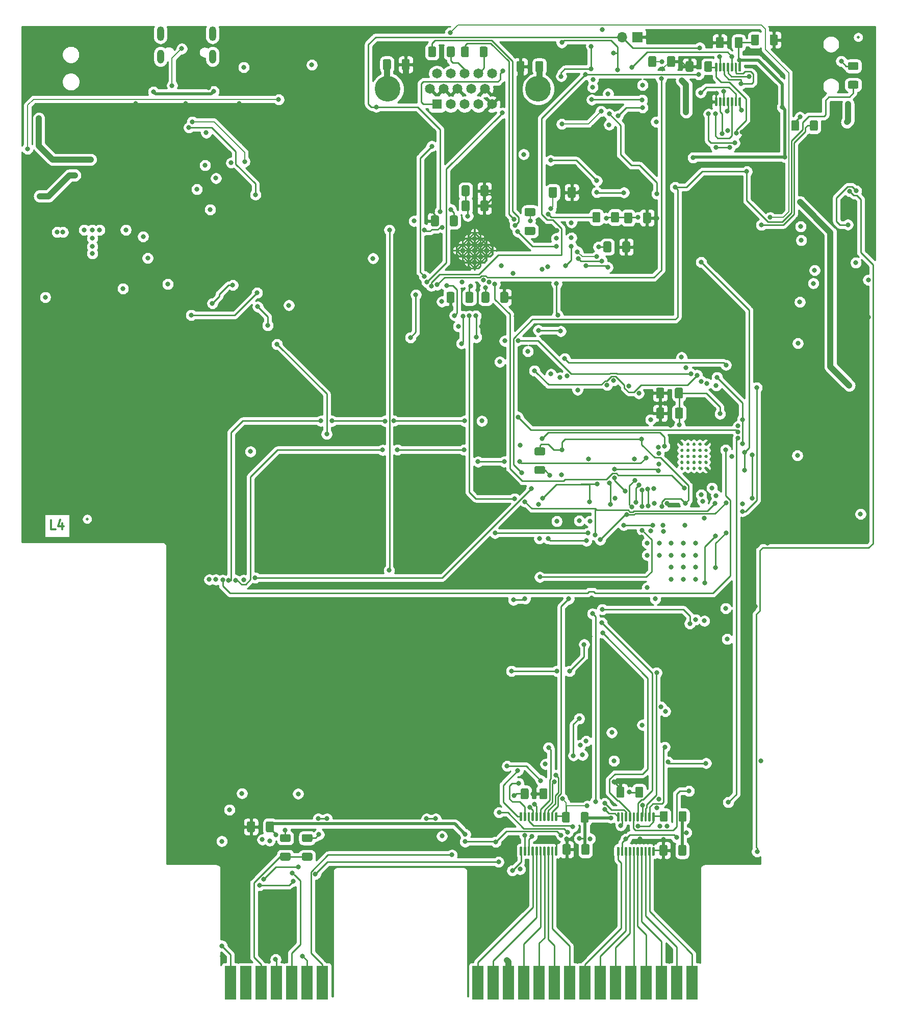
<source format=gbl>
%TF.GenerationSoftware,KiCad,Pcbnew,5.1.9+dfsg1-1+deb11u1*%
%TF.CreationDate,2025-09-29T16:31:51+02:00*%
%TF.ProjectId,VERA-MODULE-RBL,56455241-2d4d-44f4-9455-4c452d52424c,1.0*%
%TF.SameCoordinates,Original*%
%TF.FileFunction,Copper,L4,Bot*%
%TF.FilePolarity,Positive*%
%FSLAX46Y46*%
G04 Gerber Fmt 4.6, Leading zero omitted, Abs format (unit mm)*
G04 Created by KiCad (PCBNEW 5.1.9+dfsg1-1+deb11u1) date 2025-09-29 16:31:51*
%MOMM*%
%LPD*%
G01*
G04 APERTURE LIST*
%TA.AperFunction,NonConductor*%
%ADD10C,0.300000*%
%TD*%
%TA.AperFunction,ComponentPad*%
%ADD11C,0.500000*%
%TD*%
%TA.AperFunction,ComponentPad*%
%ADD12C,0.300000*%
%TD*%
%TA.AperFunction,ComponentPad*%
%ADD13O,1.200000X2.400000*%
%TD*%
%TA.AperFunction,ComponentPad*%
%ADD14O,1.158000X2.316000*%
%TD*%
%TA.AperFunction,SMDPad,CuDef*%
%ADD15R,1.930400X5.588000*%
%TD*%
%TA.AperFunction,ComponentPad*%
%ADD16R,1.700000X1.700000*%
%TD*%
%TA.AperFunction,ComponentPad*%
%ADD17O,1.700000X1.700000*%
%TD*%
%TA.AperFunction,SMDPad,CuDef*%
%ADD18C,0.500000*%
%TD*%
%TA.AperFunction,ComponentPad*%
%ADD19C,4.266000*%
%TD*%
%TA.AperFunction,ComponentPad*%
%ADD20C,1.650000*%
%TD*%
%TA.AperFunction,ComponentPad*%
%ADD21R,1.650000X1.650000*%
%TD*%
%TA.AperFunction,ViaPad*%
%ADD22C,0.800000*%
%TD*%
%TA.AperFunction,Conductor*%
%ADD23C,0.250000*%
%TD*%
%TA.AperFunction,Conductor*%
%ADD24C,1.000000*%
%TD*%
%TA.AperFunction,Conductor*%
%ADD25C,0.200000*%
%TD*%
%TA.AperFunction,Conductor*%
%ADD26C,0.500000*%
%TD*%
%TA.AperFunction,Conductor*%
%ADD27C,0.254000*%
%TD*%
%TA.AperFunction,Conductor*%
%ADD28C,0.100000*%
%TD*%
G04 APERTURE END LIST*
D10*
X138750000Y-131678571D02*
X138035714Y-131678571D01*
X138035714Y-130178571D01*
X139892857Y-130678571D02*
X139892857Y-131678571D01*
X139535714Y-130107142D02*
X139178571Y-131178571D01*
X140107142Y-131178571D01*
D11*
%TO.P,U7,49*%
%TO.N,GND*%
X246730000Y-121570000D03*
X245730000Y-121570000D03*
X244730000Y-121570000D03*
X243730000Y-121570000D03*
X242730000Y-121570000D03*
X246730000Y-120570000D03*
X245730000Y-120570000D03*
X244730000Y-120570000D03*
X243730000Y-120570000D03*
X242730000Y-120570000D03*
X246730000Y-119570000D03*
X245730000Y-119570000D03*
X244730000Y-119570000D03*
X243730000Y-119570000D03*
X242730000Y-119570000D03*
X246730000Y-118570000D03*
X245730000Y-118570000D03*
X244730000Y-118570000D03*
X243730000Y-118570000D03*
X242730000Y-118570000D03*
X246730000Y-117570000D03*
X245730000Y-117570000D03*
X244730000Y-117570000D03*
X243730000Y-117570000D03*
X242730000Y-117570000D03*
%TD*%
D12*
%TO.P,U2,49*%
%TO.N,GND*%
X207310051Y-83420101D03*
X207310051Y-85400000D03*
X208300000Y-86389949D03*
X209289949Y-85400000D03*
X210279899Y-84410051D03*
X211269848Y-85400000D03*
X210279899Y-86389949D03*
X209289949Y-87379899D03*
X208300000Y-88369848D03*
X207310051Y-87379899D03*
X206320101Y-86389949D03*
X205330152Y-85400000D03*
X206320101Y-84410051D03*
X208300000Y-84410051D03*
X209289949Y-83420101D03*
X208300000Y-82430152D03*
%TD*%
%TO.P,U8,14*%
%TO.N,3V3*%
%TA.AperFunction,SMDPad,CuDef*%
G36*
G01*
X252450000Y-55725000D02*
X252250000Y-55725000D01*
G75*
G02*
X252150000Y-55625000I0J100000D01*
G01*
X252150000Y-54350000D01*
G75*
G02*
X252250000Y-54250000I100000J0D01*
G01*
X252450000Y-54250000D01*
G75*
G02*
X252550000Y-54350000I0J-100000D01*
G01*
X252550000Y-55625000D01*
G75*
G02*
X252450000Y-55725000I-100000J0D01*
G01*
G37*
%TD.AperFunction*%
%TO.P,U8,13*%
%TO.N,FPGA_CDONE*%
%TA.AperFunction,SMDPad,CuDef*%
G36*
G01*
X251800000Y-55725000D02*
X251600000Y-55725000D01*
G75*
G02*
X251500000Y-55625000I0J100000D01*
G01*
X251500000Y-54350000D01*
G75*
G02*
X251600000Y-54250000I100000J0D01*
G01*
X251800000Y-54250000D01*
G75*
G02*
X251900000Y-54350000I0J-100000D01*
G01*
X251900000Y-55625000D01*
G75*
G02*
X251800000Y-55725000I-100000J0D01*
G01*
G37*
%TD.AperFunction*%
%TO.P,U8,12*%
%TO.N,SPI_MISO*%
%TA.AperFunction,SMDPad,CuDef*%
G36*
G01*
X251150000Y-55725000D02*
X250950000Y-55725000D01*
G75*
G02*
X250850000Y-55625000I0J100000D01*
G01*
X250850000Y-54350000D01*
G75*
G02*
X250950000Y-54250000I100000J0D01*
G01*
X251150000Y-54250000D01*
G75*
G02*
X251250000Y-54350000I0J-100000D01*
G01*
X251250000Y-55625000D01*
G75*
G02*
X251150000Y-55725000I-100000J0D01*
G01*
G37*
%TD.AperFunction*%
%TO.P,U8,11*%
%TO.N,/Vera FPGA flash/DAT0*%
%TA.AperFunction,SMDPad,CuDef*%
G36*
G01*
X250500000Y-55725000D02*
X250300000Y-55725000D01*
G75*
G02*
X250200000Y-55625000I0J100000D01*
G01*
X250200000Y-54350000D01*
G75*
G02*
X250300000Y-54250000I100000J0D01*
G01*
X250500000Y-54250000D01*
G75*
G02*
X250600000Y-54350000I0J-100000D01*
G01*
X250600000Y-55625000D01*
G75*
G02*
X250500000Y-55725000I-100000J0D01*
G01*
G37*
%TD.AperFunction*%
%TO.P,U8,10*%
%TO.N,FPGA_CDONE*%
%TA.AperFunction,SMDPad,CuDef*%
G36*
G01*
X249850000Y-55725000D02*
X249650000Y-55725000D01*
G75*
G02*
X249550000Y-55625000I0J100000D01*
G01*
X249550000Y-54350000D01*
G75*
G02*
X249650000Y-54250000I100000J0D01*
G01*
X249850000Y-54250000D01*
G75*
G02*
X249950000Y-54350000I0J-100000D01*
G01*
X249950000Y-55625000D01*
G75*
G02*
X249850000Y-55725000I-100000J0D01*
G01*
G37*
%TD.AperFunction*%
%TO.P,U8,9*%
%TO.N,SPI_SCK*%
%TA.AperFunction,SMDPad,CuDef*%
G36*
G01*
X249200000Y-55725000D02*
X249000000Y-55725000D01*
G75*
G02*
X248900000Y-55625000I0J100000D01*
G01*
X248900000Y-54350000D01*
G75*
G02*
X249000000Y-54250000I100000J0D01*
G01*
X249200000Y-54250000D01*
G75*
G02*
X249300000Y-54350000I0J-100000D01*
G01*
X249300000Y-55625000D01*
G75*
G02*
X249200000Y-55725000I-100000J0D01*
G01*
G37*
%TD.AperFunction*%
%TO.P,U8,8*%
%TO.N,/Vera FPGA flash/CLK*%
%TA.AperFunction,SMDPad,CuDef*%
G36*
G01*
X248550000Y-55725000D02*
X248350000Y-55725000D01*
G75*
G02*
X248250000Y-55625000I0J100000D01*
G01*
X248250000Y-54350000D01*
G75*
G02*
X248350000Y-54250000I100000J0D01*
G01*
X248550000Y-54250000D01*
G75*
G02*
X248650000Y-54350000I0J-100000D01*
G01*
X248650000Y-55625000D01*
G75*
G02*
X248550000Y-55725000I-100000J0D01*
G01*
G37*
%TD.AperFunction*%
%TO.P,U8,7*%
%TO.N,GND*%
%TA.AperFunction,SMDPad,CuDef*%
G36*
G01*
X248550000Y-61450000D02*
X248350000Y-61450000D01*
G75*
G02*
X248250000Y-61350000I0J100000D01*
G01*
X248250000Y-60075000D01*
G75*
G02*
X248350000Y-59975000I100000J0D01*
G01*
X248550000Y-59975000D01*
G75*
G02*
X248650000Y-60075000I0J-100000D01*
G01*
X248650000Y-61350000D01*
G75*
G02*
X248550000Y-61450000I-100000J0D01*
G01*
G37*
%TD.AperFunction*%
%TO.P,U8,6*%
%TO.N,/Vera FPGA flash/CMD*%
%TA.AperFunction,SMDPad,CuDef*%
G36*
G01*
X249200000Y-61450000D02*
X249000000Y-61450000D01*
G75*
G02*
X248900000Y-61350000I0J100000D01*
G01*
X248900000Y-60075000D01*
G75*
G02*
X249000000Y-59975000I100000J0D01*
G01*
X249200000Y-59975000D01*
G75*
G02*
X249300000Y-60075000I0J-100000D01*
G01*
X249300000Y-61350000D01*
G75*
G02*
X249200000Y-61450000I-100000J0D01*
G01*
G37*
%TD.AperFunction*%
%TO.P,U8,5*%
%TO.N,SPI_MOSI*%
%TA.AperFunction,SMDPad,CuDef*%
G36*
G01*
X249850000Y-61450000D02*
X249650000Y-61450000D01*
G75*
G02*
X249550000Y-61350000I0J100000D01*
G01*
X249550000Y-60075000D01*
G75*
G02*
X249650000Y-59975000I100000J0D01*
G01*
X249850000Y-59975000D01*
G75*
G02*
X249950000Y-60075000I0J-100000D01*
G01*
X249950000Y-61350000D01*
G75*
G02*
X249850000Y-61450000I-100000J0D01*
G01*
G37*
%TD.AperFunction*%
%TO.P,U8,4*%
%TO.N,FPGA_CDONE*%
%TA.AperFunction,SMDPad,CuDef*%
G36*
G01*
X250500000Y-61450000D02*
X250300000Y-61450000D01*
G75*
G02*
X250200000Y-61350000I0J100000D01*
G01*
X250200000Y-60075000D01*
G75*
G02*
X250300000Y-59975000I100000J0D01*
G01*
X250500000Y-59975000D01*
G75*
G02*
X250600000Y-60075000I0J-100000D01*
G01*
X250600000Y-61350000D01*
G75*
G02*
X250500000Y-61450000I-100000J0D01*
G01*
G37*
%TD.AperFunction*%
%TO.P,U8,3*%
%TO.N,/Vera FPGA flash/DAT3*%
%TA.AperFunction,SMDPad,CuDef*%
G36*
G01*
X251150000Y-61450000D02*
X250950000Y-61450000D01*
G75*
G02*
X250850000Y-61350000I0J100000D01*
G01*
X250850000Y-60075000D01*
G75*
G02*
X250950000Y-59975000I100000J0D01*
G01*
X251150000Y-59975000D01*
G75*
G02*
X251250000Y-60075000I0J-100000D01*
G01*
X251250000Y-61350000D01*
G75*
G02*
X251150000Y-61450000I-100000J0D01*
G01*
G37*
%TD.AperFunction*%
%TO.P,U8,2*%
%TO.N,/Vera FPGA flash/SD_SSEL_N*%
%TA.AperFunction,SMDPad,CuDef*%
G36*
G01*
X251800000Y-61450000D02*
X251600000Y-61450000D01*
G75*
G02*
X251500000Y-61350000I0J100000D01*
G01*
X251500000Y-60075000D01*
G75*
G02*
X251600000Y-59975000I100000J0D01*
G01*
X251800000Y-59975000D01*
G75*
G02*
X251900000Y-60075000I0J-100000D01*
G01*
X251900000Y-61350000D01*
G75*
G02*
X251800000Y-61450000I-100000J0D01*
G01*
G37*
%TD.AperFunction*%
%TO.P,U8,1*%
%TO.N,FPGA_CDONE*%
%TA.AperFunction,SMDPad,CuDef*%
G36*
G01*
X252450000Y-61450000D02*
X252250000Y-61450000D01*
G75*
G02*
X252150000Y-61350000I0J100000D01*
G01*
X252150000Y-60075000D01*
G75*
G02*
X252250000Y-59975000I100000J0D01*
G01*
X252450000Y-59975000D01*
G75*
G02*
X252550000Y-60075000I0J-100000D01*
G01*
X252550000Y-61350000D01*
G75*
G02*
X252450000Y-61450000I-100000J0D01*
G01*
G37*
%TD.AperFunction*%
%TD*%
%TO.P,R45,2*%
%TO.N,Net-(R45-Pad2)*%
%TA.AperFunction,SMDPad,CuDef*%
G36*
G01*
X229200000Y-79274999D02*
X229200000Y-80525001D01*
G75*
G02*
X228950001Y-80775000I-249999J0D01*
G01*
X228149999Y-80775000D01*
G75*
G02*
X227900000Y-80525001I0J249999D01*
G01*
X227900000Y-79274999D01*
G75*
G02*
X228149999Y-79025000I249999J0D01*
G01*
X228950001Y-79025000D01*
G75*
G02*
X229200000Y-79274999I0J-249999D01*
G01*
G37*
%TD.AperFunction*%
%TO.P,R45,1*%
%TO.N,AUDIOL*%
%TA.AperFunction,SMDPad,CuDef*%
G36*
G01*
X232300000Y-79274999D02*
X232300000Y-80525001D01*
G75*
G02*
X232050001Y-80775000I-249999J0D01*
G01*
X231249999Y-80775000D01*
G75*
G02*
X231000000Y-80525001I0J249999D01*
G01*
X231000000Y-79274999D01*
G75*
G02*
X231249999Y-79025000I249999J0D01*
G01*
X232050001Y-79025000D01*
G75*
G02*
X232300000Y-79274999I0J-249999D01*
G01*
G37*
%TD.AperFunction*%
%TD*%
D13*
%TO.P,J4,S6*%
%TO.N,Net-(C42-Pad1)*%
X156180000Y-49400000D03*
%TO.P,J4,S5*%
X164820000Y-49400000D03*
D14*
%TO.P,J4,S4*%
X156180000Y-53225000D03*
%TO.P,J4,S3*%
X164820000Y-53225000D03*
%TD*%
%TO.P,C35,2*%
%TO.N,GND*%
%TA.AperFunction,SMDPad,CuDef*%
G36*
G01*
X232840000Y-85470003D02*
X232840000Y-84169997D01*
G75*
G02*
X233089997Y-83920000I249997J0D01*
G01*
X233915003Y-83920000D01*
G75*
G02*
X234165000Y-84169997I0J-249997D01*
G01*
X234165000Y-85470003D01*
G75*
G02*
X233915003Y-85720000I-249997J0D01*
G01*
X233089997Y-85720000D01*
G75*
G02*
X232840000Y-85470003I0J249997D01*
G01*
G37*
%TD.AperFunction*%
%TO.P,C35,1*%
%TO.N,3V3*%
%TA.AperFunction,SMDPad,CuDef*%
G36*
G01*
X229715000Y-85470003D02*
X229715000Y-84169997D01*
G75*
G02*
X229964997Y-83920000I249997J0D01*
G01*
X230790003Y-83920000D01*
G75*
G02*
X231040000Y-84169997I0J-249997D01*
G01*
X231040000Y-85470003D01*
G75*
G02*
X230790003Y-85720000I-249997J0D01*
G01*
X229964997Y-85720000D01*
G75*
G02*
X229715000Y-85470003I0J249997D01*
G01*
G37*
%TD.AperFunction*%
%TD*%
%TO.P,C33,2*%
%TO.N,GND*%
%TA.AperFunction,SMDPad,CuDef*%
G36*
G01*
X223800000Y-76425003D02*
X223800000Y-75124997D01*
G75*
G02*
X224049997Y-74875000I249997J0D01*
G01*
X224875003Y-74875000D01*
G75*
G02*
X225125000Y-75124997I0J-249997D01*
G01*
X225125000Y-76425003D01*
G75*
G02*
X224875003Y-76675000I-249997J0D01*
G01*
X224049997Y-76675000D01*
G75*
G02*
X223800000Y-76425003I0J249997D01*
G01*
G37*
%TD.AperFunction*%
%TO.P,C33,1*%
%TO.N,Net-(C33-Pad1)*%
%TA.AperFunction,SMDPad,CuDef*%
G36*
G01*
X220675000Y-76425003D02*
X220675000Y-75124997D01*
G75*
G02*
X220924997Y-74875000I249997J0D01*
G01*
X221750003Y-74875000D01*
G75*
G02*
X222000000Y-75124997I0J-249997D01*
G01*
X222000000Y-76425003D01*
G75*
G02*
X221750003Y-76675000I-249997J0D01*
G01*
X220924997Y-76675000D01*
G75*
G02*
X220675000Y-76425003I0J249997D01*
G01*
G37*
%TD.AperFunction*%
%TD*%
%TO.P,C32,2*%
%TO.N,Net-(C32-Pad2)*%
%TA.AperFunction,SMDPad,CuDef*%
G36*
G01*
X218175003Y-79700000D02*
X216874997Y-79700000D01*
G75*
G02*
X216625000Y-79450003I0J249997D01*
G01*
X216625000Y-78624997D01*
G75*
G02*
X216874997Y-78375000I249997J0D01*
G01*
X218175003Y-78375000D01*
G75*
G02*
X218425000Y-78624997I0J-249997D01*
G01*
X218425000Y-79450003D01*
G75*
G02*
X218175003Y-79700000I-249997J0D01*
G01*
G37*
%TD.AperFunction*%
%TO.P,C32,1*%
%TO.N,Net-(C32-Pad1)*%
%TA.AperFunction,SMDPad,CuDef*%
G36*
G01*
X218175003Y-82825000D02*
X216874997Y-82825000D01*
G75*
G02*
X216625000Y-82575003I0J249997D01*
G01*
X216625000Y-81749997D01*
G75*
G02*
X216874997Y-81500000I249997J0D01*
G01*
X218175003Y-81500000D01*
G75*
G02*
X218425000Y-81749997I0J-249997D01*
G01*
X218425000Y-82575003D01*
G75*
G02*
X218175003Y-82825000I-249997J0D01*
G01*
G37*
%TD.AperFunction*%
%TD*%
%TO.P,C31,2*%
%TO.N,GND*%
%TA.AperFunction,SMDPad,CuDef*%
G36*
G01*
X236300000Y-80650003D02*
X236300000Y-79349997D01*
G75*
G02*
X236549997Y-79100000I249997J0D01*
G01*
X237375003Y-79100000D01*
G75*
G02*
X237625000Y-79349997I0J-249997D01*
G01*
X237625000Y-80650003D01*
G75*
G02*
X237375003Y-80900000I-249997J0D01*
G01*
X236549997Y-80900000D01*
G75*
G02*
X236300000Y-80650003I0J249997D01*
G01*
G37*
%TD.AperFunction*%
%TO.P,C31,1*%
%TO.N,AUDIOL*%
%TA.AperFunction,SMDPad,CuDef*%
G36*
G01*
X233175000Y-80650003D02*
X233175000Y-79349997D01*
G75*
G02*
X233424997Y-79100000I249997J0D01*
G01*
X234250003Y-79100000D01*
G75*
G02*
X234500000Y-79349997I0J-249997D01*
G01*
X234500000Y-80650003D01*
G75*
G02*
X234250003Y-80900000I-249997J0D01*
G01*
X233424997Y-80900000D01*
G75*
G02*
X233175000Y-80650003I0J249997D01*
G01*
G37*
%TD.AperFunction*%
%TD*%
%TO.P,C29,2*%
%TO.N,GND*%
%TA.AperFunction,SMDPad,CuDef*%
G36*
G01*
X240300000Y-54700003D02*
X240300000Y-53399997D01*
G75*
G02*
X240549997Y-53150000I249997J0D01*
G01*
X241375003Y-53150000D01*
G75*
G02*
X241625000Y-53399997I0J-249997D01*
G01*
X241625000Y-54700003D01*
G75*
G02*
X241375003Y-54950000I-249997J0D01*
G01*
X240549997Y-54950000D01*
G75*
G02*
X240300000Y-54700003I0J249997D01*
G01*
G37*
%TD.AperFunction*%
%TO.P,C29,1*%
%TO.N,3V3*%
%TA.AperFunction,SMDPad,CuDef*%
G36*
G01*
X237175000Y-54700003D02*
X237175000Y-53399997D01*
G75*
G02*
X237424997Y-53150000I249997J0D01*
G01*
X238250003Y-53150000D01*
G75*
G02*
X238500000Y-53399997I0J-249997D01*
G01*
X238500000Y-54700003D01*
G75*
G02*
X238250003Y-54950000I-249997J0D01*
G01*
X237424997Y-54950000D01*
G75*
G02*
X237175000Y-54700003I0J249997D01*
G01*
G37*
%TD.AperFunction*%
%TD*%
%TO.P,C27,2*%
%TO.N,GND*%
%TA.AperFunction,SMDPad,CuDef*%
G36*
G01*
X249700000Y-50249997D02*
X249700000Y-51550003D01*
G75*
G02*
X249450003Y-51800000I-249997J0D01*
G01*
X248624997Y-51800000D01*
G75*
G02*
X248375000Y-51550003I0J249997D01*
G01*
X248375000Y-50249997D01*
G75*
G02*
X248624997Y-50000000I249997J0D01*
G01*
X249450003Y-50000000D01*
G75*
G02*
X249700000Y-50249997I0J-249997D01*
G01*
G37*
%TD.AperFunction*%
%TO.P,C27,1*%
%TO.N,3V3*%
%TA.AperFunction,SMDPad,CuDef*%
G36*
G01*
X252825000Y-50249997D02*
X252825000Y-51550003D01*
G75*
G02*
X252575003Y-51800000I-249997J0D01*
G01*
X251749997Y-51800000D01*
G75*
G02*
X251500000Y-51550003I0J249997D01*
G01*
X251500000Y-50249997D01*
G75*
G02*
X251749997Y-50000000I249997J0D01*
G01*
X252575003Y-50000000D01*
G75*
G02*
X252825000Y-50249997I0J-249997D01*
G01*
G37*
%TD.AperFunction*%
%TD*%
%TO.P,C26,2*%
%TO.N,GND*%
%TA.AperFunction,SMDPad,CuDef*%
G36*
G01*
X257350000Y-51100003D02*
X257350000Y-49799997D01*
G75*
G02*
X257599997Y-49550000I249997J0D01*
G01*
X258425003Y-49550000D01*
G75*
G02*
X258675000Y-49799997I0J-249997D01*
G01*
X258675000Y-51100003D01*
G75*
G02*
X258425003Y-51350000I-249997J0D01*
G01*
X257599997Y-51350000D01*
G75*
G02*
X257350000Y-51100003I0J249997D01*
G01*
G37*
%TD.AperFunction*%
%TO.P,C26,1*%
%TO.N,3V3*%
%TA.AperFunction,SMDPad,CuDef*%
G36*
G01*
X254225000Y-51100003D02*
X254225000Y-49799997D01*
G75*
G02*
X254474997Y-49550000I249997J0D01*
G01*
X255300003Y-49550000D01*
G75*
G02*
X255550000Y-49799997I0J-249997D01*
G01*
X255550000Y-51100003D01*
G75*
G02*
X255300003Y-51350000I-249997J0D01*
G01*
X254474997Y-51350000D01*
G75*
G02*
X254225000Y-51100003I0J249997D01*
G01*
G37*
%TD.AperFunction*%
%TD*%
%TO.P,C3,2*%
%TO.N,3V3*%
%TA.AperFunction,SMDPad,CuDef*%
G36*
G01*
X207500000Y-74849997D02*
X207500000Y-76150003D01*
G75*
G02*
X207250003Y-76400000I-249997J0D01*
G01*
X206424997Y-76400000D01*
G75*
G02*
X206175000Y-76150003I0J249997D01*
G01*
X206175000Y-74849997D01*
G75*
G02*
X206424997Y-74600000I249997J0D01*
G01*
X207250003Y-74600000D01*
G75*
G02*
X207500000Y-74849997I0J-249997D01*
G01*
G37*
%TD.AperFunction*%
%TO.P,C3,1*%
%TO.N,GND*%
%TA.AperFunction,SMDPad,CuDef*%
G36*
G01*
X210625000Y-74849997D02*
X210625000Y-76150003D01*
G75*
G02*
X210375003Y-76400000I-249997J0D01*
G01*
X209549997Y-76400000D01*
G75*
G02*
X209300000Y-76150003I0J249997D01*
G01*
X209300000Y-74849997D01*
G75*
G02*
X209549997Y-74600000I249997J0D01*
G01*
X210375003Y-74600000D01*
G75*
G02*
X210625000Y-74849997I0J-249997D01*
G01*
G37*
%TD.AperFunction*%
%TD*%
%TO.P,C6,2*%
%TO.N,GND*%
%TA.AperFunction,SMDPad,CuDef*%
G36*
G01*
X209300000Y-78650003D02*
X209300000Y-77349997D01*
G75*
G02*
X209549997Y-77100000I249997J0D01*
G01*
X210375003Y-77100000D01*
G75*
G02*
X210625000Y-77349997I0J-249997D01*
G01*
X210625000Y-78650003D01*
G75*
G02*
X210375003Y-78900000I-249997J0D01*
G01*
X209549997Y-78900000D01*
G75*
G02*
X209300000Y-78650003I0J249997D01*
G01*
G37*
%TD.AperFunction*%
%TO.P,C6,1*%
%TO.N,3V3*%
%TA.AperFunction,SMDPad,CuDef*%
G36*
G01*
X206175000Y-78650003D02*
X206175000Y-77349997D01*
G75*
G02*
X206424997Y-77100000I249997J0D01*
G01*
X207250003Y-77100000D01*
G75*
G02*
X207500000Y-77349997I0J-249997D01*
G01*
X207500000Y-78650003D01*
G75*
G02*
X207250003Y-78900000I-249997J0D01*
G01*
X206424997Y-78900000D01*
G75*
G02*
X206175000Y-78650003I0J249997D01*
G01*
G37*
%TD.AperFunction*%
%TD*%
%TO.P,C7,2*%
%TO.N,GND*%
%TA.AperFunction,SMDPad,CuDef*%
G36*
G01*
X202400000Y-79849997D02*
X202400000Y-81150003D01*
G75*
G02*
X202150003Y-81400000I-249997J0D01*
G01*
X201324997Y-81400000D01*
G75*
G02*
X201075000Y-81150003I0J249997D01*
G01*
X201075000Y-79849997D01*
G75*
G02*
X201324997Y-79600000I249997J0D01*
G01*
X202150003Y-79600000D01*
G75*
G02*
X202400000Y-79849997I0J-249997D01*
G01*
G37*
%TD.AperFunction*%
%TO.P,C7,1*%
%TO.N,1V2*%
%TA.AperFunction,SMDPad,CuDef*%
G36*
G01*
X205525000Y-79849997D02*
X205525000Y-81150003D01*
G75*
G02*
X205275003Y-81400000I-249997J0D01*
G01*
X204449997Y-81400000D01*
G75*
G02*
X204200000Y-81150003I0J249997D01*
G01*
X204200000Y-79849997D01*
G75*
G02*
X204449997Y-79600000I249997J0D01*
G01*
X205275003Y-79600000D01*
G75*
G02*
X205525000Y-79849997I0J-249997D01*
G01*
G37*
%TD.AperFunction*%
%TD*%
%TO.P,C13,1*%
%TO.N,3V3*%
%TA.AperFunction,SMDPad,CuDef*%
G36*
G01*
X242915000Y-108439997D02*
X242915000Y-109740003D01*
G75*
G02*
X242665003Y-109990000I-249997J0D01*
G01*
X241839997Y-109990000D01*
G75*
G02*
X241590000Y-109740003I0J249997D01*
G01*
X241590000Y-108439997D01*
G75*
G02*
X241839997Y-108190000I249997J0D01*
G01*
X242665003Y-108190000D01*
G75*
G02*
X242915000Y-108439997I0J-249997D01*
G01*
G37*
%TD.AperFunction*%
%TO.P,C13,2*%
%TO.N,GND*%
%TA.AperFunction,SMDPad,CuDef*%
G36*
G01*
X239790000Y-108439997D02*
X239790000Y-109740003D01*
G75*
G02*
X239540003Y-109990000I-249997J0D01*
G01*
X238714997Y-109990000D01*
G75*
G02*
X238465000Y-109740003I0J249997D01*
G01*
X238465000Y-108439997D01*
G75*
G02*
X238714997Y-108190000I249997J0D01*
G01*
X239540003Y-108190000D01*
G75*
G02*
X239790000Y-108439997I0J-249997D01*
G01*
G37*
%TD.AperFunction*%
%TD*%
%TO.P,C14,1*%
%TO.N,3V3*%
%TA.AperFunction,SMDPad,CuDef*%
G36*
G01*
X242935000Y-111769997D02*
X242935000Y-113070003D01*
G75*
G02*
X242685003Y-113320000I-249997J0D01*
G01*
X241859997Y-113320000D01*
G75*
G02*
X241610000Y-113070003I0J249997D01*
G01*
X241610000Y-111769997D01*
G75*
G02*
X241859997Y-111520000I249997J0D01*
G01*
X242685003Y-111520000D01*
G75*
G02*
X242935000Y-111769997I0J-249997D01*
G01*
G37*
%TD.AperFunction*%
%TO.P,C14,2*%
%TO.N,GND*%
%TA.AperFunction,SMDPad,CuDef*%
G36*
G01*
X239810000Y-111769997D02*
X239810000Y-113070003D01*
G75*
G02*
X239560003Y-113320000I-249997J0D01*
G01*
X238734997Y-113320000D01*
G75*
G02*
X238485000Y-113070003I0J249997D01*
G01*
X238485000Y-111769997D01*
G75*
G02*
X238734997Y-111520000I249997J0D01*
G01*
X239560003Y-111520000D01*
G75*
G02*
X239810000Y-111769997I0J-249997D01*
G01*
G37*
%TD.AperFunction*%
%TD*%
%TO.P,C53,2*%
%TO.N,Net-(C53-Pad2)*%
%TA.AperFunction,SMDPad,CuDef*%
G36*
G01*
X194437500Y-53899997D02*
X194437500Y-55200003D01*
G75*
G02*
X194187503Y-55450000I-249997J0D01*
G01*
X193362497Y-55450000D01*
G75*
G02*
X193112500Y-55200003I0J249997D01*
G01*
X193112500Y-53899997D01*
G75*
G02*
X193362497Y-53650000I249997J0D01*
G01*
X194187503Y-53650000D01*
G75*
G02*
X194437500Y-53899997I0J-249997D01*
G01*
G37*
%TD.AperFunction*%
%TO.P,C53,1*%
%TO.N,GND*%
%TA.AperFunction,SMDPad,CuDef*%
G36*
G01*
X197562500Y-53899997D02*
X197562500Y-55200003D01*
G75*
G02*
X197312503Y-55450000I-249997J0D01*
G01*
X196487497Y-55450000D01*
G75*
G02*
X196237500Y-55200003I0J249997D01*
G01*
X196237500Y-53899997D01*
G75*
G02*
X196487497Y-53650000I249997J0D01*
G01*
X197312503Y-53650000D01*
G75*
G02*
X197562500Y-53899997I0J-249997D01*
G01*
G37*
%TD.AperFunction*%
%TD*%
%TO.P,C54,1*%
%TO.N,GND*%
%TA.AperFunction,SMDPad,CuDef*%
G36*
G01*
X215285000Y-55530003D02*
X215285000Y-54229997D01*
G75*
G02*
X215534997Y-53980000I249997J0D01*
G01*
X216360003Y-53980000D01*
G75*
G02*
X216610000Y-54229997I0J-249997D01*
G01*
X216610000Y-55530003D01*
G75*
G02*
X216360003Y-55780000I-249997J0D01*
G01*
X215534997Y-55780000D01*
G75*
G02*
X215285000Y-55530003I0J249997D01*
G01*
G37*
%TD.AperFunction*%
%TO.P,C54,2*%
%TO.N,Net-(C54-Pad2)*%
%TA.AperFunction,SMDPad,CuDef*%
G36*
G01*
X218410000Y-55530003D02*
X218410000Y-54229997D01*
G75*
G02*
X218659997Y-53980000I249997J0D01*
G01*
X219485003Y-53980000D01*
G75*
G02*
X219735000Y-54229997I0J-249997D01*
G01*
X219735000Y-55530003D01*
G75*
G02*
X219485003Y-55780000I-249997J0D01*
G01*
X218659997Y-55780000D01*
G75*
G02*
X218410000Y-55530003I0J249997D01*
G01*
G37*
%TD.AperFunction*%
%TD*%
D15*
%TO.P,CART1,1*%
%TO.N,~S4*%
X244430000Y-207000000D03*
%TO.P,CART1,2*%
%TO.N,A3*%
X241890000Y-207000000D03*
%TO.P,CART1,3*%
%TO.N,A2*%
X239350000Y-207000000D03*
%TO.P,CART1,4*%
%TO.N,A1*%
X236810000Y-207000000D03*
%TO.P,CART1,5*%
%TO.N,A0*%
X234270000Y-207000000D03*
%TO.P,CART1,6*%
%TO.N,D4*%
X231730000Y-207000000D03*
%TO.P,CART1,7*%
%TO.N,D5*%
X229190000Y-207000000D03*
%TO.P,CART1,8*%
%TO.N,D2*%
X226650000Y-207000000D03*
%TO.P,CART1,9*%
%TO.N,D1*%
X224110000Y-207000000D03*
%TO.P,CART1,10*%
%TO.N,D0*%
X221570000Y-207000000D03*
%TO.P,CART1,11*%
%TO.N,D6*%
X219030000Y-207000000D03*
%TO.P,CART1,12*%
%TO.N,~S5*%
X216490000Y-207000000D03*
%TO.P,CART1,13*%
%TO.N,5V*%
X213950000Y-207000000D03*
%TO.P,CART1,14*%
%TO.N,RD5*%
X211410000Y-207000000D03*
%TO.P,CART1,15*%
%TO.N,~CCTL*%
X208870000Y-207000000D03*
%TD*%
%TO.P,ECI1,1*%
%TO.N,~EXSEL*%
X183040000Y-207000000D03*
%TO.P,ECI1,2*%
%TO.N,~RST*%
X180500000Y-207000000D03*
%TO.P,ECI1,3*%
%TO.N,~D1XX*%
X177960000Y-207000000D03*
%TO.P,ECI1,4*%
%TO.N,~MPD*%
X175420000Y-207000000D03*
%TO.P,ECI1,5*%
%TO.N,AUDIO*%
X172880000Y-207000000D03*
%TO.P,ECI1,6*%
%TO.N,Net-(ECI1-Pad6)*%
X170340000Y-207000000D03*
%TO.P,ECI1,7*%
%TO.N,5V*%
X167800000Y-207000000D03*
%TD*%
D16*
%TO.P,JP2,1*%
%TO.N,GND*%
X235400000Y-50000000D03*
D17*
%TO.P,JP2,2*%
%TO.N,FPGA_CDONE*%
X232860000Y-50000000D03*
%TD*%
%TO.P,R29,1*%
%TO.N,/VeraModule/VGAVSYNC*%
%TA.AperFunction,SMDPad,CuDef*%
G36*
G01*
X210480000Y-51814999D02*
X210480000Y-53065001D01*
G75*
G02*
X210230001Y-53315000I-249999J0D01*
G01*
X209429999Y-53315000D01*
G75*
G02*
X209180000Y-53065001I0J249999D01*
G01*
X209180000Y-51814999D01*
G75*
G02*
X209429999Y-51565000I249999J0D01*
G01*
X210230001Y-51565000D01*
G75*
G02*
X210480000Y-51814999I0J-249999D01*
G01*
G37*
%TD.AperFunction*%
%TO.P,R29,2*%
%TO.N,/VeraModule/VGA_VSYNC*%
%TA.AperFunction,SMDPad,CuDef*%
G36*
G01*
X207380000Y-51814999D02*
X207380000Y-53065001D01*
G75*
G02*
X207130001Y-53315000I-249999J0D01*
G01*
X206329999Y-53315000D01*
G75*
G02*
X206080000Y-53065001I0J249999D01*
G01*
X206080000Y-51814999D01*
G75*
G02*
X206329999Y-51565000I249999J0D01*
G01*
X207130001Y-51565000D01*
G75*
G02*
X207380000Y-51814999I0J-249999D01*
G01*
G37*
%TD.AperFunction*%
%TD*%
%TO.P,R30,2*%
%TO.N,/VeraModule/VGA_HSYNC*%
%TA.AperFunction,SMDPad,CuDef*%
G36*
G01*
X201920000Y-51794999D02*
X201920000Y-53045001D01*
G75*
G02*
X201670001Y-53295000I-249999J0D01*
G01*
X200869999Y-53295000D01*
G75*
G02*
X200620000Y-53045001I0J249999D01*
G01*
X200620000Y-51794999D01*
G75*
G02*
X200869999Y-51545000I249999J0D01*
G01*
X201670001Y-51545000D01*
G75*
G02*
X201920000Y-51794999I0J-249999D01*
G01*
G37*
%TD.AperFunction*%
%TO.P,R30,1*%
%TO.N,/VeraModule/VGAHSYNC*%
%TA.AperFunction,SMDPad,CuDef*%
G36*
G01*
X205020000Y-51794999D02*
X205020000Y-53045001D01*
G75*
G02*
X204770001Y-53295000I-249999J0D01*
G01*
X203969999Y-53295000D01*
G75*
G02*
X203720000Y-53045001I0J249999D01*
G01*
X203720000Y-51794999D01*
G75*
G02*
X203969999Y-51545000I249999J0D01*
G01*
X204770001Y-51545000D01*
G75*
G02*
X205020000Y-51794999I0J-249999D01*
G01*
G37*
%TD.AperFunction*%
%TD*%
%TO.P,R42,1*%
%TO.N,/Vera FPGA flash/CLK*%
%TA.AperFunction,SMDPad,CuDef*%
G36*
G01*
X247770000Y-54244999D02*
X247770000Y-55495001D01*
G75*
G02*
X247520001Y-55745000I-249999J0D01*
G01*
X246719999Y-55745000D01*
G75*
G02*
X246470000Y-55495001I0J249999D01*
G01*
X246470000Y-54244999D01*
G75*
G02*
X246719999Y-53995000I249999J0D01*
G01*
X247520001Y-53995000D01*
G75*
G02*
X247770000Y-54244999I0J-249999D01*
G01*
G37*
%TD.AperFunction*%
%TO.P,R42,2*%
%TO.N,GND*%
%TA.AperFunction,SMDPad,CuDef*%
G36*
G01*
X244670000Y-54244999D02*
X244670000Y-55495001D01*
G75*
G02*
X244420001Y-55745000I-249999J0D01*
G01*
X243619999Y-55745000D01*
G75*
G02*
X243370000Y-55495001I0J249999D01*
G01*
X243370000Y-54244999D01*
G75*
G02*
X243619999Y-53995000I249999J0D01*
G01*
X244420001Y-53995000D01*
G75*
G02*
X244670000Y-54244999I0J-249999D01*
G01*
G37*
%TD.AperFunction*%
%TD*%
%TO.P,C59,2*%
%TO.N,3V3*%
%TA.AperFunction,SMDPad,CuDef*%
G36*
G01*
X206800000Y-93850003D02*
X206800000Y-92549997D01*
G75*
G02*
X207049997Y-92300000I249997J0D01*
G01*
X207875003Y-92300000D01*
G75*
G02*
X208125000Y-92549997I0J-249997D01*
G01*
X208125000Y-93850003D01*
G75*
G02*
X207875003Y-94100000I-249997J0D01*
G01*
X207049997Y-94100000D01*
G75*
G02*
X206800000Y-93850003I0J249997D01*
G01*
G37*
%TD.AperFunction*%
%TO.P,C59,1*%
%TO.N,GND*%
%TA.AperFunction,SMDPad,CuDef*%
G36*
G01*
X203675000Y-93850003D02*
X203675000Y-92549997D01*
G75*
G02*
X203924997Y-92300000I249997J0D01*
G01*
X204750003Y-92300000D01*
G75*
G02*
X205000000Y-92549997I0J-249997D01*
G01*
X205000000Y-93850003D01*
G75*
G02*
X204750003Y-94100000I-249997J0D01*
G01*
X203924997Y-94100000D01*
G75*
G02*
X203675000Y-93850003I0J249997D01*
G01*
G37*
%TD.AperFunction*%
%TD*%
%TO.P,C60,1*%
%TO.N,1V2*%
%TA.AperFunction,SMDPad,CuDef*%
G36*
G01*
X209475000Y-93850003D02*
X209475000Y-92549997D01*
G75*
G02*
X209724997Y-92300000I249997J0D01*
G01*
X210550003Y-92300000D01*
G75*
G02*
X210800000Y-92549997I0J-249997D01*
G01*
X210800000Y-93850003D01*
G75*
G02*
X210550003Y-94100000I-249997J0D01*
G01*
X209724997Y-94100000D01*
G75*
G02*
X209475000Y-93850003I0J249997D01*
G01*
G37*
%TD.AperFunction*%
%TO.P,C60,2*%
%TO.N,GND*%
%TA.AperFunction,SMDPad,CuDef*%
G36*
G01*
X212600000Y-93850003D02*
X212600000Y-92549997D01*
G75*
G02*
X212849997Y-92300000I249997J0D01*
G01*
X213675003Y-92300000D01*
G75*
G02*
X213925000Y-92549997I0J-249997D01*
G01*
X213925000Y-93850003D01*
G75*
G02*
X213675003Y-94100000I-249997J0D01*
G01*
X212849997Y-94100000D01*
G75*
G02*
X212600000Y-93850003I0J249997D01*
G01*
G37*
%TD.AperFunction*%
%TD*%
%TO.P,C1,1*%
%TO.N,GND*%
%TA.AperFunction,SMDPad,CuDef*%
G36*
G01*
X239025000Y-185650003D02*
X239025000Y-184349997D01*
G75*
G02*
X239274997Y-184100000I249997J0D01*
G01*
X240100003Y-184100000D01*
G75*
G02*
X240350000Y-184349997I0J-249997D01*
G01*
X240350000Y-185650003D01*
G75*
G02*
X240100003Y-185900000I-249997J0D01*
G01*
X239274997Y-185900000D01*
G75*
G02*
X239025000Y-185650003I0J249997D01*
G01*
G37*
%TD.AperFunction*%
%TO.P,C1,2*%
%TO.N,3V3*%
%TA.AperFunction,SMDPad,CuDef*%
G36*
G01*
X242150000Y-185650003D02*
X242150000Y-184349997D01*
G75*
G02*
X242399997Y-184100000I249997J0D01*
G01*
X243225003Y-184100000D01*
G75*
G02*
X243475000Y-184349997I0J-249997D01*
G01*
X243475000Y-185650003D01*
G75*
G02*
X243225003Y-185900000I-249997J0D01*
G01*
X242399997Y-185900000D01*
G75*
G02*
X242150000Y-185650003I0J249997D01*
G01*
G37*
%TD.AperFunction*%
%TD*%
%TO.P,C11,1*%
%TO.N,GND*%
%TA.AperFunction,SMDPad,CuDef*%
G36*
G01*
X222950000Y-185500003D02*
X222950000Y-184199997D01*
G75*
G02*
X223199997Y-183950000I249997J0D01*
G01*
X224025003Y-183950000D01*
G75*
G02*
X224275000Y-184199997I0J-249997D01*
G01*
X224275000Y-185500003D01*
G75*
G02*
X224025003Y-185750000I-249997J0D01*
G01*
X223199997Y-185750000D01*
G75*
G02*
X222950000Y-185500003I0J249997D01*
G01*
G37*
%TD.AperFunction*%
%TO.P,C11,2*%
%TO.N,3V3*%
%TA.AperFunction,SMDPad,CuDef*%
G36*
G01*
X226075000Y-185500003D02*
X226075000Y-184199997D01*
G75*
G02*
X226324997Y-183950000I249997J0D01*
G01*
X227150003Y-183950000D01*
G75*
G02*
X227400000Y-184199997I0J-249997D01*
G01*
X227400000Y-185500003D01*
G75*
G02*
X227150003Y-185750000I-249997J0D01*
G01*
X226324997Y-185750000D01*
G75*
G02*
X226075000Y-185500003I0J249997D01*
G01*
G37*
%TD.AperFunction*%
%TD*%
%TO.P,C55,2*%
%TO.N,5V*%
%TA.AperFunction,SMDPad,CuDef*%
G36*
G01*
X235000000Y-176000003D02*
X235000000Y-174699997D01*
G75*
G02*
X235249997Y-174450000I249997J0D01*
G01*
X236075003Y-174450000D01*
G75*
G02*
X236325000Y-174699997I0J-249997D01*
G01*
X236325000Y-176000003D01*
G75*
G02*
X236075003Y-176250000I-249997J0D01*
G01*
X235249997Y-176250000D01*
G75*
G02*
X235000000Y-176000003I0J249997D01*
G01*
G37*
%TD.AperFunction*%
%TO.P,C55,1*%
%TO.N,GND*%
%TA.AperFunction,SMDPad,CuDef*%
G36*
G01*
X231875000Y-176000003D02*
X231875000Y-174699997D01*
G75*
G02*
X232124997Y-174450000I249997J0D01*
G01*
X232950003Y-174450000D01*
G75*
G02*
X233200000Y-174699997I0J-249997D01*
G01*
X233200000Y-176000003D01*
G75*
G02*
X232950003Y-176250000I-249997J0D01*
G01*
X232124997Y-176250000D01*
G75*
G02*
X231875000Y-176000003I0J249997D01*
G01*
G37*
%TD.AperFunction*%
%TD*%
%TO.P,C56,1*%
%TO.N,GND*%
%TA.AperFunction,SMDPad,CuDef*%
G36*
G01*
X170550000Y-181750003D02*
X170550000Y-180449997D01*
G75*
G02*
X170799997Y-180200000I249997J0D01*
G01*
X171625003Y-180200000D01*
G75*
G02*
X171875000Y-180449997I0J-249997D01*
G01*
X171875000Y-181750003D01*
G75*
G02*
X171625003Y-182000000I-249997J0D01*
G01*
X170799997Y-182000000D01*
G75*
G02*
X170550000Y-181750003I0J249997D01*
G01*
G37*
%TD.AperFunction*%
%TO.P,C56,2*%
%TO.N,5V*%
%TA.AperFunction,SMDPad,CuDef*%
G36*
G01*
X173675000Y-181750003D02*
X173675000Y-180449997D01*
G75*
G02*
X173924997Y-180200000I249997J0D01*
G01*
X174750003Y-180200000D01*
G75*
G02*
X175000000Y-180449997I0J-249997D01*
G01*
X175000000Y-181750003D01*
G75*
G02*
X174750003Y-182000000I-249997J0D01*
G01*
X173924997Y-182000000D01*
G75*
G02*
X173675000Y-181750003I0J249997D01*
G01*
G37*
%TD.AperFunction*%
%TD*%
%TO.P,C58,2*%
%TO.N,5V*%
%TA.AperFunction,SMDPad,CuDef*%
G36*
G01*
X217300000Y-174974997D02*
X217300000Y-176275003D01*
G75*
G02*
X217050003Y-176525000I-249997J0D01*
G01*
X216224997Y-176525000D01*
G75*
G02*
X215975000Y-176275003I0J249997D01*
G01*
X215975000Y-174974997D01*
G75*
G02*
X216224997Y-174725000I249997J0D01*
G01*
X217050003Y-174725000D01*
G75*
G02*
X217300000Y-174974997I0J-249997D01*
G01*
G37*
%TD.AperFunction*%
%TO.P,C58,1*%
%TO.N,GND*%
%TA.AperFunction,SMDPad,CuDef*%
G36*
G01*
X220425000Y-174974997D02*
X220425000Y-176275003D01*
G75*
G02*
X220175003Y-176525000I-249997J0D01*
G01*
X219349997Y-176525000D01*
G75*
G02*
X219100000Y-176275003I0J249997D01*
G01*
X219100000Y-174974997D01*
G75*
G02*
X219349997Y-174725000I249997J0D01*
G01*
X220175003Y-174725000D01*
G75*
G02*
X220425000Y-174974997I0J-249997D01*
G01*
G37*
%TD.AperFunction*%
%TD*%
%TO.P,R6,1*%
%TO.N,3V3*%
%TA.AperFunction,SMDPad,CuDef*%
G36*
G01*
X243500000Y-178749999D02*
X243500000Y-180000001D01*
G75*
G02*
X243250001Y-180250000I-249999J0D01*
G01*
X242449999Y-180250000D01*
G75*
G02*
X242200000Y-180000001I0J249999D01*
G01*
X242200000Y-178749999D01*
G75*
G02*
X242449999Y-178500000I249999J0D01*
G01*
X243250001Y-178500000D01*
G75*
G02*
X243500000Y-178749999I0J-249999D01*
G01*
G37*
%TD.AperFunction*%
%TO.P,R6,2*%
%TO.N,TXB_EN*%
%TA.AperFunction,SMDPad,CuDef*%
G36*
G01*
X240400000Y-178749999D02*
X240400000Y-180000001D01*
G75*
G02*
X240150001Y-180250000I-249999J0D01*
G01*
X239349999Y-180250000D01*
G75*
G02*
X239100000Y-180000001I0J249999D01*
G01*
X239100000Y-178749999D01*
G75*
G02*
X239349999Y-178500000I249999J0D01*
G01*
X240150001Y-178500000D01*
G75*
G02*
X240400000Y-178749999I0J-249999D01*
G01*
G37*
%TD.AperFunction*%
%TD*%
%TO.P,R66,1*%
%TO.N,3V3*%
%TA.AperFunction,SMDPad,CuDef*%
G36*
G01*
X227250000Y-178904999D02*
X227250000Y-180155001D01*
G75*
G02*
X227000001Y-180405000I-249999J0D01*
G01*
X226199999Y-180405000D01*
G75*
G02*
X225950000Y-180155001I0J249999D01*
G01*
X225950000Y-178904999D01*
G75*
G02*
X226199999Y-178655000I249999J0D01*
G01*
X227000001Y-178655000D01*
G75*
G02*
X227250000Y-178904999I0J-249999D01*
G01*
G37*
%TD.AperFunction*%
%TO.P,R66,2*%
%TO.N,TXB_EN*%
%TA.AperFunction,SMDPad,CuDef*%
G36*
G01*
X224150000Y-178904999D02*
X224150000Y-180155001D01*
G75*
G02*
X223900001Y-180405000I-249999J0D01*
G01*
X223099999Y-180405000D01*
G75*
G02*
X222850000Y-180155001I0J249999D01*
G01*
X222850000Y-178904999D01*
G75*
G02*
X223099999Y-178655000I249999J0D01*
G01*
X223900001Y-178655000D01*
G75*
G02*
X224150000Y-178904999I0J-249999D01*
G01*
G37*
%TD.AperFunction*%
%TD*%
%TO.P,U3,1*%
%TO.N,mD2*%
%TA.AperFunction,SMDPad,CuDef*%
G36*
G01*
X232075000Y-178725000D02*
X232275000Y-178725000D01*
G75*
G02*
X232375000Y-178825000I0J-100000D01*
G01*
X232375000Y-180100000D01*
G75*
G02*
X232275000Y-180200000I-100000J0D01*
G01*
X232075000Y-180200000D01*
G75*
G02*
X231975000Y-180100000I0J100000D01*
G01*
X231975000Y-178825000D01*
G75*
G02*
X232075000Y-178725000I100000J0D01*
G01*
G37*
%TD.AperFunction*%
%TO.P,U3,2*%
%TO.N,3V3*%
%TA.AperFunction,SMDPad,CuDef*%
G36*
G01*
X232725000Y-178725000D02*
X232925000Y-178725000D01*
G75*
G02*
X233025000Y-178825000I0J-100000D01*
G01*
X233025000Y-180100000D01*
G75*
G02*
X232925000Y-180200000I-100000J0D01*
G01*
X232725000Y-180200000D01*
G75*
G02*
X232625000Y-180100000I0J100000D01*
G01*
X232625000Y-178825000D01*
G75*
G02*
X232725000Y-178725000I100000J0D01*
G01*
G37*
%TD.AperFunction*%
%TO.P,U3,3*%
%TO.N,mD5*%
%TA.AperFunction,SMDPad,CuDef*%
G36*
G01*
X233375000Y-178725000D02*
X233575000Y-178725000D01*
G75*
G02*
X233675000Y-178825000I0J-100000D01*
G01*
X233675000Y-180100000D01*
G75*
G02*
X233575000Y-180200000I-100000J0D01*
G01*
X233375000Y-180200000D01*
G75*
G02*
X233275000Y-180100000I0J100000D01*
G01*
X233275000Y-178825000D01*
G75*
G02*
X233375000Y-178725000I100000J0D01*
G01*
G37*
%TD.AperFunction*%
%TO.P,U3,4*%
%TO.N,mD4*%
%TA.AperFunction,SMDPad,CuDef*%
G36*
G01*
X234025000Y-178725000D02*
X234225000Y-178725000D01*
G75*
G02*
X234325000Y-178825000I0J-100000D01*
G01*
X234325000Y-180100000D01*
G75*
G02*
X234225000Y-180200000I-100000J0D01*
G01*
X234025000Y-180200000D01*
G75*
G02*
X233925000Y-180100000I0J100000D01*
G01*
X233925000Y-178825000D01*
G75*
G02*
X234025000Y-178725000I100000J0D01*
G01*
G37*
%TD.AperFunction*%
%TO.P,U3,5*%
%TO.N,mA0*%
%TA.AperFunction,SMDPad,CuDef*%
G36*
G01*
X234675000Y-178725000D02*
X234875000Y-178725000D01*
G75*
G02*
X234975000Y-178825000I0J-100000D01*
G01*
X234975000Y-180100000D01*
G75*
G02*
X234875000Y-180200000I-100000J0D01*
G01*
X234675000Y-180200000D01*
G75*
G02*
X234575000Y-180100000I0J100000D01*
G01*
X234575000Y-178825000D01*
G75*
G02*
X234675000Y-178725000I100000J0D01*
G01*
G37*
%TD.AperFunction*%
%TO.P,U3,6*%
%TO.N,mA1*%
%TA.AperFunction,SMDPad,CuDef*%
G36*
G01*
X235325000Y-178725000D02*
X235525000Y-178725000D01*
G75*
G02*
X235625000Y-178825000I0J-100000D01*
G01*
X235625000Y-180100000D01*
G75*
G02*
X235525000Y-180200000I-100000J0D01*
G01*
X235325000Y-180200000D01*
G75*
G02*
X235225000Y-180100000I0J100000D01*
G01*
X235225000Y-178825000D01*
G75*
G02*
X235325000Y-178725000I100000J0D01*
G01*
G37*
%TD.AperFunction*%
%TO.P,U3,7*%
%TO.N,mA2*%
%TA.AperFunction,SMDPad,CuDef*%
G36*
G01*
X235975000Y-178725000D02*
X236175000Y-178725000D01*
G75*
G02*
X236275000Y-178825000I0J-100000D01*
G01*
X236275000Y-180100000D01*
G75*
G02*
X236175000Y-180200000I-100000J0D01*
G01*
X235975000Y-180200000D01*
G75*
G02*
X235875000Y-180100000I0J100000D01*
G01*
X235875000Y-178825000D01*
G75*
G02*
X235975000Y-178725000I100000J0D01*
G01*
G37*
%TD.AperFunction*%
%TO.P,U3,8*%
%TO.N,mA3*%
%TA.AperFunction,SMDPad,CuDef*%
G36*
G01*
X236625000Y-178725000D02*
X236825000Y-178725000D01*
G75*
G02*
X236925000Y-178825000I0J-100000D01*
G01*
X236925000Y-180100000D01*
G75*
G02*
X236825000Y-180200000I-100000J0D01*
G01*
X236625000Y-180200000D01*
G75*
G02*
X236525000Y-180100000I0J100000D01*
G01*
X236525000Y-178825000D01*
G75*
G02*
X236625000Y-178725000I100000J0D01*
G01*
G37*
%TD.AperFunction*%
%TO.P,U3,9*%
%TO.N,~mS4*%
%TA.AperFunction,SMDPad,CuDef*%
G36*
G01*
X237275000Y-178725000D02*
X237475000Y-178725000D01*
G75*
G02*
X237575000Y-178825000I0J-100000D01*
G01*
X237575000Y-180100000D01*
G75*
G02*
X237475000Y-180200000I-100000J0D01*
G01*
X237275000Y-180200000D01*
G75*
G02*
X237175000Y-180100000I0J100000D01*
G01*
X237175000Y-178825000D01*
G75*
G02*
X237275000Y-178725000I100000J0D01*
G01*
G37*
%TD.AperFunction*%
%TO.P,U3,10*%
%TO.N,TXB_EN*%
%TA.AperFunction,SMDPad,CuDef*%
G36*
G01*
X237925000Y-178725000D02*
X238125000Y-178725000D01*
G75*
G02*
X238225000Y-178825000I0J-100000D01*
G01*
X238225000Y-180100000D01*
G75*
G02*
X238125000Y-180200000I-100000J0D01*
G01*
X237925000Y-180200000D01*
G75*
G02*
X237825000Y-180100000I0J100000D01*
G01*
X237825000Y-178825000D01*
G75*
G02*
X237925000Y-178725000I100000J0D01*
G01*
G37*
%TD.AperFunction*%
%TO.P,U3,11*%
%TO.N,GND*%
%TA.AperFunction,SMDPad,CuDef*%
G36*
G01*
X237925000Y-184450000D02*
X238125000Y-184450000D01*
G75*
G02*
X238225000Y-184550000I0J-100000D01*
G01*
X238225000Y-185825000D01*
G75*
G02*
X238125000Y-185925000I-100000J0D01*
G01*
X237925000Y-185925000D01*
G75*
G02*
X237825000Y-185825000I0J100000D01*
G01*
X237825000Y-184550000D01*
G75*
G02*
X237925000Y-184450000I100000J0D01*
G01*
G37*
%TD.AperFunction*%
%TO.P,U3,12*%
%TO.N,~S4*%
%TA.AperFunction,SMDPad,CuDef*%
G36*
G01*
X237275000Y-184450000D02*
X237475000Y-184450000D01*
G75*
G02*
X237575000Y-184550000I0J-100000D01*
G01*
X237575000Y-185825000D01*
G75*
G02*
X237475000Y-185925000I-100000J0D01*
G01*
X237275000Y-185925000D01*
G75*
G02*
X237175000Y-185825000I0J100000D01*
G01*
X237175000Y-184550000D01*
G75*
G02*
X237275000Y-184450000I100000J0D01*
G01*
G37*
%TD.AperFunction*%
%TO.P,U3,13*%
%TO.N,A3*%
%TA.AperFunction,SMDPad,CuDef*%
G36*
G01*
X236625000Y-184450000D02*
X236825000Y-184450000D01*
G75*
G02*
X236925000Y-184550000I0J-100000D01*
G01*
X236925000Y-185825000D01*
G75*
G02*
X236825000Y-185925000I-100000J0D01*
G01*
X236625000Y-185925000D01*
G75*
G02*
X236525000Y-185825000I0J100000D01*
G01*
X236525000Y-184550000D01*
G75*
G02*
X236625000Y-184450000I100000J0D01*
G01*
G37*
%TD.AperFunction*%
%TO.P,U3,14*%
%TO.N,A2*%
%TA.AperFunction,SMDPad,CuDef*%
G36*
G01*
X235975000Y-184450000D02*
X236175000Y-184450000D01*
G75*
G02*
X236275000Y-184550000I0J-100000D01*
G01*
X236275000Y-185825000D01*
G75*
G02*
X236175000Y-185925000I-100000J0D01*
G01*
X235975000Y-185925000D01*
G75*
G02*
X235875000Y-185825000I0J100000D01*
G01*
X235875000Y-184550000D01*
G75*
G02*
X235975000Y-184450000I100000J0D01*
G01*
G37*
%TD.AperFunction*%
%TO.P,U3,15*%
%TO.N,A1*%
%TA.AperFunction,SMDPad,CuDef*%
G36*
G01*
X235325000Y-184450000D02*
X235525000Y-184450000D01*
G75*
G02*
X235625000Y-184550000I0J-100000D01*
G01*
X235625000Y-185825000D01*
G75*
G02*
X235525000Y-185925000I-100000J0D01*
G01*
X235325000Y-185925000D01*
G75*
G02*
X235225000Y-185825000I0J100000D01*
G01*
X235225000Y-184550000D01*
G75*
G02*
X235325000Y-184450000I100000J0D01*
G01*
G37*
%TD.AperFunction*%
%TO.P,U3,16*%
%TO.N,A0*%
%TA.AperFunction,SMDPad,CuDef*%
G36*
G01*
X234675000Y-184450000D02*
X234875000Y-184450000D01*
G75*
G02*
X234975000Y-184550000I0J-100000D01*
G01*
X234975000Y-185825000D01*
G75*
G02*
X234875000Y-185925000I-100000J0D01*
G01*
X234675000Y-185925000D01*
G75*
G02*
X234575000Y-185825000I0J100000D01*
G01*
X234575000Y-184550000D01*
G75*
G02*
X234675000Y-184450000I100000J0D01*
G01*
G37*
%TD.AperFunction*%
%TO.P,U3,17*%
%TO.N,D4*%
%TA.AperFunction,SMDPad,CuDef*%
G36*
G01*
X234025000Y-184450000D02*
X234225000Y-184450000D01*
G75*
G02*
X234325000Y-184550000I0J-100000D01*
G01*
X234325000Y-185825000D01*
G75*
G02*
X234225000Y-185925000I-100000J0D01*
G01*
X234025000Y-185925000D01*
G75*
G02*
X233925000Y-185825000I0J100000D01*
G01*
X233925000Y-184550000D01*
G75*
G02*
X234025000Y-184450000I100000J0D01*
G01*
G37*
%TD.AperFunction*%
%TO.P,U3,18*%
%TO.N,D5*%
%TA.AperFunction,SMDPad,CuDef*%
G36*
G01*
X233375000Y-184450000D02*
X233575000Y-184450000D01*
G75*
G02*
X233675000Y-184550000I0J-100000D01*
G01*
X233675000Y-185825000D01*
G75*
G02*
X233575000Y-185925000I-100000J0D01*
G01*
X233375000Y-185925000D01*
G75*
G02*
X233275000Y-185825000I0J100000D01*
G01*
X233275000Y-184550000D01*
G75*
G02*
X233375000Y-184450000I100000J0D01*
G01*
G37*
%TD.AperFunction*%
%TO.P,U3,19*%
%TO.N,5V*%
%TA.AperFunction,SMDPad,CuDef*%
G36*
G01*
X232725000Y-184450000D02*
X232925000Y-184450000D01*
G75*
G02*
X233025000Y-184550000I0J-100000D01*
G01*
X233025000Y-185825000D01*
G75*
G02*
X232925000Y-185925000I-100000J0D01*
G01*
X232725000Y-185925000D01*
G75*
G02*
X232625000Y-185825000I0J100000D01*
G01*
X232625000Y-184550000D01*
G75*
G02*
X232725000Y-184450000I100000J0D01*
G01*
G37*
%TD.AperFunction*%
%TO.P,U3,20*%
%TO.N,D2*%
%TA.AperFunction,SMDPad,CuDef*%
G36*
G01*
X232075000Y-184450000D02*
X232275000Y-184450000D01*
G75*
G02*
X232375000Y-184550000I0J-100000D01*
G01*
X232375000Y-185825000D01*
G75*
G02*
X232275000Y-185925000I-100000J0D01*
G01*
X232075000Y-185925000D01*
G75*
G02*
X231975000Y-185825000I0J100000D01*
G01*
X231975000Y-184550000D01*
G75*
G02*
X232075000Y-184450000I100000J0D01*
G01*
G37*
%TD.AperFunction*%
%TD*%
%TO.P,U16,1*%
%TO.N,~FPGA_RESET*%
%TA.AperFunction,SMDPad,CuDef*%
G36*
G01*
X215925000Y-178675000D02*
X216125000Y-178675000D01*
G75*
G02*
X216225000Y-178775000I0J-100000D01*
G01*
X216225000Y-180050000D01*
G75*
G02*
X216125000Y-180150000I-100000J0D01*
G01*
X215925000Y-180150000D01*
G75*
G02*
X215825000Y-180050000I0J100000D01*
G01*
X215825000Y-178775000D01*
G75*
G02*
X215925000Y-178675000I100000J0D01*
G01*
G37*
%TD.AperFunction*%
%TO.P,U16,2*%
%TO.N,3V3*%
%TA.AperFunction,SMDPad,CuDef*%
G36*
G01*
X216575000Y-178675000D02*
X216775000Y-178675000D01*
G75*
G02*
X216875000Y-178775000I0J-100000D01*
G01*
X216875000Y-180050000D01*
G75*
G02*
X216775000Y-180150000I-100000J0D01*
G01*
X216575000Y-180150000D01*
G75*
G02*
X216475000Y-180050000I0J100000D01*
G01*
X216475000Y-178775000D01*
G75*
G02*
X216575000Y-178675000I100000J0D01*
G01*
G37*
%TD.AperFunction*%
%TO.P,U16,3*%
%TO.N,~mEXSEL*%
%TA.AperFunction,SMDPad,CuDef*%
G36*
G01*
X217225000Y-178675000D02*
X217425000Y-178675000D01*
G75*
G02*
X217525000Y-178775000I0J-100000D01*
G01*
X217525000Y-180050000D01*
G75*
G02*
X217425000Y-180150000I-100000J0D01*
G01*
X217225000Y-180150000D01*
G75*
G02*
X217125000Y-180050000I0J100000D01*
G01*
X217125000Y-178775000D01*
G75*
G02*
X217225000Y-178675000I100000J0D01*
G01*
G37*
%TD.AperFunction*%
%TO.P,U16,4*%
%TO.N,~mCCTL*%
%TA.AperFunction,SMDPad,CuDef*%
G36*
G01*
X217875000Y-178675000D02*
X218075000Y-178675000D01*
G75*
G02*
X218175000Y-178775000I0J-100000D01*
G01*
X218175000Y-180050000D01*
G75*
G02*
X218075000Y-180150000I-100000J0D01*
G01*
X217875000Y-180150000D01*
G75*
G02*
X217775000Y-180050000I0J100000D01*
G01*
X217775000Y-178775000D01*
G75*
G02*
X217875000Y-178675000I100000J0D01*
G01*
G37*
%TD.AperFunction*%
%TO.P,U16,5*%
%TO.N,mRD5*%
%TA.AperFunction,SMDPad,CuDef*%
G36*
G01*
X218525000Y-178675000D02*
X218725000Y-178675000D01*
G75*
G02*
X218825000Y-178775000I0J-100000D01*
G01*
X218825000Y-180050000D01*
G75*
G02*
X218725000Y-180150000I-100000J0D01*
G01*
X218525000Y-180150000D01*
G75*
G02*
X218425000Y-180050000I0J100000D01*
G01*
X218425000Y-178775000D01*
G75*
G02*
X218525000Y-178675000I100000J0D01*
G01*
G37*
%TD.AperFunction*%
%TO.P,U16,6*%
%TO.N,~mS5*%
%TA.AperFunction,SMDPad,CuDef*%
G36*
G01*
X219175000Y-178675000D02*
X219375000Y-178675000D01*
G75*
G02*
X219475000Y-178775000I0J-100000D01*
G01*
X219475000Y-180050000D01*
G75*
G02*
X219375000Y-180150000I-100000J0D01*
G01*
X219175000Y-180150000D01*
G75*
G02*
X219075000Y-180050000I0J100000D01*
G01*
X219075000Y-178775000D01*
G75*
G02*
X219175000Y-178675000I100000J0D01*
G01*
G37*
%TD.AperFunction*%
%TO.P,U16,7*%
%TO.N,mD6*%
%TA.AperFunction,SMDPad,CuDef*%
G36*
G01*
X219825000Y-178675000D02*
X220025000Y-178675000D01*
G75*
G02*
X220125000Y-178775000I0J-100000D01*
G01*
X220125000Y-180050000D01*
G75*
G02*
X220025000Y-180150000I-100000J0D01*
G01*
X219825000Y-180150000D01*
G75*
G02*
X219725000Y-180050000I0J100000D01*
G01*
X219725000Y-178775000D01*
G75*
G02*
X219825000Y-178675000I100000J0D01*
G01*
G37*
%TD.AperFunction*%
%TO.P,U16,8*%
%TO.N,mD0*%
%TA.AperFunction,SMDPad,CuDef*%
G36*
G01*
X220475000Y-178675000D02*
X220675000Y-178675000D01*
G75*
G02*
X220775000Y-178775000I0J-100000D01*
G01*
X220775000Y-180050000D01*
G75*
G02*
X220675000Y-180150000I-100000J0D01*
G01*
X220475000Y-180150000D01*
G75*
G02*
X220375000Y-180050000I0J100000D01*
G01*
X220375000Y-178775000D01*
G75*
G02*
X220475000Y-178675000I100000J0D01*
G01*
G37*
%TD.AperFunction*%
%TO.P,U16,9*%
%TO.N,mD1*%
%TA.AperFunction,SMDPad,CuDef*%
G36*
G01*
X221125000Y-178675000D02*
X221325000Y-178675000D01*
G75*
G02*
X221425000Y-178775000I0J-100000D01*
G01*
X221425000Y-180050000D01*
G75*
G02*
X221325000Y-180150000I-100000J0D01*
G01*
X221125000Y-180150000D01*
G75*
G02*
X221025000Y-180050000I0J100000D01*
G01*
X221025000Y-178775000D01*
G75*
G02*
X221125000Y-178675000I100000J0D01*
G01*
G37*
%TD.AperFunction*%
%TO.P,U16,10*%
%TO.N,TXB_EN*%
%TA.AperFunction,SMDPad,CuDef*%
G36*
G01*
X221775000Y-178675000D02*
X221975000Y-178675000D01*
G75*
G02*
X222075000Y-178775000I0J-100000D01*
G01*
X222075000Y-180050000D01*
G75*
G02*
X221975000Y-180150000I-100000J0D01*
G01*
X221775000Y-180150000D01*
G75*
G02*
X221675000Y-180050000I0J100000D01*
G01*
X221675000Y-178775000D01*
G75*
G02*
X221775000Y-178675000I100000J0D01*
G01*
G37*
%TD.AperFunction*%
%TO.P,U16,11*%
%TO.N,GND*%
%TA.AperFunction,SMDPad,CuDef*%
G36*
G01*
X221775000Y-184400000D02*
X221975000Y-184400000D01*
G75*
G02*
X222075000Y-184500000I0J-100000D01*
G01*
X222075000Y-185775000D01*
G75*
G02*
X221975000Y-185875000I-100000J0D01*
G01*
X221775000Y-185875000D01*
G75*
G02*
X221675000Y-185775000I0J100000D01*
G01*
X221675000Y-184500000D01*
G75*
G02*
X221775000Y-184400000I100000J0D01*
G01*
G37*
%TD.AperFunction*%
%TO.P,U16,12*%
%TO.N,D1*%
%TA.AperFunction,SMDPad,CuDef*%
G36*
G01*
X221125000Y-184400000D02*
X221325000Y-184400000D01*
G75*
G02*
X221425000Y-184500000I0J-100000D01*
G01*
X221425000Y-185775000D01*
G75*
G02*
X221325000Y-185875000I-100000J0D01*
G01*
X221125000Y-185875000D01*
G75*
G02*
X221025000Y-185775000I0J100000D01*
G01*
X221025000Y-184500000D01*
G75*
G02*
X221125000Y-184400000I100000J0D01*
G01*
G37*
%TD.AperFunction*%
%TO.P,U16,13*%
%TO.N,D0*%
%TA.AperFunction,SMDPad,CuDef*%
G36*
G01*
X220475000Y-184400000D02*
X220675000Y-184400000D01*
G75*
G02*
X220775000Y-184500000I0J-100000D01*
G01*
X220775000Y-185775000D01*
G75*
G02*
X220675000Y-185875000I-100000J0D01*
G01*
X220475000Y-185875000D01*
G75*
G02*
X220375000Y-185775000I0J100000D01*
G01*
X220375000Y-184500000D01*
G75*
G02*
X220475000Y-184400000I100000J0D01*
G01*
G37*
%TD.AperFunction*%
%TO.P,U16,14*%
%TO.N,D6*%
%TA.AperFunction,SMDPad,CuDef*%
G36*
G01*
X219825000Y-184400000D02*
X220025000Y-184400000D01*
G75*
G02*
X220125000Y-184500000I0J-100000D01*
G01*
X220125000Y-185775000D01*
G75*
G02*
X220025000Y-185875000I-100000J0D01*
G01*
X219825000Y-185875000D01*
G75*
G02*
X219725000Y-185775000I0J100000D01*
G01*
X219725000Y-184500000D01*
G75*
G02*
X219825000Y-184400000I100000J0D01*
G01*
G37*
%TD.AperFunction*%
%TO.P,U16,15*%
%TO.N,~S5*%
%TA.AperFunction,SMDPad,CuDef*%
G36*
G01*
X219175000Y-184400000D02*
X219375000Y-184400000D01*
G75*
G02*
X219475000Y-184500000I0J-100000D01*
G01*
X219475000Y-185775000D01*
G75*
G02*
X219375000Y-185875000I-100000J0D01*
G01*
X219175000Y-185875000D01*
G75*
G02*
X219075000Y-185775000I0J100000D01*
G01*
X219075000Y-184500000D01*
G75*
G02*
X219175000Y-184400000I100000J0D01*
G01*
G37*
%TD.AperFunction*%
%TO.P,U16,16*%
%TO.N,RD5*%
%TA.AperFunction,SMDPad,CuDef*%
G36*
G01*
X218525000Y-184400000D02*
X218725000Y-184400000D01*
G75*
G02*
X218825000Y-184500000I0J-100000D01*
G01*
X218825000Y-185775000D01*
G75*
G02*
X218725000Y-185875000I-100000J0D01*
G01*
X218525000Y-185875000D01*
G75*
G02*
X218425000Y-185775000I0J100000D01*
G01*
X218425000Y-184500000D01*
G75*
G02*
X218525000Y-184400000I100000J0D01*
G01*
G37*
%TD.AperFunction*%
%TO.P,U16,17*%
%TO.N,~CCTL*%
%TA.AperFunction,SMDPad,CuDef*%
G36*
G01*
X217875000Y-184400000D02*
X218075000Y-184400000D01*
G75*
G02*
X218175000Y-184500000I0J-100000D01*
G01*
X218175000Y-185775000D01*
G75*
G02*
X218075000Y-185875000I-100000J0D01*
G01*
X217875000Y-185875000D01*
G75*
G02*
X217775000Y-185775000I0J100000D01*
G01*
X217775000Y-184500000D01*
G75*
G02*
X217875000Y-184400000I100000J0D01*
G01*
G37*
%TD.AperFunction*%
%TO.P,U16,18*%
%TO.N,~EXSEL*%
%TA.AperFunction,SMDPad,CuDef*%
G36*
G01*
X217225000Y-184400000D02*
X217425000Y-184400000D01*
G75*
G02*
X217525000Y-184500000I0J-100000D01*
G01*
X217525000Y-185775000D01*
G75*
G02*
X217425000Y-185875000I-100000J0D01*
G01*
X217225000Y-185875000D01*
G75*
G02*
X217125000Y-185775000I0J100000D01*
G01*
X217125000Y-184500000D01*
G75*
G02*
X217225000Y-184400000I100000J0D01*
G01*
G37*
%TD.AperFunction*%
%TO.P,U16,19*%
%TO.N,5V*%
%TA.AperFunction,SMDPad,CuDef*%
G36*
G01*
X216575000Y-184400000D02*
X216775000Y-184400000D01*
G75*
G02*
X216875000Y-184500000I0J-100000D01*
G01*
X216875000Y-185775000D01*
G75*
G02*
X216775000Y-185875000I-100000J0D01*
G01*
X216575000Y-185875000D01*
G75*
G02*
X216475000Y-185775000I0J100000D01*
G01*
X216475000Y-184500000D01*
G75*
G02*
X216575000Y-184400000I100000J0D01*
G01*
G37*
%TD.AperFunction*%
%TO.P,U16,20*%
%TO.N,~RST*%
%TA.AperFunction,SMDPad,CuDef*%
G36*
G01*
X215925000Y-184400000D02*
X216125000Y-184400000D01*
G75*
G02*
X216225000Y-184500000I0J-100000D01*
G01*
X216225000Y-185775000D01*
G75*
G02*
X216125000Y-185875000I-100000J0D01*
G01*
X215925000Y-185875000D01*
G75*
G02*
X215825000Y-185775000I0J100000D01*
G01*
X215825000Y-184500000D01*
G75*
G02*
X215925000Y-184400000I100000J0D01*
G01*
G37*
%TD.AperFunction*%
%TD*%
D18*
%TO.P,FID1,*%
%TO.N,*%
X272000000Y-50000000D03*
%TD*%
%TO.P,FID2,*%
%TO.N,*%
X144000000Y-130000000D03*
%TD*%
D19*
%TO.P,J2,S2*%
%TO.N,Net-(C53-Pad2)*%
X193905000Y-58600000D03*
%TO.P,J2,S1*%
%TO.N,Net-(C54-Pad2)*%
X218895000Y-58600000D03*
D20*
%TO.P,J2,15*%
%TO.N,Net-(J2-Pad15)*%
X211230000Y-56060000D03*
%TO.P,J2,14*%
%TO.N,/VeraModule/VGAVSYNC*%
X208940000Y-56060000D03*
%TO.P,J2,13*%
%TO.N,/VeraModule/VGAHSYNC*%
X206650000Y-56060000D03*
%TO.P,J2,12*%
%TO.N,Net-(J2-Pad12)*%
X204360000Y-56060000D03*
%TO.P,J2,11*%
%TO.N,Net-(J2-Pad11)*%
X202070000Y-56060000D03*
%TO.P,J2,10*%
%TO.N,GND*%
X210085000Y-58600000D03*
%TO.P,J2,9*%
%TO.N,5V*%
X207795000Y-58600000D03*
%TO.P,J2,8*%
%TO.N,GND*%
X205505000Y-58600000D03*
%TO.P,J2,7*%
X203215000Y-58600000D03*
%TO.P,J2,6*%
X200925000Y-58600000D03*
%TO.P,J2,5*%
X211230000Y-61140000D03*
%TO.P,J2,4*%
%TO.N,Net-(J2-Pad4)*%
X208940000Y-61140000D03*
%TO.P,J2,3*%
%TO.N,/VeraModule/VGABLUE*%
X206650000Y-61140000D03*
%TO.P,J2,2*%
%TO.N,/VeraModule/VGAGREEN*%
X204360000Y-61140000D03*
D21*
%TO.P,J2,1*%
%TO.N,/VeraModule/VGARED*%
X202070000Y-61140000D03*
%TD*%
%TO.P,R65,1*%
%TO.N,3V3*%
%TA.AperFunction,SMDPad,CuDef*%
G36*
G01*
X218534999Y-118120000D02*
X219785001Y-118120000D01*
G75*
G02*
X220035000Y-118369999I0J-249999D01*
G01*
X220035000Y-119170001D01*
G75*
G02*
X219785001Y-119420000I-249999J0D01*
G01*
X218534999Y-119420000D01*
G75*
G02*
X218285000Y-119170001I0J249999D01*
G01*
X218285000Y-118369999D01*
G75*
G02*
X218534999Y-118120000I249999J0D01*
G01*
G37*
%TD.AperFunction*%
%TO.P,R65,2*%
%TO.N,~mVIRQ*%
%TA.AperFunction,SMDPad,CuDef*%
G36*
G01*
X218534999Y-121220000D02*
X219785001Y-121220000D01*
G75*
G02*
X220035000Y-121469999I0J-249999D01*
G01*
X220035000Y-122270001D01*
G75*
G02*
X219785001Y-122520000I-249999J0D01*
G01*
X218534999Y-122520000D01*
G75*
G02*
X218285000Y-122270001I0J249999D01*
G01*
X218285000Y-121469999D01*
G75*
G02*
X218534999Y-121220000I249999J0D01*
G01*
G37*
%TD.AperFunction*%
%TD*%
%TO.P,R35,1*%
%TO.N,AUDIO*%
%TA.AperFunction,SMDPad,CuDef*%
G36*
G01*
X177535000Y-186710000D02*
X176285000Y-186710000D01*
G75*
G02*
X176035000Y-186460000I0J250000D01*
G01*
X176035000Y-185660000D01*
G75*
G02*
X176285000Y-185410000I250000J0D01*
G01*
X177535000Y-185410000D01*
G75*
G02*
X177785000Y-185660000I0J-250000D01*
G01*
X177785000Y-186460000D01*
G75*
G02*
X177535000Y-186710000I-250000J0D01*
G01*
G37*
%TD.AperFunction*%
%TO.P,R35,2*%
%TO.N,AUDIOL*%
%TA.AperFunction,SMDPad,CuDef*%
G36*
G01*
X177535000Y-183610000D02*
X176285000Y-183610000D01*
G75*
G02*
X176035000Y-183360000I0J250000D01*
G01*
X176035000Y-182560000D01*
G75*
G02*
X176285000Y-182310000I250000J0D01*
G01*
X177535000Y-182310000D01*
G75*
G02*
X177785000Y-182560000I0J-250000D01*
G01*
X177785000Y-183360000D01*
G75*
G02*
X177535000Y-183610000I-250000J0D01*
G01*
G37*
%TD.AperFunction*%
%TD*%
%TO.P,R36,1*%
%TO.N,AUDIO*%
%TA.AperFunction,SMDPad,CuDef*%
G36*
G01*
X181155000Y-186720000D02*
X179905000Y-186720000D01*
G75*
G02*
X179655000Y-186470000I0J250000D01*
G01*
X179655000Y-185670000D01*
G75*
G02*
X179905000Y-185420000I250000J0D01*
G01*
X181155000Y-185420000D01*
G75*
G02*
X181405000Y-185670000I0J-250000D01*
G01*
X181405000Y-186470000D01*
G75*
G02*
X181155000Y-186720000I-250000J0D01*
G01*
G37*
%TD.AperFunction*%
%TO.P,R36,2*%
%TO.N,AUDIOR*%
%TA.AperFunction,SMDPad,CuDef*%
G36*
G01*
X181155000Y-183620000D02*
X179905000Y-183620000D01*
G75*
G02*
X179655000Y-183370000I0J250000D01*
G01*
X179655000Y-182570000D01*
G75*
G02*
X179905000Y-182320000I250000J0D01*
G01*
X181155000Y-182320000D01*
G75*
G02*
X181405000Y-182570000I0J-250000D01*
G01*
X181405000Y-183370000D01*
G75*
G02*
X181155000Y-183620000I-250000J0D01*
G01*
G37*
%TD.AperFunction*%
%TD*%
%TO.P,R67,2*%
%TO.N,AUDIOL*%
%TA.AperFunction,SMDPad,CuDef*%
G36*
G01*
X264010000Y-65295000D02*
X264010000Y-64045000D01*
G75*
G02*
X264260000Y-63795000I250000J0D01*
G01*
X265060000Y-63795000D01*
G75*
G02*
X265310000Y-64045000I0J-250000D01*
G01*
X265310000Y-65295000D01*
G75*
G02*
X265060000Y-65545000I-250000J0D01*
G01*
X264260000Y-65545000D01*
G75*
G02*
X264010000Y-65295000I0J250000D01*
G01*
G37*
%TD.AperFunction*%
%TO.P,R67,1*%
%TO.N,Net-(J7-Pad2)*%
%TA.AperFunction,SMDPad,CuDef*%
G36*
G01*
X260910000Y-65295000D02*
X260910000Y-64045000D01*
G75*
G02*
X261160000Y-63795000I250000J0D01*
G01*
X261960000Y-63795000D01*
G75*
G02*
X262210000Y-64045000I0J-250000D01*
G01*
X262210000Y-65295000D01*
G75*
G02*
X261960000Y-65545000I-250000J0D01*
G01*
X261160000Y-65545000D01*
G75*
G02*
X260910000Y-65295000I0J250000D01*
G01*
G37*
%TD.AperFunction*%
%TD*%
%TO.P,R68,2*%
%TO.N,AUDIOR*%
%TA.AperFunction,SMDPad,CuDef*%
G36*
G01*
X270565000Y-57250000D02*
X271815000Y-57250000D01*
G75*
G02*
X272065000Y-57500000I0J-250000D01*
G01*
X272065000Y-58300000D01*
G75*
G02*
X271815000Y-58550000I-250000J0D01*
G01*
X270565000Y-58550000D01*
G75*
G02*
X270315000Y-58300000I0J250000D01*
G01*
X270315000Y-57500000D01*
G75*
G02*
X270565000Y-57250000I250000J0D01*
G01*
G37*
%TD.AperFunction*%
%TO.P,R68,1*%
%TO.N,Net-(J7-Pad3)*%
%TA.AperFunction,SMDPad,CuDef*%
G36*
G01*
X270565000Y-54150000D02*
X271815000Y-54150000D01*
G75*
G02*
X272065000Y-54400000I0J-250000D01*
G01*
X272065000Y-55200000D01*
G75*
G02*
X271815000Y-55450000I-250000J0D01*
G01*
X270565000Y-55450000D01*
G75*
G02*
X270315000Y-55200000I0J250000D01*
G01*
X270315000Y-54400000D01*
G75*
G02*
X270565000Y-54150000I250000J0D01*
G01*
G37*
%TD.AperFunction*%
%TD*%
D22*
%TO.N,GND*%
X256540000Y-106210000D03*
X211900000Y-115700000D03*
X155650000Y-68000000D03*
X150850000Y-70350000D03*
X153125000Y-70350000D03*
X155650000Y-70300000D03*
X153100000Y-65975000D03*
X155525000Y-65975000D03*
X150800000Y-66000000D03*
X227220000Y-120010000D03*
X234830000Y-120020000D03*
X240280000Y-127370000D03*
X249090000Y-109970000D03*
X170470000Y-184970000D03*
X215950000Y-56780000D03*
X196940000Y-56360000D03*
X214290000Y-183420000D03*
X221634990Y-183100000D03*
X223630000Y-183150000D03*
X235810000Y-183150000D03*
X239690000Y-183160000D03*
X231460000Y-173590000D03*
X217990000Y-175650000D03*
X240550000Y-202200000D03*
X166450000Y-202600000D03*
X201148748Y-78900000D03*
X211300000Y-76100000D03*
X180300000Y-53800000D03*
X247100000Y-74800000D03*
X222000000Y-82100000D03*
X224300000Y-82100000D03*
X238600000Y-80100000D03*
X200800000Y-96000000D03*
X209500000Y-98000000D03*
X174225160Y-173925160D03*
X189550000Y-90000000D03*
X168300000Y-100475000D03*
X248500000Y-59325000D03*
X231425000Y-61725000D03*
X247100000Y-51025000D03*
X252756546Y-65769009D03*
X259425000Y-56350000D03*
X259625000Y-49175000D03*
X226450000Y-92700000D03*
X149525000Y-76975000D03*
X144300000Y-79775000D03*
X149825000Y-87225000D03*
X154000000Y-97225000D03*
X141825000Y-90175000D03*
X147800000Y-94975000D03*
X138000000Y-53025000D03*
X138725000Y-61975000D03*
X148175000Y-68050000D03*
X156525000Y-56375000D03*
X175725000Y-58100000D03*
X234325000Y-82400000D03*
X225750000Y-75750000D03*
X239550000Y-55300000D03*
X216920000Y-91920000D03*
X215230000Y-96330000D03*
X234970000Y-84850000D03*
X167649396Y-182255010D03*
X164192207Y-58410530D03*
X236075000Y-133000000D03*
X233000000Y-135000000D03*
X181000000Y-137000000D03*
X183000000Y-137000000D03*
X185000000Y-137000000D03*
X187000000Y-137000000D03*
X181000000Y-135000000D03*
X183000000Y-135000000D03*
X185000000Y-135000000D03*
X187000000Y-135000000D03*
X179000000Y-135000000D03*
X179000000Y-137000000D03*
X187000000Y-133000000D03*
X185000000Y-133000000D03*
X183000000Y-133000000D03*
X181000000Y-133000000D03*
X179000000Y-133000000D03*
X179000000Y-131000000D03*
X181000000Y-131000000D03*
X183000000Y-131000000D03*
X185000000Y-131000000D03*
X187000000Y-131000000D03*
X239900000Y-110840000D03*
X240870000Y-114475000D03*
X248610000Y-179420000D03*
X249000000Y-114000000D03*
X226822000Y-57912000D03*
X211400000Y-153000000D03*
X199000000Y-162500000D03*
X165970000Y-151750000D03*
X190800000Y-182380000D03*
X183160000Y-192120000D03*
X178400000Y-193150000D03*
X208750000Y-193840000D03*
X225960000Y-193440000D03*
X244170000Y-197350000D03*
X234300000Y-143700000D03*
X230500000Y-155890000D03*
X235620000Y-158530000D03*
X242440000Y-97690000D03*
X181400000Y-98210000D03*
X171370000Y-88890000D03*
X164860000Y-83290000D03*
X175200000Y-52030000D03*
X157590000Y-50850000D03*
X160540000Y-50130000D03*
X163420000Y-50950000D03*
X168620000Y-48840000D03*
X241390000Y-66790000D03*
X197930000Y-133330000D03*
X169000000Y-132960000D03*
X209850000Y-122770000D03*
X217100000Y-130370000D03*
X233760000Y-140800000D03*
X201150000Y-87440000D03*
X227500000Y-149470000D03*
X200900000Y-115600000D03*
X169215320Y-61000010D03*
X152100000Y-61000010D03*
X160350000Y-61000010D03*
X232600000Y-111300000D03*
X226800000Y-111500000D03*
X177100000Y-70400000D03*
X177400000Y-80000000D03*
X172100000Y-70700000D03*
X170000000Y-76100000D03*
X257000000Y-134000000D03*
X254950000Y-144500000D03*
X273720000Y-96460000D03*
X174977806Y-68100010D03*
X266050000Y-49870000D03*
%TO.N,3V3*%
X270150000Y-64100000D03*
X222830000Y-118530000D03*
X243240000Y-131010000D03*
X249070000Y-112530000D03*
X242350000Y-114380000D03*
X236080000Y-116720000D03*
X207200000Y-79700000D03*
X244600000Y-70000000D03*
X259800000Y-69900000D03*
X229500000Y-48700000D03*
X221900000Y-83400000D03*
X212739285Y-87975010D03*
X224400000Y-83300000D03*
X224400000Y-80800000D03*
X202900000Y-93900000D03*
X236200000Y-57950010D03*
X250325000Y-65500000D03*
X221950000Y-90925000D03*
X198275000Y-80525000D03*
X164425000Y-78625000D03*
X153300000Y-83100000D03*
X143525000Y-82000000D03*
X144875000Y-82000000D03*
X146050000Y-82000000D03*
X150425000Y-82000000D03*
X139975000Y-82375000D03*
X139025000Y-82375000D03*
X144875000Y-83400000D03*
X144875000Y-84750000D03*
X144875000Y-85925000D03*
X238475000Y-64050000D03*
X206249999Y-90650010D03*
X239400000Y-54050000D03*
X207700000Y-91349991D03*
X261930000Y-119450000D03*
X262010000Y-100820000D03*
X259420000Y-61630000D03*
X228900000Y-84820000D03*
X191470000Y-86730000D03*
X243490000Y-182050000D03*
X215880000Y-188135011D03*
X215620000Y-173870000D03*
X232600000Y-180880000D03*
X179040000Y-175620000D03*
X169700000Y-175550000D03*
X237550000Y-113500000D03*
X243300000Y-127390000D03*
X239630000Y-131009999D03*
X239441557Y-127914990D03*
X239000000Y-134000000D03*
X241000000Y-134000000D03*
X243000000Y-134000000D03*
X245000000Y-134000000D03*
X245000000Y-136000000D03*
X243000000Y-136000000D03*
X241000000Y-136000000D03*
X239000000Y-136000000D03*
X241000000Y-138000000D03*
X243000000Y-138000000D03*
X245000000Y-138000000D03*
X237000000Y-134000000D03*
X237000000Y-136000000D03*
X237610000Y-132010000D03*
X239660000Y-132040000D03*
X245000000Y-140000000D03*
X243000000Y-140000000D03*
X241000000Y-140000000D03*
X214750000Y-89200000D03*
X230960440Y-179615010D03*
X222130000Y-96135000D03*
X235595582Y-109148739D03*
X233934000Y-107890000D03*
X225720000Y-183050000D03*
X181300000Y-54600000D03*
X262320000Y-93970000D03*
X270360000Y-61090000D03*
X262450000Y-81440000D03*
X262570000Y-83710000D03*
X252300000Y-53795010D03*
%TO.N,5V*%
X213662660Y-203262660D03*
X202910000Y-182640000D03*
X166350000Y-200850000D03*
X166350000Y-183490000D03*
X137050000Y-93175000D03*
X149950000Y-91750000D03*
X262400000Y-77400000D03*
X170000000Y-55000000D03*
X270530000Y-107800000D03*
X272400000Y-129170000D03*
X175335833Y-182445992D03*
X227510000Y-183080000D03*
X214880000Y-175950000D03*
X216670000Y-182550000D03*
X241900000Y-182860000D03*
X233450010Y-183110000D03*
X234040000Y-175360000D03*
X165000000Y-59000000D03*
X163590000Y-71280000D03*
X162217653Y-75262347D03*
X163780000Y-65870000D03*
X155000000Y-59075010D03*
X206790000Y-182350000D03*
%TO.N,Net-(C48-Pad1)*%
X144575000Y-70325000D03*
X135975000Y-63500000D03*
%TO.N,ESP32_CH340_RXD*%
X245259683Y-106109683D03*
X177490000Y-94520000D03*
X218260000Y-105370000D03*
%TO.N,ESP32_CH340_TXD*%
X244283222Y-105893977D03*
X215525000Y-100360000D03*
X157380000Y-91000000D03*
%TO.N,Net-(J4-Pad9)*%
X159710406Y-51899990D03*
X158100000Y-58024990D03*
%TO.N,FPGA_CDONE*%
X202598750Y-78974953D03*
X252650000Y-62125000D03*
X250300000Y-62300000D03*
X252575000Y-57750000D03*
X245700000Y-51750000D03*
X192000755Y-61576744D03*
X271690000Y-75510000D03*
X270300000Y-81130000D03*
X227900000Y-58300000D03*
%TO.N,RST\u005CEN*%
X238900000Y-120900000D03*
X222620000Y-98820000D03*
X213330000Y-100420000D03*
X217170000Y-102150000D03*
X218910000Y-98660000D03*
X231369492Y-107000157D03*
%TO.N,Net-(Q3-Pad2)*%
X168180000Y-91160000D03*
X164790000Y-94200000D03*
%TO.N,Net-(Q4-Pad3)*%
X172325000Y-94750000D03*
X173975000Y-97850000D03*
%TO.N,Net-(Q4-Pad1)*%
X172225000Y-92450000D03*
X161275000Y-96150000D03*
%TO.N,~RE*%
X179100000Y-187750000D03*
X173275153Y-189825153D03*
%TO.N,~WE*%
X212300000Y-186925000D03*
X181900000Y-188950000D03*
X178250000Y-190100000D03*
X172650000Y-190800000D03*
%TO.N,mA4*%
X235074789Y-127258171D03*
X235660474Y-124308995D03*
X230317340Y-107767340D03*
%TO.N,mA3*%
X248450000Y-107840000D03*
X228560000Y-86460000D03*
X225410000Y-85620000D03*
X238550000Y-155510000D03*
X238320000Y-143270000D03*
X238072574Y-124968945D03*
X246570000Y-140580000D03*
X248355000Y-132790000D03*
X252790000Y-128710000D03*
X255180000Y-108190000D03*
%TO.N,mA2*%
X219544306Y-88539275D03*
X243450000Y-104870000D03*
X227490000Y-130340000D03*
X236180000Y-177520000D03*
X230912740Y-127540000D03*
X230695560Y-123999719D03*
%TO.N,mA1*%
X226820000Y-87980000D03*
X230420000Y-88214274D03*
X248580000Y-106480000D03*
X252800000Y-117480000D03*
X229430000Y-147210000D03*
X252790000Y-113490000D03*
X250267653Y-149937653D03*
X244065000Y-147360000D03*
X229530000Y-145000000D03*
%TO.N,mA0*%
X225518751Y-86718701D03*
X229458570Y-87160000D03*
X245940000Y-87350000D03*
X253150000Y-118900000D03*
X243920000Y-175150000D03*
X253140000Y-121880000D03*
%TO.N,~mVIRQ*%
X220845001Y-122700000D03*
X220085000Y-170690000D03*
%TO.N,~mWE*%
X164275000Y-140050000D03*
X215910000Y-117770000D03*
X171120000Y-118790000D03*
%TO.N,~mRE*%
X165375000Y-140050000D03*
X220430000Y-88075000D03*
X197680000Y-99880000D03*
X198580000Y-92760000D03*
%TO.N,/VeraModule/VGA_HSYNC*%
X215035522Y-81259697D03*
%TO.N,/VeraModule/VGA_VSYNC*%
X214900000Y-80268921D03*
%TO.N,AUDIO_LRCK*%
X215500000Y-82300000D03*
X221900000Y-84700000D03*
%TO.N,AUDIO_BCK*%
X224390000Y-84700000D03*
X223450000Y-87970000D03*
%TO.N,~mVCS0*%
X243126087Y-124817764D03*
X211692052Y-91014304D03*
%TO.N,mD0*%
X248445000Y-126099339D03*
X221825000Y-172540000D03*
X242690000Y-103140000D03*
X254390000Y-119370000D03*
X250030000Y-144820000D03*
X254380000Y-126510000D03*
X210748494Y-90683062D03*
%TO.N,mD1*%
X223970000Y-143260000D03*
X245956007Y-125972322D03*
X223650000Y-106240000D03*
X209814834Y-90324869D03*
X225430000Y-108572273D03*
%TO.N,mD2*%
X229940000Y-178200000D03*
X231460000Y-170150000D03*
X226890000Y-133620000D03*
X218940000Y-127555000D03*
X220534979Y-133240000D03*
X219084968Y-133240000D03*
%TO.N,mD3*%
X208510000Y-96240000D03*
X216670000Y-127110000D03*
X208610000Y-99820000D03*
X228400000Y-176940000D03*
X227900000Y-145710000D03*
X248263033Y-127363533D03*
X228357486Y-132648427D03*
%TO.N,mD4*%
X207449016Y-96268036D03*
X214960000Y-126620000D03*
X250085010Y-127276895D03*
X233578527Y-129295623D03*
X229590000Y-148920000D03*
X229170000Y-133440000D03*
%TO.N,mD5*%
X252075000Y-115559997D03*
X215525000Y-113060000D03*
X206140000Y-100860000D03*
X206450001Y-96312467D03*
X229921136Y-177200176D03*
X236170000Y-164190000D03*
X239990000Y-161920000D03*
%TO.N,mD6*%
X246900000Y-107525000D03*
X205650000Y-98025000D03*
X221970000Y-130380000D03*
X221534979Y-173640000D03*
%TO.N,mD7*%
X245984684Y-107122261D03*
X205000000Y-96200000D03*
X203678320Y-91233970D03*
X225715000Y-130290000D03*
X222520000Y-106520000D03*
X227380000Y-127110000D03*
X222730000Y-122690000D03*
X222730000Y-122690000D03*
X219616394Y-126508428D03*
X228660000Y-124220000D03*
%TO.N,SPI_MISO*%
X234475000Y-54975000D03*
X202125000Y-91100000D03*
X239325000Y-56900000D03*
X271630000Y-87440000D03*
X251050000Y-53215010D03*
%TO.N,SPI_SSEL_N*%
X226775000Y-56175000D03*
X201146764Y-91307504D03*
X245535000Y-56175000D03*
X264560000Y-90880000D03*
%TO.N,SPI_SCK*%
X249000000Y-53225000D03*
X200407514Y-90634070D03*
X227775000Y-60375000D03*
X236150000Y-60425000D03*
X212954913Y-62570087D03*
X273690000Y-90300000D03*
%TO.N,SPI_MOSI*%
X249700000Y-59025000D03*
X200000527Y-89720634D03*
X232125000Y-63075000D03*
X236200000Y-61675000D03*
X201225000Y-68100010D03*
X264789990Y-88700000D03*
%TO.N,~FPGA_RESET*%
X202907626Y-81550550D03*
X200000000Y-81975000D03*
X194180000Y-82000563D03*
X194130000Y-138530000D03*
X215500000Y-171760000D03*
X270580000Y-75570000D03*
X255230000Y-185220000D03*
%TO.N,~RST*%
X179750000Y-202550000D03*
X214601472Y-188374692D03*
%TO.N,~EXSEL*%
X217850000Y-182650000D03*
X204560000Y-185770000D03*
%TO.N,~MPD*%
X173090633Y-183217834D03*
X175289990Y-203100000D03*
%TO.N,PHI2*%
X206750000Y-183570000D03*
X222700000Y-182500000D03*
X211845010Y-183600000D03*
%TO.N,mA8*%
X246500000Y-129815000D03*
X239096365Y-180950001D03*
X236981791Y-141403507D03*
%TO.N,mA7*%
X238862996Y-118077315D03*
X240290000Y-180950001D03*
X240440000Y-170340000D03*
X255825000Y-170140000D03*
X246749999Y-170540000D03*
%TO.N,mA6*%
X238912388Y-119076470D03*
X233080000Y-131009999D03*
X237150000Y-127850000D03*
X237910000Y-131030000D03*
X237075327Y-125043258D03*
%TO.N,mA5*%
X234938637Y-123569807D03*
X234417716Y-128012013D03*
%TO.N,mPHI2*%
X252075000Y-114559994D03*
X226855000Y-166865247D03*
X246480000Y-146910000D03*
X248354990Y-138069154D03*
X250080000Y-132290000D03*
X252850000Y-127480000D03*
%TO.N,~mMPD*%
X166500344Y-140123694D03*
X249997660Y-118507660D03*
%TO.N,~mEXSEL*%
X224650000Y-181110000D03*
X251035865Y-119635865D03*
%TO.N,Net-(C32-Pad1)*%
X217525000Y-82162500D03*
%TO.N,Net-(C32-Pad2)*%
X217550000Y-80525000D03*
%TO.N,Net-(C33-Pad1)*%
X220965650Y-78500010D03*
%TO.N,AUDIOR*%
X253530000Y-72300000D03*
X241620000Y-74910000D03*
X182490000Y-182380000D03*
X214775000Y-143440000D03*
X216700000Y-143240000D03*
X216160000Y-122320000D03*
%TO.N,AUDIOL*%
X230170000Y-80040000D03*
X235430000Y-79880000D03*
X176840000Y-181650010D03*
X255940000Y-81170000D03*
%TO.N,Net-(C38-Pad1)*%
X167927475Y-70862525D03*
X165379990Y-73410000D03*
%TO.N,Net-(C52-Pad1)*%
X243450000Y-62450000D03*
X242725000Y-57200000D03*
%TO.N,/Vera FPGA flash/DAT2*%
X251508499Y-67575000D03*
X247175000Y-62750000D03*
%TO.N,/Vera FPGA flash/DAT3*%
X248325000Y-62700000D03*
X250725000Y-68300000D03*
X248375000Y-68275000D03*
%TO.N,/Vera FPGA flash/CMD*%
X249450000Y-66025000D03*
%TO.N,/Vera FPGA flash/CLK*%
X251775010Y-65960350D03*
%TO.N,/Vera FPGA flash/DAT0*%
X253874990Y-56512494D03*
%TO.N,Net-(R45-Pad2)*%
X220512179Y-79391294D03*
%TO.N,IO0*%
X247735000Y-124840000D03*
X175530000Y-100990000D03*
X183770000Y-115895000D03*
X227180000Y-132330000D03*
X211710000Y-132340000D03*
%TO.N,TXB_EN*%
X167630000Y-178270000D03*
X219320000Y-173430000D03*
X235420000Y-180950000D03*
X227020000Y-177630000D03*
X222894990Y-176440000D03*
X213725000Y-171020000D03*
X200355000Y-179749990D03*
X183815000Y-179749990D03*
X201870000Y-179749990D03*
X182365000Y-179749990D03*
%TO.N,R~W*%
X212400000Y-178725000D03*
X223800000Y-182000000D03*
%TO.N,mA14*%
X169975000Y-140125000D03*
X239849847Y-117915605D03*
X219560000Y-116620000D03*
%TO.N,mA15*%
X168626998Y-140150000D03*
X236800000Y-119850000D03*
X193060000Y-118540000D03*
X195520000Y-118495000D03*
X206550000Y-118510000D03*
X208900000Y-120480000D03*
X213250000Y-120480000D03*
X215770000Y-120470000D03*
%TO.N,mA12*%
X238870000Y-121980000D03*
X238930000Y-176525000D03*
X239245000Y-161200000D03*
X231542481Y-121697686D03*
X233319991Y-125360000D03*
X231544737Y-123147697D03*
%TO.N,mA13*%
X217750000Y-124975000D03*
X171850449Y-139749990D03*
%TO.N,mR~W*%
X236152028Y-127913700D03*
X236152028Y-131847972D03*
X219160000Y-139630000D03*
X236089770Y-125212673D03*
%TO.N,mA10*%
X238177848Y-127380673D03*
X224735000Y-169270000D03*
X225695001Y-163130000D03*
X231637750Y-126558044D03*
%TO.N,mA11*%
X246170000Y-127020000D03*
X226250000Y-169170000D03*
%TO.N,~mCCTL*%
X217467339Y-177893804D03*
X224110000Y-155240000D03*
X221984990Y-155250000D03*
X226510000Y-150810000D03*
X245000000Y-146680000D03*
X214450000Y-155250000D03*
%TO.N,~mD1XX*%
X167500000Y-140150000D03*
X182810000Y-113720000D03*
X184670000Y-113720000D03*
X193455000Y-113730000D03*
X194920000Y-113690000D03*
X206670000Y-113710000D03*
X250070000Y-104430000D03*
X223290000Y-103340000D03*
X221010000Y-105930000D03*
X212510000Y-103900000D03*
X209530000Y-113720000D03*
%TO.N,mA9*%
X252075000Y-116560000D03*
X250460000Y-177030000D03*
X238600000Y-177975000D03*
%TO.N,Net-(U9-Pad10)*%
X227700000Y-51500000D03*
X227700000Y-55300000D03*
X222700000Y-56500000D03*
%TO.N,/Vera FPGA flash/SD_SSEL_N*%
X230500000Y-59380000D03*
X245860000Y-59200000D03*
%TO.N,/VeraModule/VGARED*%
X213050000Y-55610000D03*
X230680000Y-62749999D03*
X238600000Y-76020000D03*
%TO.N,/VeraModule/VGAGREEN*%
X228630000Y-73840000D03*
X220950028Y-70450000D03*
X216470000Y-69450000D03*
%TO.N,/VeraModule/VGABLUE*%
X229325000Y-62275000D03*
X222800000Y-64425000D03*
X233110000Y-75800000D03*
X228620000Y-75750000D03*
%TO.N,/VeraModule/VGAHSYNC*%
X257400000Y-79925000D03*
X204300000Y-49250000D03*
%TO.N,/VeraModule/VGAVSYNC*%
X230660000Y-64550000D03*
%TO.N,Net-(LD3-Pad1)*%
X141975000Y-72925000D03*
X136125000Y-76400000D03*
%TO.N,~D1XX*%
X178040000Y-188750000D03*
X174319281Y-183421162D03*
%TO.N,Net-(R56-Pad1)*%
X134100000Y-68550000D03*
X175800000Y-60350022D03*
%TO.N,~mS4*%
X239900000Y-167850000D03*
%TO.N,mRSRVD*%
X225900000Y-167510000D03*
%TO.N,mRD5*%
X231100000Y-165450000D03*
X218300000Y-177340000D03*
%TO.N,~mS5*%
X220604990Y-167950000D03*
%TO.N,Net-(C39-Pad2)*%
X161475000Y-64050000D03*
X170150000Y-70650000D03*
%TO.N,Net-(C41-Pad2)*%
X160900000Y-65000000D03*
X171950000Y-76150000D03*
%TO.N,1V2*%
X204374999Y-78600000D03*
X210100000Y-91600000D03*
X154050000Y-86675000D03*
%TO.N,Net-(J7-Pad3)*%
X269210000Y-53980000D03*
%TO.N,Net-(J7-Pad2)*%
X262350000Y-63249999D03*
%TO.N,Net-(U9-Pad13)*%
X222800000Y-50900000D03*
X232100000Y-55400000D03*
X228000000Y-57000000D03*
X231400000Y-52600000D03*
%TD*%
D23*
%TO.N,GND*%
X239127500Y-109090000D02*
X239127500Y-110847500D01*
D24*
X215947500Y-56777500D02*
X215950000Y-56780000D01*
X215947500Y-54880000D02*
X215947500Y-56777500D01*
X196900000Y-56320000D02*
X196940000Y-56360000D01*
X196900000Y-54550000D02*
X196900000Y-56320000D01*
D23*
X239585000Y-185002500D02*
X239687500Y-184900000D01*
X221875000Y-184902500D02*
X221875000Y-183340010D01*
X221875000Y-183340010D02*
X221634990Y-183100000D01*
X238015000Y-185002500D02*
X239585000Y-185002500D01*
X232417500Y-175410000D02*
X232417500Y-174547500D01*
X232417500Y-174547500D02*
X231460000Y-173590000D01*
X223587500Y-184800000D02*
X223587500Y-183192500D01*
X223587500Y-183192500D02*
X223630000Y-183150000D01*
X239687500Y-184900000D02*
X239687500Y-183162500D01*
X239687500Y-183162500D02*
X239690000Y-183160000D01*
X219392500Y-175610000D02*
X218030000Y-175610000D01*
X218030000Y-175610000D02*
X217990000Y-175650000D01*
X201737500Y-79488752D02*
X201148748Y-78900000D01*
X201737500Y-80500000D02*
X201737500Y-79488752D01*
X209962500Y-78000000D02*
X211300000Y-76662500D01*
X211300000Y-76662500D02*
X211300000Y-76100000D01*
X210562500Y-76100000D02*
X209962500Y-75500000D01*
X211300000Y-76100000D02*
X210562500Y-76100000D01*
X238500000Y-80000000D02*
X238600000Y-80100000D01*
X236962500Y-80000000D02*
X238500000Y-80000000D01*
X203500000Y-96000000D02*
X200800000Y-96000000D01*
X204337500Y-95162500D02*
X203500000Y-96000000D01*
X204337500Y-93200000D02*
X204337500Y-95162500D01*
X248450000Y-59375000D02*
X248500000Y-59325000D01*
X248450000Y-60712500D02*
X248450000Y-59375000D01*
X247225000Y-50900000D02*
X247100000Y-51025000D01*
X249037500Y-50900000D02*
X247225000Y-50900000D01*
D25*
X225725000Y-75775000D02*
X225750000Y-75750000D01*
X224462500Y-75775000D02*
X225725000Y-75775000D01*
X240800000Y-54050000D02*
X239550000Y-55300000D01*
X240962500Y-54050000D02*
X240800000Y-54050000D01*
D23*
X205330152Y-85400000D02*
X206320101Y-86389949D01*
X206320101Y-86389949D02*
X206320102Y-86389949D01*
X207310051Y-85400000D02*
X208300000Y-84410051D01*
X208300000Y-84410050D02*
X209289949Y-83420101D01*
X208300000Y-84410051D02*
X208300000Y-84410050D01*
X209289949Y-83420101D02*
X208300000Y-82430152D01*
X207310051Y-83420102D02*
X208300000Y-84410051D01*
X207310051Y-83420101D02*
X207310051Y-83420102D01*
X206320101Y-84410051D02*
X206320102Y-84410051D01*
X206320101Y-86389949D02*
X207310051Y-87379899D01*
X207310051Y-87379899D02*
X208300000Y-88369848D01*
X208300000Y-88369848D02*
X209289949Y-87379899D01*
X209289949Y-87379899D02*
X210279899Y-86389949D01*
X210279899Y-86389949D02*
X211269848Y-85400000D01*
X211269848Y-85400000D02*
X210279899Y-84410051D01*
X210279899Y-84410051D02*
X209289949Y-83420101D01*
X208300000Y-84410051D02*
X209289949Y-85400000D01*
X209289950Y-85400000D02*
X210279899Y-86389949D01*
X209289949Y-85400000D02*
X208300000Y-86389949D01*
X208300000Y-86389950D02*
X207310051Y-87379899D01*
X208300000Y-86389949D02*
X208300000Y-86389950D01*
X209289950Y-85400000D02*
X210279899Y-84410051D01*
X209289949Y-85400000D02*
X209289950Y-85400000D01*
X211269848Y-85400000D02*
X209289949Y-85400000D01*
X209289949Y-85400000D02*
X207310051Y-85400000D01*
X207310051Y-85400000D02*
X208300000Y-86389949D01*
X207310051Y-85400000D02*
X205330152Y-85400000D01*
X206320101Y-84410051D02*
X206320101Y-86389949D01*
X207310051Y-83420101D02*
X207310051Y-85400000D01*
X208300000Y-82430152D02*
X208300000Y-84410051D01*
X209289949Y-83420101D02*
X207310051Y-83420101D01*
X206569949Y-84410051D02*
X206445026Y-84534974D01*
X208300000Y-84410051D02*
X206569949Y-84410051D01*
X206445026Y-84534974D02*
X207310051Y-85400000D01*
X206320102Y-84410051D02*
X206445026Y-84534974D01*
X208300000Y-84410051D02*
X210279899Y-84410051D01*
X206539949Y-86389949D02*
X206430026Y-86280026D01*
X208300000Y-86389949D02*
X206539949Y-86389949D01*
X206430026Y-86280026D02*
X207310051Y-85400000D01*
X206320102Y-86389949D02*
X206430026Y-86280026D01*
X208300000Y-86389949D02*
X210279899Y-86389949D01*
X209289949Y-87379898D02*
X208300000Y-86389949D01*
X209289949Y-87379899D02*
X209289949Y-87379898D01*
X208300000Y-88369848D02*
X208300000Y-86389949D01*
X208300000Y-86389949D02*
X208300000Y-84410051D01*
X208300000Y-85400000D02*
X205330152Y-85400000D01*
X209962500Y-83737500D02*
X208300000Y-85400000D01*
X209962500Y-78000000D02*
X209962500Y-83737500D01*
X208300000Y-82430152D02*
X207310051Y-83420101D01*
X207310051Y-83420101D02*
X206320101Y-84410051D01*
X206320101Y-84410051D02*
X205330152Y-85400000D01*
X210279899Y-86389949D02*
X210279899Y-84410051D01*
X207499899Y-87379899D02*
X207310051Y-87190051D01*
X209289949Y-87379899D02*
X207499899Y-87379899D01*
X207310051Y-87190051D02*
X207310051Y-87379899D01*
X207310051Y-85400000D02*
X207310051Y-87190051D01*
X209289949Y-87379899D02*
X209289949Y-85400000D01*
X259625000Y-49995000D02*
X259625000Y-49175000D01*
X259170000Y-50450000D02*
X259625000Y-49995000D01*
X258012500Y-50450000D02*
X259170000Y-50450000D01*
X234940000Y-84820000D02*
X234970000Y-84850000D01*
X233502500Y-84820000D02*
X234940000Y-84820000D01*
X168215081Y-182255010D02*
X167649396Y-182255010D01*
X168494990Y-182255010D02*
X168215081Y-182255010D01*
X169660000Y-181090000D02*
X168494990Y-182255010D01*
X170987500Y-181090000D02*
X169660000Y-181090000D01*
X244020000Y-54870000D02*
X243490000Y-54870000D01*
X242670000Y-54050000D02*
X240962500Y-54050000D01*
X243490000Y-54870000D02*
X242670000Y-54050000D01*
X235000000Y-133000000D02*
X233000000Y-135000000D01*
X236075000Y-133000000D02*
X235000000Y-133000000D01*
X239147500Y-111047500D02*
X239127500Y-111027500D01*
X239147500Y-112420000D02*
X239147500Y-111047500D01*
X239127500Y-110847500D02*
X239127500Y-111027500D01*
X239892500Y-110847500D02*
X239900000Y-110840000D01*
X239127500Y-110847500D02*
X239892500Y-110847500D01*
X254950000Y-134500000D02*
X254950000Y-144500000D01*
X255450000Y-134000000D02*
X254950000Y-134500000D01*
X257000000Y-134000000D02*
X255450000Y-134000000D01*
%TO.N,3V3*%
X242252500Y-109090000D02*
X246790000Y-109090000D01*
X249070000Y-111370000D02*
X249070000Y-112530000D01*
X246790000Y-109090000D02*
X249070000Y-111370000D01*
X207200000Y-78362500D02*
X206837500Y-78000000D01*
X207200000Y-79700000D02*
X207200000Y-78362500D01*
D26*
X244700000Y-69900000D02*
X244600000Y-70000000D01*
X259800000Y-69900000D02*
X244700000Y-69900000D01*
D23*
X254437500Y-50900000D02*
X254887500Y-50450000D01*
X252162500Y-50900000D02*
X254437500Y-50900000D01*
D25*
X237837500Y-54050000D02*
X239400000Y-54050000D01*
D23*
X207462500Y-91587491D02*
X207700000Y-91349991D01*
X207462500Y-93200000D02*
X207462500Y-91587491D01*
X228900000Y-84820000D02*
X230377500Y-84820000D01*
X216675000Y-179177500D02*
X216675000Y-177745000D01*
X216675000Y-177745000D02*
X215850000Y-176920000D01*
X215850000Y-176920000D02*
X214590000Y-176920000D01*
X214154999Y-176484999D02*
X214154999Y-174285001D01*
X214590000Y-176920000D02*
X214154999Y-176484999D01*
X214154999Y-174285001D02*
X214570000Y-173870000D01*
X214570000Y-173870000D02*
X215620000Y-173870000D01*
D26*
X226660000Y-184747500D02*
X226712500Y-184800000D01*
D23*
X232815000Y-179277500D02*
X232815000Y-180665000D01*
X232815000Y-180665000D02*
X232600000Y-180880000D01*
D26*
X242812500Y-184900000D02*
X242812500Y-182142500D01*
D23*
X243490000Y-182050000D02*
X242905000Y-182050000D01*
D26*
X242812500Y-182142500D02*
X242812500Y-179402500D01*
D23*
X242905000Y-182050000D02*
X242812500Y-182142500D01*
X242554999Y-126644999D02*
X243300000Y-127390000D01*
X239931999Y-126644999D02*
X242554999Y-126644999D01*
X239441557Y-127135441D02*
X239931999Y-126644999D01*
X239441557Y-127914990D02*
X239441557Y-127135441D01*
X242272500Y-114302500D02*
X242350000Y-114380000D01*
X242272500Y-112420000D02*
X242272500Y-114302500D01*
X242272500Y-109110000D02*
X242252500Y-109090000D01*
X242272500Y-112420000D02*
X242272500Y-109110000D01*
D26*
X230960440Y-179615010D02*
X226914990Y-179615010D01*
X226914990Y-179615010D02*
X226660000Y-179870000D01*
D23*
X236080000Y-116720000D02*
X223310000Y-116720000D01*
X222830000Y-117200000D02*
X222830000Y-118530000D01*
X223310000Y-116720000D02*
X222830000Y-117200000D01*
X238241471Y-119801471D02*
X236080000Y-117640000D01*
X236080000Y-117640000D02*
X236080000Y-116720000D01*
X243851088Y-124469763D02*
X239182796Y-119801471D01*
X239182796Y-119801471D02*
X238241471Y-119801471D01*
X243851088Y-126838912D02*
X243851088Y-124469763D01*
X243300000Y-127390000D02*
X243851088Y-126838912D01*
X221950000Y-95955000D02*
X222130000Y-96135000D01*
X221950000Y-90925000D02*
X221950000Y-95955000D01*
X206837500Y-75500000D02*
X206837500Y-78000000D01*
X226510000Y-183050000D02*
X226660000Y-183200000D01*
X225720000Y-183050000D02*
X226510000Y-183050000D01*
D26*
X226660000Y-183200000D02*
X226660000Y-184747500D01*
X226660000Y-180880000D02*
X226660000Y-183200000D01*
X226660000Y-179870000D02*
X226660000Y-180880000D01*
D23*
X226650000Y-179860000D02*
X226660000Y-179870000D01*
D24*
X270360000Y-63890000D02*
X270150000Y-64100000D01*
X270360000Y-61090000D02*
X270360000Y-63890000D01*
D23*
X221510000Y-118530000D02*
X222830000Y-118530000D01*
X220570000Y-117590000D02*
X221510000Y-118530000D01*
X219390000Y-117590000D02*
X220570000Y-117590000D01*
X219160000Y-117820000D02*
X219390000Y-117590000D01*
X219160000Y-118770000D02*
X219160000Y-117820000D01*
X252350000Y-53845010D02*
X252300000Y-53795010D01*
X252162500Y-53657510D02*
X252300000Y-53795010D01*
D26*
X259420000Y-61630000D02*
X259420000Y-57810000D01*
X259420000Y-57810000D02*
X255405010Y-53795010D01*
X255405010Y-53795010D02*
X252300000Y-53795010D01*
D23*
X252350000Y-54987500D02*
X252350000Y-53845010D01*
X252162500Y-50900000D02*
X252162500Y-53657510D01*
D26*
X259800000Y-62010000D02*
X259420000Y-61630000D01*
X259800000Y-69900000D02*
X259800000Y-62010000D01*
D24*
%TO.N,5V*%
X213950000Y-207000000D02*
X213950000Y-203550000D01*
X213950000Y-203550000D02*
X213662660Y-203262660D01*
D23*
X167800000Y-207000000D02*
X167800000Y-202300000D01*
X167800000Y-202300000D02*
X166350000Y-200850000D01*
X215290000Y-175610000D02*
X214950000Y-175950000D01*
X214950000Y-175950000D02*
X214880000Y-175950000D01*
X216267500Y-175610000D02*
X215290000Y-175610000D01*
X216675000Y-184902500D02*
X216675000Y-182555000D01*
X216675000Y-182555000D02*
X216670000Y-182550000D01*
X241900000Y-182860000D02*
X241464999Y-182424999D01*
X234135011Y-182424999D02*
X233450010Y-183110000D01*
X241464999Y-182424999D02*
X234135011Y-182424999D01*
X235542500Y-175410000D02*
X234090000Y-175410000D01*
X234090000Y-175410000D02*
X234040000Y-175360000D01*
X232825000Y-183735010D02*
X233450010Y-183110000D01*
X232825000Y-184992500D02*
X232825000Y-183735010D01*
X232815000Y-185002500D02*
X232825000Y-184992500D01*
X174740000Y-181717500D02*
X174112500Y-181090000D01*
X175335833Y-182315833D02*
X174740000Y-181720000D01*
X174740000Y-181720000D02*
X174740000Y-181717500D01*
X175335833Y-182445992D02*
X175335833Y-182315833D01*
D26*
X165000000Y-59000000D02*
X164600001Y-59399999D01*
X164600001Y-59399999D02*
X155324989Y-59399999D01*
X155324989Y-59399999D02*
X155000000Y-59075010D01*
D24*
X267410000Y-82410000D02*
X262400000Y-77400000D01*
X267410000Y-104680000D02*
X267410000Y-82410000D01*
X270530000Y-107800000D02*
X267410000Y-104680000D01*
D26*
X174337500Y-181100000D02*
X174837500Y-180600000D01*
X174837500Y-180600000D02*
X205040000Y-180600000D01*
X205040000Y-180600000D02*
X206790000Y-182350000D01*
D24*
%TO.N,Net-(C48-Pad1)*%
X144575000Y-70325000D02*
X138275000Y-70325000D01*
X135975000Y-68025000D02*
X135975000Y-63500000D01*
X138275000Y-70325000D02*
X135975000Y-68025000D01*
D23*
%TO.N,ESP32_CH340_RXD*%
X233208999Y-108238001D02*
X233208999Y-107766662D01*
X220597339Y-107707339D02*
X218659999Y-105769999D01*
X231717493Y-106275156D02*
X231016522Y-106275156D01*
X229334339Y-107707339D02*
X220597339Y-107707339D01*
X234790001Y-108929001D02*
X233899999Y-108929001D01*
X245259683Y-106109683D02*
X243644365Y-107725001D01*
X235994001Y-107725001D02*
X234790001Y-108929001D01*
X233208999Y-107766662D02*
X231717493Y-106275156D01*
X230249339Y-107042339D02*
X229999339Y-107042339D01*
X233899999Y-108929001D02*
X233208999Y-108238001D01*
X229999339Y-107042339D02*
X229334339Y-107707339D01*
X231016522Y-106275156D02*
X230249339Y-107042339D01*
X218659999Y-105769999D02*
X218260000Y-105370000D01*
X243644365Y-107725001D02*
X235994001Y-107725001D01*
%TO.N,ESP32_CH340_TXD*%
X231972725Y-105893977D02*
X231903893Y-105825145D01*
X231903893Y-105825145D02*
X230830122Y-105825145D01*
X230830122Y-105825145D02*
X230761290Y-105893977D01*
X224375001Y-105893977D02*
X218841024Y-100360000D01*
X218841024Y-100360000D02*
X215525000Y-100360000D01*
X230761290Y-105893977D02*
X224375001Y-105893977D01*
X244283222Y-105893977D02*
X231972725Y-105893977D01*
D25*
%TO.N,Net-(J4-Pad9)*%
X159710406Y-51899990D02*
X158100000Y-53510396D01*
X158100000Y-53510396D02*
X158100000Y-58024990D01*
D23*
%TO.N,FPGA_CDONE*%
X249750000Y-54987500D02*
X249750000Y-56225000D01*
X249750000Y-56225000D02*
X250550000Y-57025000D01*
X252350000Y-61825000D02*
X252650000Y-62125000D01*
X252350000Y-60712500D02*
X252350000Y-61825000D01*
X250400000Y-62200000D02*
X250300000Y-62300000D01*
X250400000Y-60712500D02*
X250400000Y-62200000D01*
X252575000Y-57075000D02*
X252525000Y-57025000D01*
X252575000Y-57750000D02*
X252575000Y-57075000D01*
X250550000Y-57025000D02*
X252525000Y-57025000D01*
X254599991Y-57475009D02*
X254325000Y-57750000D01*
X254599991Y-56149991D02*
X254599991Y-57475009D01*
X254175000Y-55725000D02*
X254599991Y-56149991D01*
X253200000Y-55725000D02*
X254175000Y-55725000D01*
X252874990Y-56050010D02*
X253200000Y-55725000D01*
X251800010Y-56050010D02*
X252874990Y-56050010D01*
X254325000Y-57750000D02*
X252575000Y-57750000D01*
X251700000Y-55950000D02*
X251800010Y-56050010D01*
X251700000Y-54987500D02*
X251700000Y-55950000D01*
X234610000Y-51750000D02*
X245700000Y-51750000D01*
X232860000Y-50000000D02*
X234610000Y-51750000D01*
X202598750Y-65298750D02*
X198876744Y-61576744D01*
X198876744Y-61576744D02*
X192000755Y-61576744D01*
X202598750Y-78974953D02*
X202598750Y-65298750D01*
X191176744Y-61576744D02*
X192000755Y-61576744D01*
X190700000Y-61100000D02*
X191176744Y-61576744D01*
X190700000Y-51200000D02*
X190700000Y-61100000D01*
X191900000Y-50000000D02*
X190700000Y-51200000D01*
X232860000Y-50000000D02*
X191900000Y-50000000D01*
X270231999Y-74844999D02*
X268420000Y-76656998D01*
X271024999Y-74844999D02*
X270231999Y-74844999D01*
X271690000Y-75510000D02*
X271024999Y-74844999D01*
X268420000Y-76656998D02*
X268420000Y-80580000D01*
X268420000Y-80580000D02*
X269020000Y-81180000D01*
X270250000Y-81180000D02*
X270300000Y-81130000D01*
X269020000Y-81180000D02*
X270250000Y-81180000D01*
%TO.N,~CCTL*%
X208870000Y-203580000D02*
X208870000Y-207000000D01*
X217975000Y-194475000D02*
X208870000Y-203580000D01*
X217975000Y-193055000D02*
X217975000Y-194475000D01*
X217975000Y-184902500D02*
X217975000Y-193055000D01*
%TO.N,RST\u005CEN*%
X222460000Y-98660000D02*
X222620000Y-98820000D01*
X218910000Y-98660000D02*
X222460000Y-98660000D01*
%TO.N,Net-(Q3-Pad2)*%
X168180000Y-91160000D02*
X167440000Y-91160000D01*
X167440000Y-91160000D02*
X165930000Y-92670000D01*
X165930000Y-93060000D02*
X164790000Y-94200000D01*
X165930000Y-92670000D02*
X165930000Y-93060000D01*
%TO.N,Net-(Q4-Pad3)*%
X173975000Y-96400000D02*
X173975000Y-97850000D01*
X172325000Y-94750000D02*
X173975000Y-96400000D01*
%TO.N,Net-(Q4-Pad1)*%
X168525000Y-96150000D02*
X161275000Y-96150000D01*
X172225000Y-92450000D02*
X168525000Y-96150000D01*
%TO.N,~RE*%
X175350306Y-187750000D02*
X173275153Y-189825153D01*
X179100000Y-187750000D02*
X175350306Y-187750000D01*
%TO.N,~WE*%
X183925000Y-186925000D02*
X181900000Y-188950000D01*
X212300000Y-186925000D02*
X183925000Y-186925000D01*
X177550000Y-190800000D02*
X172650000Y-190800000D01*
X178250000Y-190100000D02*
X177550000Y-190800000D01*
%TO.N,A0*%
X234765000Y-206505000D02*
X234270000Y-207000000D01*
X234765000Y-185002500D02*
X234765000Y-206505000D01*
%TO.N,A1*%
X235400000Y-185017500D02*
X235415000Y-185002500D01*
X235400000Y-197600000D02*
X235400000Y-185017500D01*
X236810000Y-199010000D02*
X235400000Y-197600000D01*
X236810000Y-207000000D02*
X236810000Y-199010000D01*
%TO.N,A2*%
X239350000Y-200100000D02*
X239350000Y-207000000D01*
X236065000Y-196815000D02*
X239350000Y-200100000D01*
X236065000Y-185002500D02*
X236065000Y-196815000D01*
%TO.N,A3*%
X241890000Y-201090000D02*
X241890000Y-207000000D01*
X236715000Y-195915000D02*
X241890000Y-201090000D01*
X236715000Y-185002500D02*
X236715000Y-195915000D01*
%TO.N,mA4*%
X235074789Y-124894680D02*
X235660474Y-124308995D01*
X235074789Y-127258171D02*
X235074789Y-124894680D01*
D25*
%TO.N,mA3*%
X226250000Y-86460000D02*
X225410000Y-85620000D01*
X228560000Y-86460000D02*
X226250000Y-86460000D01*
D23*
X236725000Y-178085000D02*
X236914990Y-177895010D01*
X236914990Y-177895010D02*
X236914990Y-177445010D01*
X236725000Y-179462500D02*
X236725000Y-178085000D01*
X236914990Y-177445010D02*
X238520000Y-175840000D01*
X238520000Y-175840000D02*
X238520000Y-173410000D01*
X238520000Y-155540000D02*
X238550000Y-155510000D01*
X238520000Y-173410000D02*
X238520000Y-155540000D01*
X246570000Y-134575000D02*
X248355000Y-132790000D01*
X246570000Y-140580000D02*
X246570000Y-134575000D01*
X253355685Y-128710000D02*
X255180000Y-126885685D01*
X255180000Y-126885685D02*
X255180000Y-108190000D01*
X252790000Y-128710000D02*
X253355685Y-128710000D01*
%TO.N,mA2*%
X236180000Y-179357500D02*
X236075000Y-179462500D01*
X236180000Y-177520000D02*
X236180000Y-179357500D01*
X230912740Y-124216899D02*
X230695560Y-123999719D01*
X230912740Y-127540000D02*
X230912740Y-124216899D01*
%TO.N,mA1*%
X230185726Y-87980000D02*
X230420000Y-88214274D01*
X226820000Y-87980000D02*
X230185726Y-87980000D01*
X248580000Y-106480000D02*
X252800000Y-110700000D01*
X236313180Y-176575010D02*
X237790000Y-175098190D01*
X236051988Y-176575010D02*
X236313180Y-176575010D01*
X235425000Y-177201998D02*
X236051988Y-176575010D01*
X235425000Y-179462500D02*
X235425000Y-177201998D01*
X237790000Y-175098190D02*
X237790000Y-173350000D01*
X237790000Y-173350000D02*
X237790000Y-155610000D01*
X229430000Y-147250000D02*
X229430000Y-147210000D01*
X237790000Y-155610000D02*
X229430000Y-147250000D01*
X252800000Y-111020000D02*
X252800000Y-113480000D01*
X252800000Y-113480000D02*
X252790000Y-113490000D01*
X252800000Y-110700000D02*
X252800000Y-111020000D01*
X252800000Y-111020000D02*
X252800000Y-117480000D01*
X242980000Y-145000000D02*
X229530000Y-145000000D01*
X244065000Y-146085000D02*
X242980000Y-145000000D01*
X244065000Y-147360000D02*
X244065000Y-146085000D01*
%TO.N,mA0*%
X229433569Y-87185001D02*
X229458570Y-87160000D01*
X225985051Y-87185001D02*
X229433569Y-87185001D01*
X225518751Y-86718701D02*
X225985051Y-87185001D01*
X245940000Y-87350000D02*
X253920000Y-95330000D01*
X253920000Y-118130000D02*
X253150000Y-118900000D01*
X253920000Y-95330000D02*
X253920000Y-118130000D01*
X242370000Y-175150000D02*
X243920000Y-175150000D01*
X241874990Y-175645010D02*
X242370000Y-175150000D01*
X241874990Y-181055010D02*
X241874990Y-175645010D01*
X241254999Y-181675001D02*
X241874990Y-181055010D01*
X235071999Y-181675001D02*
X241254999Y-181675001D01*
X234694999Y-181298001D02*
X235071999Y-181675001D01*
X234694999Y-179542501D02*
X234694999Y-181298001D01*
X234775000Y-179462500D02*
X234694999Y-179542501D01*
X253140000Y-118910000D02*
X253150000Y-118900000D01*
X253140000Y-121880000D02*
X253140000Y-118910000D01*
%TO.N,~mVIRQ*%
X220015001Y-121870000D02*
X220845001Y-122700000D01*
X219160000Y-121870000D02*
X220015001Y-121870000D01*
%TO.N,~mRE*%
X198580000Y-98980000D02*
X198580000Y-92760000D01*
X197680000Y-99880000D02*
X198580000Y-98980000D01*
%TO.N,/VeraModule/VGA_HSYNC*%
X215625001Y-80670218D02*
X215035522Y-81259697D01*
X215625001Y-79920920D02*
X215625001Y-80670218D01*
X214600000Y-78895919D02*
X215625001Y-79920920D01*
X214600000Y-53963590D02*
X214600000Y-78895919D01*
X211186401Y-50549991D02*
X214600000Y-53963590D01*
X201750009Y-50549991D02*
X211186401Y-50549991D01*
X201270000Y-51030000D02*
X201750009Y-50549991D01*
X201270000Y-52420000D02*
X201270000Y-51030000D01*
%TO.N,/VeraModule/VGA_VSYNC*%
X206730000Y-51370000D02*
X206730000Y-52440000D01*
X207100000Y-51000000D02*
X206730000Y-51370000D01*
X211000000Y-51000000D02*
X207100000Y-51000000D01*
X214000000Y-54000000D02*
X211000000Y-51000000D01*
X214000000Y-79368921D02*
X214000000Y-54000000D01*
X214900000Y-80268921D02*
X214000000Y-79368921D01*
%TO.N,AUDIO_LRCK*%
X217900000Y-84700000D02*
X221900000Y-84700000D01*
X215500000Y-82300000D02*
X217900000Y-84700000D01*
%TO.N,AUDIO_BCK*%
X224390000Y-84700000D02*
X224390000Y-87030000D01*
X224390000Y-87030000D02*
X223450000Y-87970000D01*
%TO.N,~mVCS0*%
X214175000Y-121605000D02*
X214175000Y-95988190D01*
X241014144Y-122705821D02*
X232175863Y-122705821D01*
X223366998Y-123430000D02*
X223096998Y-123700000D01*
X231892738Y-122422696D02*
X231196736Y-122422696D01*
X232175863Y-122705821D02*
X231892738Y-122422696D01*
X231196736Y-122422696D02*
X230189432Y-123430000D01*
X216270000Y-123700000D02*
X214175000Y-121605000D01*
X230189432Y-123430000D02*
X223366998Y-123430000D01*
X223096998Y-123700000D02*
X216270000Y-123700000D01*
X211692052Y-93505242D02*
X211692052Y-91014304D01*
X243126087Y-124817764D02*
X241014144Y-122705821D01*
X214175000Y-95988190D02*
X211692052Y-93505242D01*
%TO.N,mD0*%
X254390000Y-126500000D02*
X254380000Y-126510000D01*
X254390000Y-124720000D02*
X254390000Y-126500000D01*
X254390000Y-119370000D02*
X254390000Y-124720000D01*
X254390000Y-124720000D02*
X254390000Y-124880000D01*
X221719977Y-177239412D02*
X221719977Y-175905598D01*
X222259989Y-175365586D02*
X222259989Y-172974989D01*
X221719977Y-175905598D02*
X222259989Y-175365586D01*
X220575000Y-179412500D02*
X220575000Y-178384389D01*
X222259989Y-172974989D02*
X221825000Y-172540000D01*
X220575000Y-178384389D02*
X221719977Y-177239412D01*
%TO.N,mD1*%
X222710000Y-175561986D02*
X222710000Y-144520000D01*
X222169988Y-177713012D02*
X222169988Y-176101998D01*
X222710000Y-144520000D02*
X223970000Y-143260000D01*
X221225000Y-178658000D02*
X222169988Y-177713012D01*
X221225000Y-179412500D02*
X221225000Y-178658000D01*
X222169988Y-176101998D02*
X222710000Y-175561986D01*
%TO.N,mD2*%
X229940000Y-178230000D02*
X229940000Y-178200000D01*
X230600000Y-178890000D02*
X229940000Y-178230000D01*
X231602500Y-178890000D02*
X230600000Y-178890000D01*
X232175000Y-179462500D02*
X231602500Y-178890000D01*
X220914979Y-133620000D02*
X220534979Y-133240000D01*
X226890000Y-133620000D02*
X220914979Y-133620000D01*
%TO.N,mD3*%
X217840000Y-128280000D02*
X216670000Y-127110000D01*
X208610000Y-96340000D02*
X208510000Y-96240000D01*
X208610000Y-99820000D02*
X208610000Y-96340000D01*
X228400000Y-146210000D02*
X227900000Y-145710000D01*
X228400000Y-176940000D02*
X228400000Y-146210000D01*
X228320000Y-128280000D02*
X217840000Y-128280000D01*
X233838003Y-128525001D02*
X234135781Y-128822779D01*
X246986576Y-128639990D02*
X248263033Y-127363533D01*
X234135781Y-128822779D02*
X234632171Y-128822779D01*
X234814960Y-128639990D02*
X246986576Y-128639990D01*
X228565001Y-128525001D02*
X233838003Y-128525001D01*
X234632171Y-128822779D02*
X234814960Y-128639990D01*
X228320000Y-128280000D02*
X228565001Y-128525001D01*
X228320000Y-128280000D02*
X228357486Y-128317486D01*
X228357486Y-132082742D02*
X228357486Y-132648427D01*
X228357486Y-128317486D02*
X228357486Y-132082742D01*
%TO.N,mD4*%
X207449016Y-96268036D02*
X207449016Y-125549016D01*
X207449016Y-125549016D02*
X208500000Y-126600000D01*
X214940000Y-126600000D02*
X214960000Y-126620000D01*
X208500000Y-126600000D02*
X214940000Y-126600000D01*
X234125000Y-179462500D02*
X234125000Y-178648589D01*
X234125000Y-178648589D02*
X232226577Y-176750166D01*
X232226577Y-176750166D02*
X232061976Y-176750166D01*
X230734999Y-173241999D02*
X231636998Y-172340000D01*
X231636998Y-172340000D02*
X233320000Y-172340000D01*
X232061976Y-176750166D02*
X230734999Y-175423189D01*
X230734999Y-175423189D02*
X230734999Y-173241999D01*
X235001361Y-129090000D02*
X234795738Y-129295623D01*
X248271905Y-129090000D02*
X235001361Y-129090000D01*
X234795738Y-129295623D02*
X233578527Y-129295623D01*
X250085010Y-127276895D02*
X248271905Y-129090000D01*
X233320000Y-172340000D02*
X236090000Y-172340000D01*
X236090000Y-172340000D02*
X236220000Y-172340000D01*
X236220000Y-172340000D02*
X237070000Y-171490000D01*
X237070000Y-171490000D02*
X237070000Y-156400000D01*
X237070000Y-156400000D02*
X229590000Y-148920000D01*
X233314377Y-129295623D02*
X233578527Y-129295623D01*
X229170000Y-133440000D02*
X233314377Y-129295623D01*
%TO.N,mD5*%
X206375001Y-100624999D02*
X206375001Y-97635001D01*
X206140000Y-100860000D02*
X206375001Y-100624999D01*
X206450001Y-97560001D02*
X206450001Y-96312467D01*
X206375001Y-97635001D02*
X206450001Y-97560001D01*
X217665000Y-115200000D02*
X215525000Y-113060000D01*
X251715003Y-115200000D02*
X217665000Y-115200000D01*
X252075000Y-115559997D02*
X251715003Y-115200000D01*
X229970176Y-177200176D02*
X229921136Y-177200176D01*
X231030000Y-178260000D02*
X229970176Y-177200176D01*
X231820000Y-178270000D02*
X231030000Y-178260000D01*
X233475000Y-178635000D02*
X233120000Y-178280000D01*
X233475000Y-179462500D02*
X233475000Y-178635000D01*
X231050000Y-178280000D02*
X231030000Y-178260000D01*
X233120000Y-178280000D02*
X231050000Y-178280000D01*
%TO.N,mD6*%
X221269966Y-173905013D02*
X221534979Y-173640000D01*
X219925000Y-178365000D02*
X221269966Y-177020034D01*
X219925000Y-179412500D02*
X219925000Y-178365000D01*
X221269966Y-177020034D02*
X221269966Y-173905013D01*
%TO.N,mD7*%
X205000000Y-96200000D02*
X205399999Y-95800001D01*
X204687325Y-91233970D02*
X203678320Y-91233970D01*
X205399999Y-95800001D02*
X205399999Y-91946644D01*
X205399999Y-91946644D02*
X204687325Y-91233970D01*
X222870000Y-122830000D02*
X222730000Y-122690000D01*
X221874823Y-124249999D02*
X219616394Y-126508428D01*
X228660000Y-124220000D02*
X225959998Y-124220000D01*
X225929999Y-124249999D02*
X221874823Y-124249999D01*
X225959998Y-124220000D02*
X225929999Y-124249999D01*
X227380000Y-124249999D02*
X225929999Y-124249999D01*
X227380000Y-127110000D02*
X227380000Y-124249999D01*
%TO.N,SPI_MISO*%
X238075000Y-89925000D02*
X239325000Y-88675000D01*
X202125000Y-91100000D02*
X203349080Y-89875920D01*
X209190781Y-89875920D02*
X209466833Y-89599868D01*
X210162835Y-89599868D02*
X210487967Y-89925000D01*
X209466833Y-89599868D02*
X210162835Y-89599868D01*
X210487967Y-89925000D02*
X238075000Y-89925000D01*
X239325000Y-88675000D02*
X239325000Y-56900000D01*
X203349080Y-89875920D02*
X209190781Y-89875920D01*
X234475000Y-54975000D02*
X236950000Y-52500000D01*
X236950000Y-52500000D02*
X250334990Y-52500000D01*
X251050000Y-54987500D02*
X251050000Y-53215010D01*
X250334990Y-52500000D02*
X251050000Y-53215010D01*
%TO.N,SPI_SSEL_N*%
X227340685Y-56175000D02*
X226775000Y-56175000D01*
X219474999Y-79427118D02*
X220397892Y-80350011D01*
X226775000Y-56175000D02*
X219474999Y-63475001D01*
X222725001Y-86149999D02*
X212280291Y-86149999D01*
X202488583Y-89400000D02*
X201146764Y-90741819D01*
X201146764Y-90741819D02*
X201146764Y-91307504D01*
X220397892Y-80350011D02*
X221323013Y-80350011D01*
X219474999Y-63475001D02*
X219474999Y-79427118D01*
X222725001Y-81751999D02*
X222725001Y-86149999D01*
X221323013Y-80350011D02*
X222725001Y-81751999D01*
X212280291Y-86149999D02*
X209030290Y-89400000D01*
X209030290Y-89400000D02*
X202488583Y-89400000D01*
X245535000Y-56175000D02*
X227340685Y-56175000D01*
%TO.N,SPI_SCK*%
X249125000Y-54962500D02*
X249100000Y-54987500D01*
X249125000Y-53350000D02*
X249125000Y-54962500D01*
X249000000Y-53225000D02*
X249125000Y-53350000D01*
X236100000Y-60375000D02*
X236150000Y-60425000D01*
X227775000Y-60375000D02*
X236100000Y-60375000D01*
X203632627Y-71892373D02*
X212554914Y-62970086D01*
X200407514Y-90634070D02*
X203632627Y-87408957D01*
X203632627Y-87408957D02*
X203632627Y-71892373D01*
X212554914Y-62970086D02*
X212954913Y-62570087D01*
%TO.N,SPI_MOSI*%
X249700000Y-60662500D02*
X249750000Y-60712500D01*
X249700000Y-59025000D02*
X249700000Y-60662500D01*
X233525000Y-61675000D02*
X236200000Y-61675000D01*
X232125000Y-63075000D02*
X233525000Y-61675000D01*
X200000527Y-89720634D02*
X199274999Y-88995106D01*
X199274999Y-70050011D02*
X201225000Y-68100010D01*
X199274999Y-88995106D02*
X199274999Y-70050011D01*
%TO.N,~FPGA_RESET*%
X202562640Y-81550550D02*
X202907626Y-81550550D01*
X201225000Y-81925000D02*
X202188190Y-81925000D01*
X200950000Y-82200000D02*
X201225000Y-81925000D01*
X202188190Y-81925000D02*
X202562640Y-81550550D01*
X200225000Y-82200000D02*
X200950000Y-82200000D01*
X200000000Y-81975000D02*
X200225000Y-82200000D01*
X194180000Y-138480000D02*
X194130000Y-138530000D01*
X194180000Y-82000563D02*
X194180000Y-138480000D01*
X215482500Y-179412500D02*
X216025000Y-179412500D01*
X213080000Y-177010000D02*
X215482500Y-179412500D01*
X213080000Y-174180000D02*
X213080000Y-177010000D01*
X215500000Y-171760000D02*
X213080000Y-174180000D01*
X271245001Y-76235001D02*
X270580000Y-75570000D01*
X255230000Y-185220000D02*
X255230000Y-184654315D01*
X255675001Y-135214999D02*
X256164999Y-134725001D01*
X256164999Y-134725001D02*
X273764999Y-134725001D01*
X271785001Y-76235001D02*
X271245001Y-76235001D01*
X255099999Y-184524314D02*
X255099999Y-145800001D01*
X255099999Y-145800001D02*
X255675001Y-145224999D01*
X255675001Y-145224999D02*
X255675001Y-135214999D01*
X273764999Y-134725001D02*
X274445001Y-134044999D01*
X272450000Y-76900000D02*
X271785001Y-76235001D01*
X255230000Y-184654315D02*
X255099999Y-184524314D01*
X274445001Y-134044999D02*
X274445001Y-87768003D01*
X274445001Y-87768003D02*
X272450000Y-85773002D01*
X272450000Y-85773002D02*
X272450000Y-76900000D01*
%TO.N,D0*%
X220575000Y-184902500D02*
X220575000Y-199825000D01*
X221570000Y-200820000D02*
X221570000Y-207000000D01*
X220575000Y-199825000D02*
X221570000Y-200820000D01*
%TO.N,D1*%
X221225000Y-184902500D02*
X221225000Y-198025000D01*
X224110000Y-200910000D02*
X224110000Y-207000000D01*
X221225000Y-198025000D02*
X224110000Y-200910000D01*
%TO.N,D2*%
X226650000Y-203950000D02*
X226650000Y-207000000D01*
X232700000Y-197900000D02*
X226650000Y-203950000D01*
X232700000Y-187100000D02*
X232700000Y-197900000D01*
X232150000Y-185017500D02*
X232150000Y-186550000D01*
X232150000Y-186550000D02*
X232700000Y-187100000D01*
X232165000Y-185002500D02*
X232150000Y-185017500D01*
%TO.N,D4*%
X234115000Y-198785000D02*
X231730000Y-201170000D01*
X234115000Y-185002500D02*
X234115000Y-198785000D01*
X231730000Y-201170000D02*
X231730000Y-207000000D01*
%TO.N,D5*%
X229190000Y-202610000D02*
X229190000Y-207000000D01*
X233450000Y-198350000D02*
X229190000Y-202610000D01*
X233450000Y-185017500D02*
X233450000Y-198350000D01*
X233465000Y-185002500D02*
X233450000Y-185017500D01*
%TO.N,D6*%
X219925000Y-184902500D02*
X219925000Y-199525000D01*
X219030000Y-200420000D02*
X219030000Y-207000000D01*
X219925000Y-199525000D02*
X219030000Y-200420000D01*
%TO.N,~RST*%
X180500000Y-203300000D02*
X179750000Y-202550000D01*
X180500000Y-207000000D02*
X180500000Y-203300000D01*
X216025000Y-186951164D02*
X214601472Y-188374692D01*
X216025000Y-184902500D02*
X216025000Y-186951164D01*
%TO.N,~EXSEL*%
X217325000Y-183175000D02*
X217850000Y-182650000D01*
X217325000Y-184902500D02*
X217325000Y-183175000D01*
X184006996Y-185770000D02*
X204560000Y-185770000D01*
X181174998Y-202090998D02*
X181174998Y-188601998D01*
X183040000Y-203956000D02*
X181174998Y-202090998D01*
X183040000Y-207000000D02*
X183040000Y-203956000D01*
X181174998Y-188601998D02*
X184006996Y-185770000D01*
%TO.N,~MPD*%
X175420000Y-203230010D02*
X175289990Y-203100000D01*
X175420000Y-207000000D02*
X175420000Y-203230010D01*
%TO.N,PHI2*%
X213620011Y-181824999D02*
X211845010Y-183600000D01*
X206750000Y-183570000D02*
X211815010Y-183570000D01*
X222700000Y-182500000D02*
X222024999Y-181824999D01*
X222024999Y-181824999D02*
X213620011Y-181824999D01*
X211815010Y-183570000D02*
X211845010Y-183600000D01*
%TO.N,mA7*%
X240640000Y-170540000D02*
X240440000Y-170340000D01*
X246749999Y-170540000D02*
X240640000Y-170540000D01*
%TO.N,mA6*%
X233080000Y-131009999D02*
X237889999Y-131009999D01*
X237889999Y-131009999D02*
X237910000Y-131030000D01*
X237150000Y-127850000D02*
X237150000Y-125117931D01*
X237150000Y-125117931D02*
X237075327Y-125043258D01*
%TO.N,mA5*%
X234417716Y-128012013D02*
X234045001Y-127639298D01*
X234045001Y-124463443D02*
X234938637Y-123569807D01*
X234045001Y-127639298D02*
X234045001Y-124463443D01*
%TO.N,mPHI2*%
X248354990Y-135560000D02*
X248354990Y-138069154D01*
X248354990Y-135560000D02*
X248354990Y-133995010D01*
X250060000Y-132290000D02*
X250080000Y-132290000D01*
X248354990Y-133995010D02*
X250060000Y-132290000D01*
%TO.N,~mMPD*%
X166500344Y-140123694D02*
X166500344Y-141110344D01*
X228048001Y-142024999D02*
X228353002Y-142330000D01*
X228353002Y-142330000D02*
X247900000Y-142330000D01*
X250810012Y-126928893D02*
X249997660Y-126116541D01*
X166500344Y-141110344D02*
X167720000Y-142330000D01*
X227351999Y-142024999D02*
X228048001Y-142024999D01*
X249997660Y-126116541D02*
X249997660Y-119073345D01*
X167720000Y-142330000D02*
X227046998Y-142330000D01*
X247900000Y-142330000D02*
X250810012Y-139419988D01*
X249997660Y-119073345D02*
X249997660Y-118507660D01*
X227046998Y-142330000D02*
X227351999Y-142024999D01*
X250810012Y-139419988D02*
X250810012Y-126928893D01*
%TO.N,~mEXSEL*%
X224464979Y-180924979D02*
X224650000Y-181110000D01*
X218099979Y-180924979D02*
X224464979Y-180924979D01*
X217325000Y-180150000D02*
X218099979Y-180924979D01*
X217325000Y-179412500D02*
X217325000Y-180150000D01*
D25*
%TO.N,Net-(C32-Pad2)*%
X217550000Y-79062500D02*
X217525000Y-79037500D01*
X217550000Y-80525000D02*
X217550000Y-79062500D01*
%TO.N,Net-(C33-Pad1)*%
X221337500Y-75775000D02*
X221337500Y-78128160D01*
X221337500Y-78128160D02*
X220965650Y-78500010D01*
D23*
%TO.N,AUDIOR*%
X253530000Y-72300000D02*
X246110000Y-72300000D01*
X243500000Y-74910000D02*
X241620000Y-74910000D01*
X246110000Y-72300000D02*
X243500000Y-74910000D01*
X181920000Y-182950000D02*
X182490000Y-182380000D01*
X180500000Y-182950000D02*
X181920000Y-182950000D01*
X216500000Y-143440000D02*
X216700000Y-143240000D01*
X214775000Y-143440000D02*
X216500000Y-143440000D01*
X214799999Y-120959999D02*
X216160000Y-122320000D01*
X217951998Y-96860000D02*
X214799999Y-100011999D01*
X241620000Y-96860000D02*
X217951998Y-96860000D01*
X242019999Y-96460001D02*
X241620000Y-96860000D01*
X214799999Y-100011999D02*
X214799999Y-120959999D01*
X242019999Y-75309999D02*
X242019999Y-96460001D01*
X241620000Y-74910000D02*
X242019999Y-75309999D01*
X253530000Y-77128002D02*
X253530000Y-72300000D01*
X257051999Y-80650001D02*
X253530000Y-77128002D01*
X271190000Y-57900000D02*
X271190000Y-59250000D01*
X259451053Y-80650001D02*
X257051999Y-80650001D01*
X271190000Y-59250000D02*
X270550000Y-59890000D01*
X266370000Y-63120000D02*
X263806996Y-63120000D01*
X270550000Y-59890000D02*
X267160000Y-59890000D01*
X260925010Y-67221986D02*
X260925010Y-79176044D01*
X260925010Y-79176044D02*
X259451053Y-80650001D01*
X263806996Y-63120000D02*
X262810000Y-64116996D01*
X267160000Y-59890000D02*
X266580000Y-60470000D01*
X266580000Y-60470000D02*
X266580000Y-62910000D01*
X266580000Y-62910000D02*
X266370000Y-63120000D01*
X262810000Y-64116996D02*
X262810000Y-65336996D01*
X262810000Y-65336996D02*
X260925010Y-67221986D01*
%TO.N,AUDIOL*%
X233737500Y-79900000D02*
X233837500Y-80000000D01*
X231650000Y-79900000D02*
X233737500Y-79900000D01*
X230310000Y-79900000D02*
X230170000Y-80040000D01*
X231650000Y-79900000D02*
X230310000Y-79900000D01*
X233957500Y-79880000D02*
X233837500Y-80000000D01*
X235430000Y-79880000D02*
X233957500Y-79880000D01*
X176900000Y-182950000D02*
X176900000Y-181710010D01*
X176900000Y-181710010D02*
X176840000Y-181650010D01*
X259567464Y-81170000D02*
X261375021Y-79362443D01*
X261375021Y-67520664D02*
X263260020Y-65635665D01*
X261375021Y-79362443D02*
X261375021Y-67520664D01*
X255940000Y-81170000D02*
X259567464Y-81170000D01*
X263260020Y-65635665D02*
X263260020Y-64989980D01*
X263260020Y-64989980D02*
X263610000Y-64640000D01*
X263610000Y-64640000D02*
X264620000Y-64640000D01*
D24*
%TO.N,Net-(C52-Pad1)*%
X243450000Y-57925000D02*
X242725000Y-57200000D01*
X243450000Y-62450000D02*
X243450000Y-57925000D01*
D23*
%TO.N,/Vera FPGA flash/DAT2*%
X247175000Y-67149998D02*
X247175000Y-62750000D01*
X247575001Y-67549999D02*
X247175000Y-67149998D01*
X251483498Y-67549999D02*
X247575001Y-67549999D01*
X251508499Y-67575000D02*
X251483498Y-67549999D01*
%TO.N,/Vera FPGA flash/DAT3*%
X248325000Y-66375000D02*
X248325000Y-62700000D01*
X248700001Y-66750001D02*
X248325000Y-66375000D01*
X250649999Y-66750001D02*
X248700001Y-66750001D01*
X251050000Y-66350000D02*
X250649999Y-66750001D01*
X251050000Y-60712500D02*
X251050000Y-66350000D01*
X248400000Y-68300000D02*
X248375000Y-68275000D01*
X250725000Y-68300000D02*
X248400000Y-68300000D01*
%TO.N,/Vera FPGA flash/CMD*%
X249100000Y-62400000D02*
X249450000Y-62750000D01*
X249450000Y-62750000D02*
X249450000Y-66025000D01*
X249100000Y-60712500D02*
X249100000Y-62400000D01*
%TO.N,/Vera FPGA flash/CLK*%
X249275011Y-57475011D02*
X250600011Y-57475011D01*
X251775010Y-65394665D02*
X251775010Y-65960350D01*
X253375000Y-60250000D02*
X253375000Y-63794675D01*
X250600011Y-57475011D02*
X253375000Y-60250000D01*
X248450000Y-56650000D02*
X249275011Y-57475011D01*
X248450000Y-54987500D02*
X248450000Y-56650000D01*
X253375000Y-63794675D02*
X251775010Y-65394665D01*
X247237500Y-54987500D02*
X247120000Y-54870000D01*
X248450000Y-54987500D02*
X247237500Y-54987500D01*
%TO.N,/Vera FPGA flash/DAT0*%
X250987494Y-56512494D02*
X253874990Y-56512494D01*
X250400000Y-54987500D02*
X250400000Y-55925000D01*
X250400000Y-55925000D02*
X250987494Y-56512494D01*
%TO.N,AUDIO*%
X180500000Y-186050000D02*
X176900000Y-186050000D01*
X176900000Y-186050000D02*
X176025000Y-186050000D01*
X172880000Y-203956000D02*
X172880000Y-207000000D01*
X176025000Y-186050000D02*
X171664800Y-190410200D01*
X171664800Y-202740800D02*
X172880000Y-203956000D01*
X171664800Y-190410200D02*
X171664800Y-202740800D01*
%TO.N,Net-(R45-Pad2)*%
X221020885Y-79900000D02*
X220512179Y-79391294D01*
X228550000Y-79900000D02*
X221020885Y-79900000D01*
%TO.N,IO0*%
X175530000Y-100990000D02*
X183770000Y-109230000D01*
X183770000Y-109230000D02*
X183770000Y-115895000D01*
X211720000Y-132330000D02*
X211710000Y-132340000D01*
X227180000Y-132330000D02*
X211720000Y-132330000D01*
%TO.N,TXB_EN*%
X223560000Y-179280000D02*
X221977500Y-179280000D01*
X221977500Y-179280000D02*
X221875000Y-179177500D01*
X238015000Y-179277500D02*
X239587500Y-179277500D01*
X237275000Y-180950000D02*
X235420000Y-180950000D01*
X238025000Y-180200000D02*
X237275000Y-180950000D01*
X238025000Y-179462500D02*
X238025000Y-180200000D01*
X223550000Y-179250000D02*
X223550000Y-177630000D01*
D25*
X227020000Y-177630000D02*
X223550000Y-177630000D01*
X223550000Y-177095010D02*
X222894990Y-176440000D01*
X223550000Y-177630000D02*
X223550000Y-177095010D01*
D23*
X216910000Y-171020000D02*
X219320000Y-173430000D01*
X213725000Y-171020000D02*
X216910000Y-171020000D01*
X183815000Y-179749990D02*
X182365000Y-179749990D01*
X201870000Y-179749990D02*
X200355000Y-179749990D01*
%TO.N,R~W*%
X212900000Y-178700000D02*
X212425000Y-178700000D01*
X212425000Y-178700000D02*
X212400000Y-178725000D01*
X223800000Y-182000000D02*
X223174989Y-181374989D01*
X223174989Y-181374989D02*
X216499999Y-181374989D01*
X216499999Y-181374989D02*
X213825010Y-178700000D01*
X213825010Y-178700000D02*
X212900000Y-178700000D01*
%TO.N,mA14*%
X239849847Y-116419847D02*
X239849847Y-117915605D01*
X239090000Y-115660000D02*
X239849847Y-116419847D01*
X220520000Y-115660000D02*
X239090000Y-115660000D01*
X219560000Y-116620000D02*
X220520000Y-115660000D01*
%TO.N,mA15*%
X171125448Y-140047554D02*
X171125448Y-122994552D01*
X170323001Y-140850001D02*
X171125448Y-140047554D01*
X169626999Y-140850001D02*
X170323001Y-140850001D01*
X168926998Y-140150000D02*
X169626999Y-140850001D01*
X168626998Y-140150000D02*
X168926998Y-140150000D01*
X171125448Y-122994552D02*
X175580000Y-118540000D01*
X175580000Y-118540000D02*
X193060000Y-118540000D01*
X206535000Y-118495000D02*
X206550000Y-118510000D01*
X195520000Y-118495000D02*
X206535000Y-118495000D01*
X208900000Y-120480000D02*
X213250000Y-120480000D01*
X235904999Y-120745001D02*
X236800000Y-119850000D01*
X216045001Y-120745001D02*
X235904999Y-120745001D01*
X215770000Y-120470000D02*
X216045001Y-120745001D01*
%TO.N,mA12*%
X238587686Y-121697686D02*
X231542481Y-121697686D01*
X238870000Y-121980000D02*
X238587686Y-121697686D01*
X231544737Y-123584746D02*
X231544737Y-123147697D01*
X233319991Y-125360000D02*
X231544737Y-123584746D01*
%TO.N,mA13*%
X217750000Y-124975000D02*
X202975010Y-139749990D01*
X202975010Y-139749990D02*
X171850449Y-139749990D01*
%TO.N,mR~W*%
X236152028Y-125274931D02*
X236089770Y-125212673D01*
X236152028Y-127913700D02*
X236152028Y-125274931D01*
X236830000Y-139630000D02*
X219160000Y-139630000D01*
X237725001Y-138734999D02*
X236830000Y-139630000D01*
X237725001Y-133420945D02*
X237725001Y-138734999D01*
X236152028Y-131847972D02*
X237725001Y-133420945D01*
%TO.N,mA10*%
X224735000Y-164090001D02*
X224735000Y-169270000D01*
X225695001Y-163130000D02*
X224735000Y-164090001D01*
%TO.N,~mCCTL*%
X217975000Y-178401465D02*
X217467339Y-177893804D01*
X217975000Y-179412500D02*
X217975000Y-178401465D01*
X224110000Y-155240000D02*
X226510000Y-152840000D01*
X226510000Y-152840000D02*
X226510000Y-150810000D01*
X214450000Y-155250000D02*
X221984990Y-155250000D01*
%TO.N,~mD1XX*%
X167901997Y-140138003D02*
X167901997Y-115638003D01*
X167890000Y-140150000D02*
X167901997Y-140138003D01*
X167500000Y-140150000D02*
X167890000Y-140150000D01*
X169820000Y-113720000D02*
X182810000Y-113720000D01*
X167901997Y-115638003D02*
X169820000Y-113720000D01*
X193445000Y-113720000D02*
X193455000Y-113730000D01*
X184670000Y-113720000D02*
X193445000Y-113720000D01*
X206650000Y-113690000D02*
X206670000Y-113710000D01*
X194920000Y-113690000D02*
X206650000Y-113690000D01*
X223980001Y-104030001D02*
X223290000Y-103340000D01*
X249670001Y-104030001D02*
X223980001Y-104030001D01*
X250070000Y-104430000D02*
X249670001Y-104030001D01*
%TO.N,mA9*%
X251790000Y-175700000D02*
X250460000Y-177030000D01*
X251790000Y-116845000D02*
X251790000Y-175700000D01*
X252075000Y-116560000D02*
X251790000Y-116845000D01*
%TO.N,Net-(U9-Pad10)*%
X227700000Y-51500000D02*
X227700000Y-55300000D01*
X227700000Y-55300000D02*
X223300000Y-55300000D01*
X222700000Y-55900000D02*
X222700000Y-56500000D01*
X223300000Y-55300000D02*
X222700000Y-55900000D01*
%TO.N,/Vera FPGA flash/SD_SSEL_N*%
X246760001Y-58299999D02*
X245860000Y-59200000D01*
X250559999Y-58299999D02*
X246760001Y-58299999D01*
X251700000Y-59440000D02*
X250559999Y-58299999D01*
X251700000Y-60712500D02*
X251700000Y-59440000D01*
D24*
%TO.N,Net-(C53-Pad2)*%
X193800000Y-58475000D02*
X193655000Y-58620000D01*
X193800000Y-54575000D02*
X193800000Y-58475000D01*
X193775000Y-54550000D02*
X193800000Y-54575000D01*
%TO.N,Net-(C54-Pad2)*%
X219100000Y-58165000D02*
X218645000Y-58620000D01*
X219100000Y-54907500D02*
X219100000Y-58165000D01*
X219072500Y-54880000D02*
X219100000Y-54907500D01*
D23*
%TO.N,/VeraModule/VGARED*%
X230680000Y-62749999D02*
X232560000Y-64629999D01*
X232560000Y-64629999D02*
X232560000Y-69500000D01*
X232560000Y-69500000D02*
X234360000Y-71300000D01*
X234360000Y-71300000D02*
X235750000Y-71300000D01*
X238600000Y-74150000D02*
X238600000Y-76020000D01*
X235750000Y-71300000D02*
X238600000Y-74150000D01*
X201845000Y-61160000D02*
X202000000Y-61005000D01*
X199500000Y-60800000D02*
X199840000Y-61140000D01*
X199500000Y-57700000D02*
X199500000Y-60800000D01*
X199800000Y-57400000D02*
X199500000Y-57700000D01*
X212200000Y-57400000D02*
X199800000Y-57400000D01*
X212600000Y-57000000D02*
X212200000Y-57400000D01*
X212600000Y-56060000D02*
X212600000Y-57000000D01*
X199840000Y-61140000D02*
X202070000Y-61140000D01*
X213050000Y-55610000D02*
X212600000Y-56060000D01*
%TO.N,/VeraModule/VGAGREEN*%
X225240000Y-70450000D02*
X220950028Y-70450000D01*
X228630000Y-73840000D02*
X225240000Y-70450000D01*
D25*
%TO.N,/VeraModule/VGABLUE*%
X229325000Y-62275000D02*
X227225000Y-64375000D01*
X222850000Y-64375000D02*
X222800000Y-64425000D01*
X227225000Y-64375000D02*
X222850000Y-64375000D01*
D23*
X228670000Y-75800000D02*
X228620000Y-75750000D01*
X233110000Y-75800000D02*
X228670000Y-75800000D01*
D25*
%TO.N,/VeraModule/VGAHSYNC*%
X205550001Y-47999999D02*
X204300000Y-49250000D01*
X255919999Y-47999999D02*
X205550001Y-47999999D01*
X256600000Y-48680000D02*
X255919999Y-47999999D01*
X256600000Y-52077814D02*
X256600000Y-48680000D01*
X260500001Y-55977815D02*
X256600000Y-52077814D01*
X259575000Y-79925000D02*
X260500001Y-78999999D01*
X260500001Y-78999999D02*
X260500001Y-55977815D01*
X257400000Y-79925000D02*
X259575000Y-79925000D01*
D23*
X204370000Y-53890000D02*
X204370000Y-52420000D01*
X204690000Y-54210000D02*
X204370000Y-53890000D01*
X205550000Y-54210000D02*
X204690000Y-54210000D01*
X206650000Y-55310000D02*
X205550000Y-54210000D01*
X206650000Y-56060000D02*
X206650000Y-55310000D01*
%TO.N,/VeraModule/VGAVSYNC*%
X209910000Y-52520000D02*
X209830000Y-52440000D01*
X209910000Y-55090000D02*
X209910000Y-52520000D01*
X208920000Y-56080000D02*
X209910000Y-55090000D01*
X208685000Y-56080000D02*
X208920000Y-56080000D01*
D24*
%TO.N,Net-(LD3-Pad1)*%
X137600000Y-76400000D02*
X136125000Y-76400000D01*
X141075000Y-72925000D02*
X137600000Y-76400000D01*
X141975000Y-72925000D02*
X141075000Y-72925000D01*
D23*
%TO.N,~D1XX*%
X177960000Y-207000000D02*
X177960000Y-202063004D01*
X178439999Y-189149999D02*
X178040000Y-188750000D01*
X177960000Y-202063004D02*
X179375002Y-200648002D01*
X179375002Y-200648002D02*
X179375002Y-190085002D01*
X179375002Y-190085002D02*
X178439999Y-189149999D01*
%TO.N,~S4*%
X244430000Y-202230000D02*
X244430000Y-203956000D01*
X244430000Y-203956000D02*
X244430000Y-207000000D01*
X237365000Y-195165000D02*
X244430000Y-202230000D01*
X237365000Y-185002500D02*
X237365000Y-195165000D01*
%TO.N,~S5*%
X219275000Y-184902500D02*
X219275000Y-197725000D01*
X216490000Y-200510000D02*
X216490000Y-207000000D01*
X219275000Y-197725000D02*
X216490000Y-200510000D01*
%TO.N,RD5*%
X211410000Y-203340000D02*
X211410000Y-207000000D01*
X218625000Y-196125000D02*
X211410000Y-203340000D01*
X218625000Y-184902500D02*
X218625000Y-196125000D01*
D25*
%TO.N,Net-(R56-Pad1)*%
X175749978Y-60300000D02*
X175800000Y-60350022D01*
X135100000Y-60300000D02*
X175749978Y-60300000D01*
X134100000Y-61300000D02*
X135100000Y-60300000D01*
X134100000Y-68550000D02*
X134100000Y-61300000D01*
D23*
%TO.N,~mS4*%
X239660000Y-168090000D02*
X239900000Y-167850000D01*
X239660000Y-176990000D02*
X239660000Y-168090000D01*
X239400000Y-177250000D02*
X239660000Y-176990000D01*
X237950000Y-177250000D02*
X239400000Y-177250000D01*
X237365000Y-177835000D02*
X237950000Y-177250000D01*
X237365000Y-179277500D02*
X237365000Y-177835000D01*
%TO.N,mRD5*%
X218625000Y-177665000D02*
X218300000Y-177340000D01*
X218625000Y-179177500D02*
X218625000Y-177665000D01*
%TO.N,~mS5*%
X219275000Y-178225000D02*
X220809978Y-176690022D01*
X221004989Y-168349999D02*
X220604990Y-167950000D01*
X220809978Y-173291999D02*
X221004989Y-173096988D01*
X220809978Y-176690022D02*
X220809978Y-173291999D01*
X219275000Y-179177500D02*
X219275000Y-178225000D01*
X221004989Y-173096988D02*
X221004989Y-168349999D01*
D25*
%TO.N,Net-(C39-Pad2)*%
X161475000Y-64050000D02*
X165074990Y-64050000D01*
X165074990Y-64050000D02*
X169125000Y-68100010D01*
X169125000Y-68100010D02*
X169125000Y-68125000D01*
X170150000Y-69150000D02*
X170150000Y-70650000D01*
X169125000Y-68125000D02*
X170150000Y-69150000D01*
D23*
%TO.N,Net-(C41-Pad2)*%
X160900000Y-65000000D02*
X164700000Y-65000000D01*
X168652476Y-68952476D02*
X168652476Y-71052476D01*
X164700000Y-65000000D02*
X168652476Y-68952476D01*
X171950000Y-74350000D02*
X171950000Y-76150000D01*
X168652476Y-71052476D02*
X171950000Y-74350000D01*
%TO.N,1V2*%
X204374999Y-78600000D02*
X204900000Y-79125001D01*
X204900000Y-80462500D02*
X204862500Y-80500000D01*
X204900000Y-79125001D02*
X204900000Y-80462500D01*
X210100000Y-93162500D02*
X210137500Y-93200000D01*
X210100000Y-91600000D02*
X210100000Y-93162500D01*
%TO.N,Net-(J7-Pad3)*%
X270030000Y-54800000D02*
X269210000Y-53980000D01*
X271190000Y-54800000D02*
X270030000Y-54800000D01*
%TO.N,Net-(J7-Pad2)*%
X261560000Y-64039999D02*
X262350000Y-63249999D01*
X261560000Y-64670000D02*
X261560000Y-64039999D01*
%TO.N,Net-(U9-Pad13)*%
X223199999Y-50500001D02*
X231000001Y-50500001D01*
X222800000Y-50900000D02*
X223199999Y-50500001D01*
X231000001Y-50500001D02*
X232100000Y-51600000D01*
X231400000Y-52600000D02*
X232100000Y-52600000D01*
X232100000Y-52600000D02*
X232100000Y-55400000D01*
X232100000Y-51600000D02*
X232100000Y-52600000D01*
%TD*%
D27*
%TO.N,GND*%
X155033489Y-48325099D02*
X154962870Y-48557898D01*
X154945000Y-48739335D01*
X154945000Y-50060664D01*
X154962870Y-50242101D01*
X155033489Y-50474900D01*
X155148167Y-50689448D01*
X155302498Y-50877502D01*
X155490551Y-51031833D01*
X155705099Y-51146511D01*
X155937898Y-51217130D01*
X156180000Y-51240975D01*
X156422101Y-51217130D01*
X156654900Y-51146511D01*
X156869448Y-51031833D01*
X157057502Y-50877502D01*
X157211833Y-50689449D01*
X157326511Y-50474901D01*
X157397130Y-50242102D01*
X157415000Y-50060665D01*
X157415000Y-48739335D01*
X157397130Y-48557898D01*
X157326511Y-48325099D01*
X157264989Y-48210000D01*
X163735011Y-48210000D01*
X163673489Y-48325099D01*
X163602870Y-48557898D01*
X163585000Y-48739335D01*
X163585000Y-50060664D01*
X163602870Y-50242101D01*
X163673489Y-50474900D01*
X163788167Y-50689448D01*
X163942498Y-50877502D01*
X164130551Y-51031833D01*
X164345099Y-51146511D01*
X164577898Y-51217130D01*
X164820000Y-51240975D01*
X165062101Y-51217130D01*
X165294900Y-51146511D01*
X165509448Y-51031833D01*
X165697502Y-50877502D01*
X165851833Y-50689449D01*
X165966511Y-50474901D01*
X166037130Y-50242102D01*
X166055000Y-50060665D01*
X166055000Y-48739335D01*
X166037130Y-48557898D01*
X165966511Y-48325099D01*
X165904989Y-48210000D01*
X204300554Y-48210000D01*
X204295554Y-48215000D01*
X204198061Y-48215000D01*
X203998102Y-48254774D01*
X203809744Y-48332795D01*
X203640226Y-48446063D01*
X203496063Y-48590226D01*
X203382795Y-48759744D01*
X203304774Y-48948102D01*
X203265000Y-49148061D01*
X203265000Y-49240000D01*
X191937322Y-49240000D01*
X191899999Y-49236324D01*
X191862676Y-49240000D01*
X191862667Y-49240000D01*
X191751014Y-49250997D01*
X191607753Y-49294454D01*
X191475724Y-49365026D01*
X191359999Y-49459999D01*
X191336201Y-49488997D01*
X190189003Y-50636196D01*
X190159999Y-50659999D01*
X190124372Y-50703411D01*
X190065026Y-50775724D01*
X190006616Y-50885000D01*
X189994454Y-50907754D01*
X189950997Y-51051015D01*
X189940000Y-51162668D01*
X189940000Y-51162678D01*
X189936324Y-51200000D01*
X189940000Y-51237322D01*
X189940001Y-61062668D01*
X189936324Y-61100000D01*
X189940001Y-61137333D01*
X189950998Y-61248986D01*
X189959283Y-61276299D01*
X189994454Y-61392246D01*
X190065026Y-61524276D01*
X190136201Y-61611002D01*
X190160000Y-61640001D01*
X190188998Y-61663799D01*
X190612940Y-62087741D01*
X190636743Y-62116745D01*
X190752468Y-62211718D01*
X190884497Y-62282290D01*
X191027758Y-62325747D01*
X191139411Y-62336744D01*
X191139421Y-62336744D01*
X191176744Y-62340420D01*
X191214067Y-62336744D01*
X191297044Y-62336744D01*
X191340981Y-62380681D01*
X191510499Y-62493949D01*
X191698857Y-62571970D01*
X191898816Y-62611744D01*
X192102694Y-62611744D01*
X192302653Y-62571970D01*
X192491011Y-62493949D01*
X192660529Y-62380681D01*
X192704466Y-62336744D01*
X198561943Y-62336744D01*
X201838751Y-65613553D01*
X201838751Y-67265321D01*
X201715256Y-67182805D01*
X201526898Y-67104784D01*
X201326939Y-67065010D01*
X201123061Y-67065010D01*
X200923102Y-67104784D01*
X200734744Y-67182805D01*
X200565226Y-67296073D01*
X200421063Y-67440236D01*
X200307795Y-67609754D01*
X200229774Y-67798112D01*
X200190000Y-67998071D01*
X200190000Y-68060208D01*
X198763997Y-69486212D01*
X198734999Y-69510010D01*
X198711201Y-69539008D01*
X198711200Y-69539009D01*
X198640025Y-69625735D01*
X198569453Y-69757765D01*
X198546833Y-69832336D01*
X198529780Y-69888556D01*
X198525997Y-69901026D01*
X198511323Y-70050011D01*
X198515000Y-70087344D01*
X198515000Y-79517462D01*
X198376939Y-79490000D01*
X198173061Y-79490000D01*
X197973102Y-79529774D01*
X197784744Y-79607795D01*
X197615226Y-79721063D01*
X197471063Y-79865226D01*
X197357795Y-80034744D01*
X197279774Y-80223102D01*
X197240000Y-80423061D01*
X197240000Y-80626939D01*
X197279774Y-80826898D01*
X197357795Y-81015256D01*
X197471063Y-81184774D01*
X197615226Y-81328937D01*
X197784744Y-81442205D01*
X197973102Y-81520226D01*
X198173061Y-81560000D01*
X198376939Y-81560000D01*
X198514999Y-81532538D01*
X198514999Y-88957784D01*
X198511323Y-88995106D01*
X198514999Y-89032428D01*
X198514999Y-89032438D01*
X198525996Y-89144091D01*
X198562673Y-89265000D01*
X198569453Y-89287352D01*
X198640025Y-89419382D01*
X198666502Y-89451644D01*
X198734998Y-89535107D01*
X198764001Y-89558909D01*
X198965527Y-89760435D01*
X198965527Y-89822573D01*
X199005301Y-90022532D01*
X199083322Y-90210890D01*
X199196590Y-90380408D01*
X199340753Y-90524571D01*
X199372514Y-90545793D01*
X199372514Y-90736009D01*
X199412288Y-90935968D01*
X199490309Y-91124326D01*
X199603577Y-91293844D01*
X199747740Y-91438007D01*
X199917258Y-91551275D01*
X200105616Y-91629296D01*
X200164642Y-91641037D01*
X200229559Y-91797760D01*
X200342827Y-91967278D01*
X200486990Y-92111441D01*
X200656508Y-92224709D01*
X200844866Y-92302730D01*
X201044825Y-92342504D01*
X201248703Y-92342504D01*
X201448662Y-92302730D01*
X201637020Y-92224709D01*
X201806538Y-92111441D01*
X201822855Y-92095124D01*
X201823102Y-92095226D01*
X202023061Y-92135000D01*
X202226939Y-92135000D01*
X202426898Y-92095226D01*
X202615256Y-92017205D01*
X202784774Y-91903937D01*
X202842573Y-91846138D01*
X202874383Y-91893744D01*
X203018546Y-92037907D01*
X203078733Y-92078122D01*
X203049188Y-92175518D01*
X203036928Y-92300000D01*
X203039791Y-92872529D01*
X203001939Y-92865000D01*
X202798061Y-92865000D01*
X202598102Y-92904774D01*
X202409744Y-92982795D01*
X202240226Y-93096063D01*
X202096063Y-93240226D01*
X201982795Y-93409744D01*
X201904774Y-93598102D01*
X201865000Y-93798061D01*
X201865000Y-94001939D01*
X201904774Y-94201898D01*
X201982795Y-94390256D01*
X202096063Y-94559774D01*
X202240226Y-94703937D01*
X202409744Y-94817205D01*
X202598102Y-94895226D01*
X202798061Y-94935000D01*
X203001939Y-94935000D01*
X203201898Y-94895226D01*
X203390256Y-94817205D01*
X203534368Y-94720913D01*
X203550518Y-94725812D01*
X203675000Y-94738072D01*
X204051750Y-94735000D01*
X204210500Y-94576250D01*
X204210500Y-93327000D01*
X204190500Y-93327000D01*
X204190500Y-93073000D01*
X204210500Y-93073000D01*
X204210500Y-93053000D01*
X204464500Y-93053000D01*
X204464500Y-93073000D01*
X204484500Y-93073000D01*
X204484500Y-93327000D01*
X204464500Y-93327000D01*
X204464500Y-94576250D01*
X204623250Y-94735000D01*
X204639999Y-94735137D01*
X204639999Y-95228841D01*
X204509744Y-95282795D01*
X204340226Y-95396063D01*
X204196063Y-95540226D01*
X204082795Y-95709744D01*
X204004774Y-95898102D01*
X203965000Y-96098061D01*
X203965000Y-96301939D01*
X204004774Y-96501898D01*
X204082795Y-96690256D01*
X204196063Y-96859774D01*
X204340226Y-97003937D01*
X204509744Y-97117205D01*
X204698102Y-97195226D01*
X204898061Y-97235000D01*
X204976289Y-97235000D01*
X204846063Y-97365226D01*
X204732795Y-97534744D01*
X204654774Y-97723102D01*
X204615000Y-97923061D01*
X204615000Y-98126939D01*
X204654774Y-98326898D01*
X204732795Y-98515256D01*
X204846063Y-98684774D01*
X204990226Y-98828937D01*
X205159744Y-98942205D01*
X205348102Y-99020226D01*
X205548061Y-99060000D01*
X205615002Y-99060000D01*
X205615001Y-99966009D01*
X205480226Y-100056063D01*
X205336063Y-100200226D01*
X205222795Y-100369744D01*
X205144774Y-100558102D01*
X205105000Y-100758061D01*
X205105000Y-100961939D01*
X205144774Y-101161898D01*
X205222795Y-101350256D01*
X205336063Y-101519774D01*
X205480226Y-101663937D01*
X205649744Y-101777205D01*
X205838102Y-101855226D01*
X206038061Y-101895000D01*
X206241939Y-101895000D01*
X206441898Y-101855226D01*
X206630256Y-101777205D01*
X206689016Y-101737943D01*
X206689017Y-112675000D01*
X206568061Y-112675000D01*
X206368102Y-112714774D01*
X206179744Y-112792795D01*
X206010226Y-112906063D01*
X205986289Y-112930000D01*
X195623711Y-112930000D01*
X195579774Y-112886063D01*
X195410256Y-112772795D01*
X195221898Y-112694774D01*
X195021939Y-112655000D01*
X194940000Y-112655000D01*
X194940000Y-99778061D01*
X196645000Y-99778061D01*
X196645000Y-99981939D01*
X196684774Y-100181898D01*
X196762795Y-100370256D01*
X196876063Y-100539774D01*
X197020226Y-100683937D01*
X197189744Y-100797205D01*
X197378102Y-100875226D01*
X197578061Y-100915000D01*
X197781939Y-100915000D01*
X197981898Y-100875226D01*
X198170256Y-100797205D01*
X198339774Y-100683937D01*
X198483937Y-100539774D01*
X198597205Y-100370256D01*
X198675226Y-100181898D01*
X198715000Y-99981939D01*
X198715000Y-99919802D01*
X199091004Y-99543798D01*
X199120001Y-99520001D01*
X199214974Y-99404276D01*
X199285546Y-99272247D01*
X199329003Y-99128986D01*
X199340000Y-99017333D01*
X199340000Y-99017324D01*
X199343676Y-98980001D01*
X199340000Y-98942678D01*
X199340000Y-93463711D01*
X199383937Y-93419774D01*
X199497205Y-93250256D01*
X199575226Y-93061898D01*
X199615000Y-92861939D01*
X199615000Y-92658061D01*
X199575226Y-92458102D01*
X199497205Y-92269744D01*
X199383937Y-92100226D01*
X199239774Y-91956063D01*
X199070256Y-91842795D01*
X198881898Y-91764774D01*
X198681939Y-91725000D01*
X198478061Y-91725000D01*
X198278102Y-91764774D01*
X198089744Y-91842795D01*
X197920226Y-91956063D01*
X197776063Y-92100226D01*
X197662795Y-92269744D01*
X197584774Y-92458102D01*
X197545000Y-92658061D01*
X197545000Y-92861939D01*
X197584774Y-93061898D01*
X197662795Y-93250256D01*
X197776063Y-93419774D01*
X197820001Y-93463712D01*
X197820000Y-98665198D01*
X197640198Y-98845000D01*
X197578061Y-98845000D01*
X197378102Y-98884774D01*
X197189744Y-98962795D01*
X197020226Y-99076063D01*
X196876063Y-99220226D01*
X196762795Y-99389744D01*
X196684774Y-99578102D01*
X196645000Y-99778061D01*
X194940000Y-99778061D01*
X194940000Y-82704274D01*
X194983937Y-82660337D01*
X195097205Y-82490819D01*
X195175226Y-82302461D01*
X195215000Y-82102502D01*
X195215000Y-81898624D01*
X195175226Y-81698665D01*
X195097205Y-81510307D01*
X194983937Y-81340789D01*
X194839774Y-81196626D01*
X194670256Y-81083358D01*
X194481898Y-81005337D01*
X194281939Y-80965563D01*
X194078061Y-80965563D01*
X193878102Y-81005337D01*
X193689744Y-81083358D01*
X193520226Y-81196626D01*
X193376063Y-81340789D01*
X193262795Y-81510307D01*
X193184774Y-81698665D01*
X193145000Y-81898624D01*
X193145000Y-82102502D01*
X193184774Y-82302461D01*
X193262795Y-82490819D01*
X193376063Y-82660337D01*
X193420000Y-82704274D01*
X193420001Y-112695000D01*
X193353061Y-112695000D01*
X193153102Y-112734774D01*
X192964744Y-112812795D01*
X192795226Y-112926063D01*
X192761289Y-112960000D01*
X185373711Y-112960000D01*
X185329774Y-112916063D01*
X185160256Y-112802795D01*
X184971898Y-112724774D01*
X184771939Y-112685000D01*
X184568061Y-112685000D01*
X184530000Y-112692571D01*
X184530000Y-109267325D01*
X184533676Y-109230000D01*
X184530000Y-109192675D01*
X184530000Y-109192667D01*
X184519003Y-109081014D01*
X184475546Y-108937753D01*
X184404974Y-108805724D01*
X184310001Y-108689999D01*
X184281004Y-108666202D01*
X176565000Y-100950199D01*
X176565000Y-100888061D01*
X176525226Y-100688102D01*
X176447205Y-100499744D01*
X176333937Y-100330226D01*
X176189774Y-100186063D01*
X176020256Y-100072795D01*
X175831898Y-99994774D01*
X175631939Y-99955000D01*
X175428061Y-99955000D01*
X175228102Y-99994774D01*
X175039744Y-100072795D01*
X174870226Y-100186063D01*
X174726063Y-100330226D01*
X174612795Y-100499744D01*
X174534774Y-100688102D01*
X174495000Y-100888061D01*
X174495000Y-101091939D01*
X174534774Y-101291898D01*
X174612795Y-101480256D01*
X174726063Y-101649774D01*
X174870226Y-101793937D01*
X175039744Y-101907205D01*
X175228102Y-101985226D01*
X175428061Y-102025000D01*
X175490199Y-102025000D01*
X183010000Y-109544802D01*
X183010001Y-112704505D01*
X182911939Y-112685000D01*
X182708061Y-112685000D01*
X182508102Y-112724774D01*
X182319744Y-112802795D01*
X182150226Y-112916063D01*
X182106289Y-112960000D01*
X169857323Y-112960000D01*
X169820000Y-112956324D01*
X169782677Y-112960000D01*
X169782667Y-112960000D01*
X169671014Y-112970997D01*
X169527753Y-113014454D01*
X169395724Y-113085026D01*
X169279999Y-113179999D01*
X169256201Y-113208997D01*
X167390995Y-115074204D01*
X167361997Y-115098002D01*
X167338199Y-115127000D01*
X167338198Y-115127001D01*
X167267023Y-115213727D01*
X167196451Y-115345757D01*
X167178558Y-115404744D01*
X167152995Y-115489017D01*
X167143541Y-115585000D01*
X167138321Y-115638003D01*
X167141998Y-115675336D01*
X167141997Y-139178014D01*
X167022230Y-139227623D01*
X166990600Y-139206489D01*
X166802242Y-139128468D01*
X166602283Y-139088694D01*
X166398405Y-139088694D01*
X166198446Y-139128468D01*
X166010088Y-139206489D01*
X165992818Y-139218029D01*
X165865256Y-139132795D01*
X165676898Y-139054774D01*
X165476939Y-139015000D01*
X165273061Y-139015000D01*
X165073102Y-139054774D01*
X164884744Y-139132795D01*
X164825000Y-139172715D01*
X164765256Y-139132795D01*
X164576898Y-139054774D01*
X164376939Y-139015000D01*
X164173061Y-139015000D01*
X163973102Y-139054774D01*
X163784744Y-139132795D01*
X163615226Y-139246063D01*
X163471063Y-139390226D01*
X163357795Y-139559744D01*
X163279774Y-139748102D01*
X163240000Y-139948061D01*
X163240000Y-140151939D01*
X163279774Y-140351898D01*
X163357795Y-140540256D01*
X163471063Y-140709774D01*
X163615226Y-140853937D01*
X163784744Y-140967205D01*
X163973102Y-141045226D01*
X164173061Y-141085000D01*
X164376939Y-141085000D01*
X164576898Y-141045226D01*
X164765256Y-140967205D01*
X164825000Y-140927285D01*
X164884744Y-140967205D01*
X165073102Y-141045226D01*
X165273061Y-141085000D01*
X165476939Y-141085000D01*
X165676898Y-141045226D01*
X165740345Y-141018945D01*
X165740345Y-141073012D01*
X165736668Y-141110344D01*
X165740345Y-141147677D01*
X165751342Y-141259330D01*
X165764155Y-141301568D01*
X165794798Y-141402590D01*
X165865370Y-141534620D01*
X165930251Y-141613677D01*
X165960344Y-141650345D01*
X165989342Y-141674143D01*
X167156201Y-142841003D01*
X167179999Y-142870001D01*
X167208997Y-142893799D01*
X167295723Y-142964974D01*
X167390669Y-143015724D01*
X167427753Y-143035546D01*
X167571014Y-143079003D01*
X167682667Y-143090000D01*
X167682676Y-143090000D01*
X167719999Y-143093676D01*
X167757322Y-143090000D01*
X213799699Y-143090000D01*
X213779774Y-143138102D01*
X213740000Y-143338061D01*
X213740000Y-143541939D01*
X213779774Y-143741898D01*
X213857795Y-143930256D01*
X213971063Y-144099774D01*
X214115226Y-144243937D01*
X214284744Y-144357205D01*
X214473102Y-144435226D01*
X214673061Y-144475000D01*
X214876939Y-144475000D01*
X215076898Y-144435226D01*
X215265256Y-144357205D01*
X215434774Y-144243937D01*
X215478711Y-144200000D01*
X216313060Y-144200000D01*
X216398102Y-144235226D01*
X216598061Y-144275000D01*
X216801939Y-144275000D01*
X217001898Y-144235226D01*
X217190256Y-144157205D01*
X217359774Y-144043937D01*
X217503937Y-143899774D01*
X217617205Y-143730256D01*
X217695226Y-143541898D01*
X217735000Y-143341939D01*
X217735000Y-143138061D01*
X217725440Y-143090000D01*
X222948538Y-143090000D01*
X222935000Y-143158061D01*
X222935000Y-143220198D01*
X222198998Y-143956201D01*
X222170000Y-143979999D01*
X222146202Y-144008997D01*
X222146201Y-144008998D01*
X222075026Y-144095724D01*
X222004454Y-144227754D01*
X221990123Y-144275000D01*
X221962815Y-144365026D01*
X221960998Y-144371015D01*
X221946324Y-144520000D01*
X221950001Y-144557333D01*
X221950001Y-154215000D01*
X221883051Y-154215000D01*
X221683092Y-154254774D01*
X221494734Y-154332795D01*
X221325216Y-154446063D01*
X221281279Y-154490000D01*
X215153711Y-154490000D01*
X215109774Y-154446063D01*
X214940256Y-154332795D01*
X214751898Y-154254774D01*
X214551939Y-154215000D01*
X214348061Y-154215000D01*
X214148102Y-154254774D01*
X213959744Y-154332795D01*
X213790226Y-154446063D01*
X213646063Y-154590226D01*
X213532795Y-154759744D01*
X213454774Y-154948102D01*
X213415000Y-155148061D01*
X213415000Y-155351939D01*
X213454774Y-155551898D01*
X213532795Y-155740256D01*
X213646063Y-155909774D01*
X213790226Y-156053937D01*
X213959744Y-156167205D01*
X214148102Y-156245226D01*
X214348061Y-156285000D01*
X214551939Y-156285000D01*
X214751898Y-156245226D01*
X214940256Y-156167205D01*
X215109774Y-156053937D01*
X215153711Y-156010000D01*
X221281279Y-156010000D01*
X221325216Y-156053937D01*
X221494734Y-156167205D01*
X221683092Y-156245226D01*
X221883051Y-156285000D01*
X221950001Y-156285000D01*
X221950000Y-171509587D01*
X221926939Y-171505000D01*
X221764989Y-171505000D01*
X221764989Y-168387321D01*
X221768665Y-168349998D01*
X221764989Y-168312676D01*
X221764989Y-168312666D01*
X221753992Y-168201013D01*
X221710535Y-168057752D01*
X221639990Y-167925774D01*
X221639990Y-167848061D01*
X221600216Y-167648102D01*
X221522195Y-167459744D01*
X221408927Y-167290226D01*
X221264764Y-167146063D01*
X221095246Y-167032795D01*
X220906888Y-166954774D01*
X220706929Y-166915000D01*
X220503051Y-166915000D01*
X220303092Y-166954774D01*
X220114734Y-167032795D01*
X219945216Y-167146063D01*
X219801053Y-167290226D01*
X219687785Y-167459744D01*
X219609764Y-167648102D01*
X219569990Y-167848061D01*
X219569990Y-168051939D01*
X219609764Y-168251898D01*
X219687785Y-168440256D01*
X219801053Y-168609774D01*
X219945216Y-168753937D01*
X220114734Y-168867205D01*
X220244990Y-168921159D01*
X220244990Y-169666547D01*
X220186939Y-169655000D01*
X219983061Y-169655000D01*
X219783102Y-169694774D01*
X219594744Y-169772795D01*
X219425226Y-169886063D01*
X219281063Y-170030226D01*
X219167795Y-170199744D01*
X219089774Y-170388102D01*
X219050000Y-170588061D01*
X219050000Y-170791939D01*
X219089774Y-170991898D01*
X219167795Y-171180256D01*
X219281063Y-171349774D01*
X219425226Y-171493937D01*
X219594744Y-171607205D01*
X219783102Y-171685226D01*
X219983061Y-171725000D01*
X220186939Y-171725000D01*
X220244989Y-171713453D01*
X220244989Y-172782447D01*
X220182764Y-172858267D01*
X220123937Y-172770226D01*
X219979774Y-172626063D01*
X219810256Y-172512795D01*
X219621898Y-172434774D01*
X219421939Y-172395000D01*
X219359802Y-172395000D01*
X217473804Y-170509003D01*
X217450001Y-170479999D01*
X217334276Y-170385026D01*
X217202247Y-170314454D01*
X217058986Y-170270997D01*
X216947333Y-170260000D01*
X216947322Y-170260000D01*
X216910000Y-170256324D01*
X216872678Y-170260000D01*
X214428711Y-170260000D01*
X214384774Y-170216063D01*
X214215256Y-170102795D01*
X214026898Y-170024774D01*
X213826939Y-169985000D01*
X213623061Y-169985000D01*
X213423102Y-170024774D01*
X213234744Y-170102795D01*
X213065226Y-170216063D01*
X212921063Y-170360226D01*
X212807795Y-170529744D01*
X212729774Y-170718102D01*
X212690000Y-170918061D01*
X212690000Y-171121939D01*
X212729774Y-171321898D01*
X212807795Y-171510256D01*
X212921063Y-171679774D01*
X213065226Y-171823937D01*
X213234744Y-171937205D01*
X213423102Y-172015226D01*
X213623061Y-172055000D01*
X213826939Y-172055000D01*
X214026898Y-172015226D01*
X214215256Y-171937205D01*
X214313915Y-171871283D01*
X212569003Y-173616196D01*
X212539999Y-173639999D01*
X212488915Y-173702246D01*
X212445026Y-173755724D01*
X212385184Y-173867680D01*
X212374454Y-173887754D01*
X212330997Y-174031015D01*
X212320000Y-174142668D01*
X212320000Y-174142678D01*
X212316324Y-174180000D01*
X212320000Y-174217323D01*
X212320001Y-176972668D01*
X212316324Y-177010000D01*
X212320001Y-177047333D01*
X212330998Y-177158986D01*
X212340244Y-177189465D01*
X212374454Y-177302246D01*
X212445026Y-177434276D01*
X212512362Y-177516324D01*
X212540000Y-177550001D01*
X212568998Y-177573799D01*
X212741290Y-177746091D01*
X212701898Y-177729774D01*
X212501939Y-177690000D01*
X212298061Y-177690000D01*
X212098102Y-177729774D01*
X211909744Y-177807795D01*
X211740226Y-177921063D01*
X211596063Y-178065226D01*
X211482795Y-178234744D01*
X211404774Y-178423102D01*
X211365000Y-178623061D01*
X211365000Y-178826939D01*
X211404774Y-179026898D01*
X211482795Y-179215256D01*
X211596063Y-179384774D01*
X211740226Y-179528937D01*
X211909744Y-179642205D01*
X212098102Y-179720226D01*
X212298061Y-179760000D01*
X212501939Y-179760000D01*
X212701898Y-179720226D01*
X212890256Y-179642205D01*
X213059774Y-179528937D01*
X213128711Y-179460000D01*
X213510209Y-179460000D01*
X215115207Y-181064999D01*
X213657333Y-181064999D01*
X213620010Y-181061323D01*
X213582687Y-181064999D01*
X213582678Y-181064999D01*
X213471025Y-181075996D01*
X213327764Y-181119453D01*
X213195735Y-181190025D01*
X213195733Y-181190026D01*
X213195734Y-181190026D01*
X213109007Y-181261200D01*
X213109003Y-181261204D01*
X213080010Y-181284998D01*
X213056216Y-181313991D01*
X211805208Y-182565000D01*
X211743071Y-182565000D01*
X211543112Y-182604774D01*
X211354754Y-182682795D01*
X211185236Y-182796063D01*
X211171299Y-182810000D01*
X207719738Y-182810000D01*
X207785226Y-182651898D01*
X207825000Y-182451939D01*
X207825000Y-182248061D01*
X207785226Y-182048102D01*
X207707205Y-181859744D01*
X207593937Y-181690226D01*
X207449774Y-181546063D01*
X207280256Y-181432795D01*
X207091898Y-181354774D01*
X207035044Y-181343465D01*
X205696534Y-180004956D01*
X205668817Y-179971183D01*
X205534059Y-179860589D01*
X205380313Y-179778411D01*
X205213490Y-179727805D01*
X205083477Y-179715000D01*
X205083469Y-179715000D01*
X205040000Y-179710719D01*
X204996531Y-179715000D01*
X202905000Y-179715000D01*
X202905000Y-179648051D01*
X202865226Y-179448092D01*
X202787205Y-179259734D01*
X202673937Y-179090216D01*
X202529774Y-178946053D01*
X202360256Y-178832785D01*
X202171898Y-178754764D01*
X201971939Y-178714990D01*
X201768061Y-178714990D01*
X201568102Y-178754764D01*
X201379744Y-178832785D01*
X201210226Y-178946053D01*
X201166289Y-178989990D01*
X201058711Y-178989990D01*
X201014774Y-178946053D01*
X200845256Y-178832785D01*
X200656898Y-178754764D01*
X200456939Y-178714990D01*
X200253061Y-178714990D01*
X200053102Y-178754764D01*
X199864744Y-178832785D01*
X199695226Y-178946053D01*
X199551063Y-179090216D01*
X199437795Y-179259734D01*
X199359774Y-179448092D01*
X199320000Y-179648051D01*
X199320000Y-179715000D01*
X184850000Y-179715000D01*
X184850000Y-179648051D01*
X184810226Y-179448092D01*
X184732205Y-179259734D01*
X184618937Y-179090216D01*
X184474774Y-178946053D01*
X184305256Y-178832785D01*
X184116898Y-178754764D01*
X183916939Y-178714990D01*
X183713061Y-178714990D01*
X183513102Y-178754764D01*
X183324744Y-178832785D01*
X183155226Y-178946053D01*
X183111289Y-178989990D01*
X183068711Y-178989990D01*
X183024774Y-178946053D01*
X182855256Y-178832785D01*
X182666898Y-178754764D01*
X182466939Y-178714990D01*
X182263061Y-178714990D01*
X182063102Y-178754764D01*
X181874744Y-178832785D01*
X181705226Y-178946053D01*
X181561063Y-179090216D01*
X181447795Y-179259734D01*
X181369774Y-179448092D01*
X181330000Y-179648051D01*
X181330000Y-179715000D01*
X175247537Y-179715000D01*
X175243388Y-179711595D01*
X175089852Y-179629528D01*
X174923257Y-179578992D01*
X174750003Y-179561928D01*
X173924997Y-179561928D01*
X173751743Y-179578992D01*
X173585148Y-179629528D01*
X173431612Y-179711595D01*
X173297037Y-179822037D01*
X173186595Y-179956612D01*
X173104528Y-180110148D01*
X173053992Y-180276743D01*
X173036928Y-180449997D01*
X173036928Y-181750003D01*
X173053992Y-181923257D01*
X173104528Y-182089852D01*
X173154228Y-182182834D01*
X172988694Y-182182834D01*
X172788735Y-182222608D01*
X172600377Y-182300629D01*
X172430859Y-182413897D01*
X172286696Y-182558060D01*
X172173428Y-182727578D01*
X172095407Y-182915936D01*
X172055633Y-183115895D01*
X172055633Y-183319773D01*
X172095407Y-183519732D01*
X172173428Y-183708090D01*
X172286696Y-183877608D01*
X172430859Y-184021771D01*
X172600377Y-184135039D01*
X172788735Y-184213060D01*
X172988694Y-184252834D01*
X173192572Y-184252834D01*
X173392531Y-184213060D01*
X173572798Y-184138390D01*
X173659507Y-184225099D01*
X173829025Y-184338367D01*
X174017383Y-184416388D01*
X174217342Y-184456162D01*
X174421220Y-184456162D01*
X174621179Y-184416388D01*
X174809537Y-184338367D01*
X174979055Y-184225099D01*
X175123218Y-184080936D01*
X175236486Y-183911418D01*
X175314507Y-183723060D01*
X175354281Y-183523101D01*
X175354281Y-183480992D01*
X175408845Y-183480992D01*
X175413992Y-183533254D01*
X175464528Y-183699850D01*
X175546595Y-183853386D01*
X175657038Y-183987962D01*
X175791614Y-184098405D01*
X175945150Y-184180472D01*
X176111746Y-184231008D01*
X176285000Y-184248072D01*
X177535000Y-184248072D01*
X177708254Y-184231008D01*
X177874850Y-184180472D01*
X178028386Y-184098405D01*
X178162962Y-183987962D01*
X178273405Y-183853386D01*
X178355472Y-183699850D01*
X178406008Y-183533254D01*
X178423072Y-183360000D01*
X178423072Y-182560000D01*
X178406008Y-182386746D01*
X178355472Y-182220150D01*
X178273405Y-182066614D01*
X178162962Y-181932038D01*
X178028386Y-181821595D01*
X177875000Y-181739608D01*
X177875000Y-181548071D01*
X177862454Y-181485000D01*
X181966512Y-181485000D01*
X181830226Y-181576063D01*
X181686063Y-181720226D01*
X181621317Y-181817126D01*
X181494850Y-181749528D01*
X181328254Y-181698992D01*
X181155000Y-181681928D01*
X179905000Y-181681928D01*
X179731746Y-181698992D01*
X179565150Y-181749528D01*
X179411614Y-181831595D01*
X179277038Y-181942038D01*
X179166595Y-182076614D01*
X179084528Y-182230150D01*
X179033992Y-182396746D01*
X179016928Y-182570000D01*
X179016928Y-183370000D01*
X179033992Y-183543254D01*
X179084528Y-183709850D01*
X179166595Y-183863386D01*
X179277038Y-183997962D01*
X179411614Y-184108405D01*
X179565150Y-184190472D01*
X179731746Y-184241008D01*
X179905000Y-184258072D01*
X181155000Y-184258072D01*
X181328254Y-184241008D01*
X181494850Y-184190472D01*
X181648386Y-184108405D01*
X181782962Y-183997962D01*
X181893405Y-183863386D01*
X181975472Y-183709850D01*
X181975984Y-183708163D01*
X182068986Y-183699003D01*
X182212247Y-183655546D01*
X182344276Y-183584974D01*
X182460001Y-183490001D01*
X182483803Y-183460998D01*
X182529801Y-183415000D01*
X182591939Y-183415000D01*
X182791898Y-183375226D01*
X182980256Y-183297205D01*
X183149774Y-183183937D01*
X183293937Y-183039774D01*
X183407205Y-182870256D01*
X183485226Y-182681898D01*
X183513836Y-182538061D01*
X201875000Y-182538061D01*
X201875000Y-182741939D01*
X201914774Y-182941898D01*
X201992795Y-183130256D01*
X202106063Y-183299774D01*
X202250226Y-183443937D01*
X202419744Y-183557205D01*
X202608102Y-183635226D01*
X202808061Y-183675000D01*
X203011939Y-183675000D01*
X203211898Y-183635226D01*
X203400256Y-183557205D01*
X203569774Y-183443937D01*
X203713937Y-183299774D01*
X203827205Y-183130256D01*
X203905226Y-182941898D01*
X203945000Y-182741939D01*
X203945000Y-182538061D01*
X203905226Y-182338102D01*
X203827205Y-182149744D01*
X203713937Y-181980226D01*
X203569774Y-181836063D01*
X203400256Y-181722795D01*
X203211898Y-181644774D01*
X203011939Y-181605000D01*
X202808061Y-181605000D01*
X202608102Y-181644774D01*
X202419744Y-181722795D01*
X202250226Y-181836063D01*
X202106063Y-181980226D01*
X201992795Y-182149744D01*
X201914774Y-182338102D01*
X201875000Y-182538061D01*
X183513836Y-182538061D01*
X183525000Y-182481939D01*
X183525000Y-182278061D01*
X183485226Y-182078102D01*
X183407205Y-181889744D01*
X183293937Y-181720226D01*
X183149774Y-181576063D01*
X183013488Y-181485000D01*
X204673422Y-181485000D01*
X205783465Y-182595044D01*
X205794774Y-182651898D01*
X205872795Y-182840256D01*
X205932805Y-182930068D01*
X205832795Y-183079744D01*
X205754774Y-183268102D01*
X205715000Y-183468061D01*
X205715000Y-183671939D01*
X205754774Y-183871898D01*
X205832795Y-184060256D01*
X205946063Y-184229774D01*
X206090226Y-184373937D01*
X206259744Y-184487205D01*
X206448102Y-184565226D01*
X206648061Y-184605000D01*
X206851939Y-184605000D01*
X207051898Y-184565226D01*
X207240256Y-184487205D01*
X207409774Y-184373937D01*
X207453711Y-184330000D01*
X211111299Y-184330000D01*
X211185236Y-184403937D01*
X211354754Y-184517205D01*
X211543112Y-184595226D01*
X211743071Y-184635000D01*
X211946949Y-184635000D01*
X212146908Y-184595226D01*
X212335266Y-184517205D01*
X212504784Y-184403937D01*
X212648947Y-184259774D01*
X212762215Y-184090256D01*
X212840236Y-183901898D01*
X212880010Y-183701939D01*
X212880010Y-183639802D01*
X213934814Y-182584999D01*
X215635000Y-182584999D01*
X215635000Y-182651939D01*
X215674774Y-182851898D01*
X215752795Y-183040256D01*
X215866063Y-183209774D01*
X215915001Y-183258712D01*
X215915000Y-183762913D01*
X215781009Y-183776110D01*
X215642552Y-183818110D01*
X215514949Y-183886316D01*
X215403104Y-183978104D01*
X215311316Y-184089949D01*
X215243110Y-184217552D01*
X215201110Y-184356009D01*
X215186928Y-184500000D01*
X215186928Y-185775000D01*
X215201110Y-185918991D01*
X215243110Y-186057448D01*
X215265001Y-186098402D01*
X215265001Y-186636361D01*
X214561671Y-187339692D01*
X214499533Y-187339692D01*
X214299574Y-187379466D01*
X214111216Y-187457487D01*
X213941698Y-187570755D01*
X213797535Y-187714918D01*
X213684267Y-187884436D01*
X213606246Y-188072794D01*
X213566472Y-188272753D01*
X213566472Y-188476631D01*
X213606246Y-188676590D01*
X213684267Y-188864948D01*
X213797535Y-189034466D01*
X213941698Y-189178629D01*
X214111216Y-189291897D01*
X214299574Y-189369918D01*
X214499533Y-189409692D01*
X214703411Y-189409692D01*
X214903370Y-189369918D01*
X215091728Y-189291897D01*
X215261246Y-189178629D01*
X215388494Y-189051381D01*
X215389744Y-189052216D01*
X215578102Y-189130237D01*
X215778061Y-189170011D01*
X215981939Y-189170011D01*
X216181898Y-189130237D01*
X216370256Y-189052216D01*
X216539774Y-188938948D01*
X216683937Y-188794785D01*
X216797205Y-188625267D01*
X216875226Y-188436909D01*
X216915000Y-188236950D01*
X216915000Y-188033072D01*
X216875226Y-187833113D01*
X216797205Y-187644755D01*
X216683937Y-187475237D01*
X216625792Y-187417092D01*
X216659974Y-187375440D01*
X216730546Y-187243411D01*
X216774003Y-187100150D01*
X216785000Y-186988497D01*
X216788677Y-186951164D01*
X216785000Y-186913831D01*
X216785000Y-186512087D01*
X216918991Y-186498890D01*
X217000000Y-186474316D01*
X217081009Y-186498890D01*
X217215000Y-186512087D01*
X217215001Y-193017658D01*
X217215000Y-193017668D01*
X217215001Y-194160196D01*
X208359003Y-203016196D01*
X208329999Y-203039999D01*
X208280758Y-203100000D01*
X208235026Y-203155724D01*
X208164455Y-203287753D01*
X208164454Y-203287754D01*
X208120997Y-203431015D01*
X208110000Y-203542668D01*
X208110000Y-203542678D01*
X208107513Y-203567928D01*
X207904800Y-203567928D01*
X207780318Y-203580188D01*
X207660620Y-203616498D01*
X207550306Y-203675463D01*
X207453615Y-203754815D01*
X207374263Y-203851506D01*
X207315298Y-203961820D01*
X207278988Y-204081518D01*
X207266728Y-204206000D01*
X207266728Y-209290000D01*
X207210000Y-209290000D01*
X207210000Y-188534877D01*
X207213435Y-188500000D01*
X207199727Y-188360816D01*
X207159128Y-188226980D01*
X207093200Y-188103637D01*
X207004475Y-187995525D01*
X206896363Y-187906800D01*
X206773020Y-187840872D01*
X206639184Y-187800273D01*
X206534877Y-187790000D01*
X206500000Y-187786565D01*
X206465123Y-187790000D01*
X185534877Y-187790000D01*
X185500000Y-187786565D01*
X185465123Y-187790000D01*
X185360816Y-187800273D01*
X185226980Y-187840872D01*
X185103637Y-187906800D01*
X184995525Y-187995525D01*
X184906800Y-188103637D01*
X184840872Y-188226980D01*
X184800273Y-188360816D01*
X184786565Y-188500000D01*
X184790000Y-188534877D01*
X184790001Y-209290000D01*
X184643272Y-209290000D01*
X184643272Y-204206000D01*
X184631012Y-204081518D01*
X184594702Y-203961820D01*
X184535737Y-203851506D01*
X184456385Y-203754815D01*
X184359694Y-203675463D01*
X184249380Y-203616498D01*
X184129682Y-203580188D01*
X184005200Y-203567928D01*
X183694326Y-203567928D01*
X183674974Y-203531723D01*
X183603799Y-203444997D01*
X183580001Y-203415999D01*
X183551003Y-203392201D01*
X181934998Y-201776197D01*
X181934998Y-189985000D01*
X182001939Y-189985000D01*
X182201898Y-189945226D01*
X182390256Y-189867205D01*
X182559774Y-189753937D01*
X182703937Y-189609774D01*
X182817205Y-189440256D01*
X182895226Y-189251898D01*
X182935000Y-189051939D01*
X182935000Y-188989802D01*
X184239803Y-187685000D01*
X211596289Y-187685000D01*
X211640226Y-187728937D01*
X211809744Y-187842205D01*
X211998102Y-187920226D01*
X212198061Y-187960000D01*
X212401939Y-187960000D01*
X212601898Y-187920226D01*
X212790256Y-187842205D01*
X212959774Y-187728937D01*
X213103937Y-187584774D01*
X213217205Y-187415256D01*
X213295226Y-187226898D01*
X213335000Y-187026939D01*
X213335000Y-186823061D01*
X213295226Y-186623102D01*
X213217205Y-186434744D01*
X213103937Y-186265226D01*
X212959774Y-186121063D01*
X212790256Y-186007795D01*
X212601898Y-185929774D01*
X212401939Y-185890000D01*
X212198061Y-185890000D01*
X211998102Y-185929774D01*
X211809744Y-186007795D01*
X211640226Y-186121063D01*
X211596289Y-186165000D01*
X205516662Y-186165000D01*
X205555226Y-186071898D01*
X205595000Y-185871939D01*
X205595000Y-185668061D01*
X205555226Y-185468102D01*
X205477205Y-185279744D01*
X205363937Y-185110226D01*
X205219774Y-184966063D01*
X205050256Y-184852795D01*
X204861898Y-184774774D01*
X204661939Y-184735000D01*
X204458061Y-184735000D01*
X204258102Y-184774774D01*
X204069744Y-184852795D01*
X203900226Y-184966063D01*
X203856289Y-185010000D01*
X184044318Y-185010000D01*
X184006996Y-185006324D01*
X183969673Y-185010000D01*
X183969663Y-185010000D01*
X183858010Y-185020997D01*
X183757500Y-185051486D01*
X183714749Y-185064454D01*
X183582719Y-185135026D01*
X183510475Y-185194316D01*
X183466995Y-185229999D01*
X183443197Y-185258997D01*
X182011668Y-186690526D01*
X182026008Y-186643254D01*
X182043072Y-186470000D01*
X182043072Y-185670000D01*
X182026008Y-185496746D01*
X181975472Y-185330150D01*
X181893405Y-185176614D01*
X181782962Y-185042038D01*
X181648386Y-184931595D01*
X181494850Y-184849528D01*
X181328254Y-184798992D01*
X181155000Y-184781928D01*
X179905000Y-184781928D01*
X179731746Y-184798992D01*
X179565150Y-184849528D01*
X179411614Y-184931595D01*
X179277038Y-185042038D01*
X179166595Y-185176614D01*
X179105989Y-185290000D01*
X178339356Y-185290000D01*
X178273405Y-185166614D01*
X178162962Y-185032038D01*
X178028386Y-184921595D01*
X177874850Y-184839528D01*
X177708254Y-184788992D01*
X177535000Y-184771928D01*
X176285000Y-184771928D01*
X176111746Y-184788992D01*
X175945150Y-184839528D01*
X175791614Y-184921595D01*
X175657038Y-185032038D01*
X175546595Y-185166614D01*
X175464528Y-185320150D01*
X175413992Y-185486746D01*
X175403126Y-185597072D01*
X171153803Y-189846396D01*
X171124799Y-189870199D01*
X171078109Y-189927092D01*
X171029826Y-189985924D01*
X170995044Y-190050997D01*
X170959254Y-190117954D01*
X170915797Y-190261215D01*
X170904800Y-190372868D01*
X170904800Y-190372878D01*
X170901124Y-190410200D01*
X170904800Y-190447522D01*
X170904801Y-202703468D01*
X170901124Y-202740800D01*
X170904801Y-202778133D01*
X170915798Y-202889786D01*
X170928980Y-202933242D01*
X170959254Y-203033046D01*
X171029826Y-203165076D01*
X171098689Y-203248985D01*
X171124800Y-203280801D01*
X171153798Y-203304599D01*
X171429354Y-203580156D01*
X171305200Y-203567928D01*
X169374800Y-203567928D01*
X169250318Y-203580188D01*
X169130620Y-203616498D01*
X169070000Y-203648901D01*
X169009380Y-203616498D01*
X168889682Y-203580188D01*
X168765200Y-203567928D01*
X168560000Y-203567928D01*
X168560000Y-202337325D01*
X168563676Y-202300000D01*
X168560000Y-202262675D01*
X168560000Y-202262667D01*
X168549003Y-202151014D01*
X168505546Y-202007753D01*
X168434974Y-201875724D01*
X168340001Y-201759999D01*
X168311003Y-201736201D01*
X167385000Y-200810199D01*
X167385000Y-200748061D01*
X167345226Y-200548102D01*
X167267205Y-200359744D01*
X167153937Y-200190226D01*
X167009774Y-200046063D01*
X166840256Y-199932795D01*
X166651898Y-199854774D01*
X166451939Y-199815000D01*
X166248061Y-199815000D01*
X166210000Y-199822571D01*
X166210000Y-188034876D01*
X166213435Y-188000000D01*
X166199727Y-187860816D01*
X166159128Y-187726980D01*
X166093200Y-187603637D01*
X166004475Y-187495525D01*
X165896363Y-187406800D01*
X165773020Y-187340872D01*
X165639184Y-187300273D01*
X165626289Y-187299003D01*
X165500000Y-187286565D01*
X165465123Y-187290000D01*
X157210000Y-187290000D01*
X157210000Y-183388061D01*
X165315000Y-183388061D01*
X165315000Y-183591939D01*
X165354774Y-183791898D01*
X165432795Y-183980256D01*
X165546063Y-184149774D01*
X165690226Y-184293937D01*
X165859744Y-184407205D01*
X166048102Y-184485226D01*
X166248061Y-184525000D01*
X166451939Y-184525000D01*
X166651898Y-184485226D01*
X166840256Y-184407205D01*
X167009774Y-184293937D01*
X167153937Y-184149774D01*
X167267205Y-183980256D01*
X167345226Y-183791898D01*
X167385000Y-183591939D01*
X167385000Y-183388061D01*
X167345226Y-183188102D01*
X167267205Y-182999744D01*
X167153937Y-182830226D01*
X167009774Y-182686063D01*
X166840256Y-182572795D01*
X166651898Y-182494774D01*
X166451939Y-182455000D01*
X166248061Y-182455000D01*
X166048102Y-182494774D01*
X165859744Y-182572795D01*
X165690226Y-182686063D01*
X165546063Y-182830226D01*
X165432795Y-182999744D01*
X165354774Y-183188102D01*
X165315000Y-183388061D01*
X157210000Y-183388061D01*
X157210000Y-182000000D01*
X169911928Y-182000000D01*
X169924188Y-182124482D01*
X169960498Y-182244180D01*
X170019463Y-182354494D01*
X170098815Y-182451185D01*
X170195506Y-182530537D01*
X170305820Y-182589502D01*
X170425518Y-182625812D01*
X170550000Y-182638072D01*
X170926750Y-182635000D01*
X171085500Y-182476250D01*
X171085500Y-181227000D01*
X171339500Y-181227000D01*
X171339500Y-182476250D01*
X171498250Y-182635000D01*
X171875000Y-182638072D01*
X171999482Y-182625812D01*
X172119180Y-182589502D01*
X172229494Y-182530537D01*
X172326185Y-182451185D01*
X172405537Y-182354494D01*
X172464502Y-182244180D01*
X172500812Y-182124482D01*
X172513072Y-182000000D01*
X172510000Y-181385750D01*
X172351250Y-181227000D01*
X171339500Y-181227000D01*
X171085500Y-181227000D01*
X170073750Y-181227000D01*
X169915000Y-181385750D01*
X169911928Y-182000000D01*
X157210000Y-182000000D01*
X157210000Y-180200000D01*
X169911928Y-180200000D01*
X169915000Y-180814250D01*
X170073750Y-180973000D01*
X171085500Y-180973000D01*
X171085500Y-179723750D01*
X171339500Y-179723750D01*
X171339500Y-180973000D01*
X172351250Y-180973000D01*
X172510000Y-180814250D01*
X172513072Y-180200000D01*
X172500812Y-180075518D01*
X172464502Y-179955820D01*
X172405537Y-179845506D01*
X172326185Y-179748815D01*
X172229494Y-179669463D01*
X172119180Y-179610498D01*
X171999482Y-179574188D01*
X171875000Y-179561928D01*
X171498250Y-179565000D01*
X171339500Y-179723750D01*
X171085500Y-179723750D01*
X170926750Y-179565000D01*
X170550000Y-179561928D01*
X170425518Y-179574188D01*
X170305820Y-179610498D01*
X170195506Y-179669463D01*
X170098815Y-179748815D01*
X170019463Y-179845506D01*
X169960498Y-179955820D01*
X169924188Y-180075518D01*
X169911928Y-180200000D01*
X157210000Y-180200000D01*
X157210000Y-178168061D01*
X166595000Y-178168061D01*
X166595000Y-178371939D01*
X166634774Y-178571898D01*
X166712795Y-178760256D01*
X166826063Y-178929774D01*
X166970226Y-179073937D01*
X167139744Y-179187205D01*
X167328102Y-179265226D01*
X167528061Y-179305000D01*
X167731939Y-179305000D01*
X167931898Y-179265226D01*
X168120256Y-179187205D01*
X168289774Y-179073937D01*
X168433937Y-178929774D01*
X168547205Y-178760256D01*
X168625226Y-178571898D01*
X168665000Y-178371939D01*
X168665000Y-178168061D01*
X168625226Y-177968102D01*
X168547205Y-177779744D01*
X168433937Y-177610226D01*
X168289774Y-177466063D01*
X168120256Y-177352795D01*
X167931898Y-177274774D01*
X167731939Y-177235000D01*
X167528061Y-177235000D01*
X167328102Y-177274774D01*
X167139744Y-177352795D01*
X166970226Y-177466063D01*
X166826063Y-177610226D01*
X166712795Y-177779744D01*
X166634774Y-177968102D01*
X166595000Y-178168061D01*
X157210000Y-178168061D01*
X157210000Y-175448061D01*
X168665000Y-175448061D01*
X168665000Y-175651939D01*
X168704774Y-175851898D01*
X168782795Y-176040256D01*
X168896063Y-176209774D01*
X169040226Y-176353937D01*
X169209744Y-176467205D01*
X169398102Y-176545226D01*
X169598061Y-176585000D01*
X169801939Y-176585000D01*
X170001898Y-176545226D01*
X170190256Y-176467205D01*
X170359774Y-176353937D01*
X170503937Y-176209774D01*
X170617205Y-176040256D01*
X170695226Y-175851898D01*
X170735000Y-175651939D01*
X170735000Y-175518061D01*
X178005000Y-175518061D01*
X178005000Y-175721939D01*
X178044774Y-175921898D01*
X178122795Y-176110256D01*
X178236063Y-176279774D01*
X178380226Y-176423937D01*
X178549744Y-176537205D01*
X178738102Y-176615226D01*
X178938061Y-176655000D01*
X179141939Y-176655000D01*
X179341898Y-176615226D01*
X179530256Y-176537205D01*
X179699774Y-176423937D01*
X179843937Y-176279774D01*
X179957205Y-176110256D01*
X180035226Y-175921898D01*
X180075000Y-175721939D01*
X180075000Y-175518061D01*
X180035226Y-175318102D01*
X179957205Y-175129744D01*
X179843937Y-174960226D01*
X179699774Y-174816063D01*
X179530256Y-174702795D01*
X179341898Y-174624774D01*
X179141939Y-174585000D01*
X178938061Y-174585000D01*
X178738102Y-174624774D01*
X178549744Y-174702795D01*
X178380226Y-174816063D01*
X178236063Y-174960226D01*
X178122795Y-175129744D01*
X178044774Y-175318102D01*
X178005000Y-175518061D01*
X170735000Y-175518061D01*
X170735000Y-175448061D01*
X170695226Y-175248102D01*
X170617205Y-175059744D01*
X170503937Y-174890226D01*
X170359774Y-174746063D01*
X170190256Y-174632795D01*
X170001898Y-174554774D01*
X169801939Y-174515000D01*
X169598061Y-174515000D01*
X169398102Y-174554774D01*
X169209744Y-174632795D01*
X169040226Y-174746063D01*
X168896063Y-174890226D01*
X168782795Y-175059744D01*
X168704774Y-175248102D01*
X168665000Y-175448061D01*
X157210000Y-175448061D01*
X157210000Y-134534876D01*
X157213435Y-134500000D01*
X157199727Y-134360816D01*
X157159128Y-134226980D01*
X157093200Y-134103637D01*
X157004475Y-133995525D01*
X156896363Y-133906800D01*
X156773020Y-133840872D01*
X156639184Y-133800273D01*
X156534877Y-133790000D01*
X156500000Y-133786565D01*
X156465123Y-133790000D01*
X133210000Y-133790000D01*
X133210000Y-129210000D01*
X136893572Y-129210000D01*
X136893572Y-133030000D01*
X141106429Y-133030000D01*
X141106429Y-129912835D01*
X143115000Y-129912835D01*
X143115000Y-130087165D01*
X143149010Y-130258145D01*
X143215723Y-130419205D01*
X143312576Y-130564155D01*
X143435845Y-130687424D01*
X143580795Y-130784277D01*
X143741855Y-130850990D01*
X143912835Y-130885000D01*
X144087165Y-130885000D01*
X144258145Y-130850990D01*
X144419205Y-130784277D01*
X144564155Y-130687424D01*
X144687424Y-130564155D01*
X144784277Y-130419205D01*
X144850990Y-130258145D01*
X144885000Y-130087165D01*
X144885000Y-129912835D01*
X144850990Y-129741855D01*
X144784277Y-129580795D01*
X144687424Y-129435845D01*
X144564155Y-129312576D01*
X144419205Y-129215723D01*
X144258145Y-129149010D01*
X144087165Y-129115000D01*
X143912835Y-129115000D01*
X143741855Y-129149010D01*
X143580795Y-129215723D01*
X143435845Y-129312576D01*
X143312576Y-129435845D01*
X143215723Y-129580795D01*
X143149010Y-129741855D01*
X143115000Y-129912835D01*
X141106429Y-129912835D01*
X141106429Y-129210000D01*
X136893572Y-129210000D01*
X133210000Y-129210000D01*
X133210000Y-96048061D01*
X160240000Y-96048061D01*
X160240000Y-96251939D01*
X160279774Y-96451898D01*
X160357795Y-96640256D01*
X160471063Y-96809774D01*
X160615226Y-96953937D01*
X160784744Y-97067205D01*
X160973102Y-97145226D01*
X161173061Y-97185000D01*
X161376939Y-97185000D01*
X161576898Y-97145226D01*
X161765256Y-97067205D01*
X161934774Y-96953937D01*
X161978711Y-96910000D01*
X168487678Y-96910000D01*
X168525000Y-96913676D01*
X168562322Y-96910000D01*
X168562333Y-96910000D01*
X168673986Y-96899003D01*
X168817247Y-96855546D01*
X168949276Y-96784974D01*
X169065001Y-96690001D01*
X169088804Y-96660997D01*
X171349626Y-94400176D01*
X171329774Y-94448102D01*
X171290000Y-94648061D01*
X171290000Y-94851939D01*
X171329774Y-95051898D01*
X171407795Y-95240256D01*
X171521063Y-95409774D01*
X171665226Y-95553937D01*
X171834744Y-95667205D01*
X172023102Y-95745226D01*
X172223061Y-95785000D01*
X172285198Y-95785000D01*
X173215000Y-96714803D01*
X173215001Y-97146288D01*
X173171063Y-97190226D01*
X173057795Y-97359744D01*
X172979774Y-97548102D01*
X172940000Y-97748061D01*
X172940000Y-97951939D01*
X172979774Y-98151898D01*
X173057795Y-98340256D01*
X173171063Y-98509774D01*
X173315226Y-98653937D01*
X173484744Y-98767205D01*
X173673102Y-98845226D01*
X173873061Y-98885000D01*
X174076939Y-98885000D01*
X174276898Y-98845226D01*
X174465256Y-98767205D01*
X174634774Y-98653937D01*
X174778937Y-98509774D01*
X174892205Y-98340256D01*
X174970226Y-98151898D01*
X175010000Y-97951939D01*
X175010000Y-97748061D01*
X174970226Y-97548102D01*
X174892205Y-97359744D01*
X174778937Y-97190226D01*
X174735000Y-97146289D01*
X174735000Y-96437322D01*
X174738676Y-96399999D01*
X174735000Y-96362676D01*
X174735000Y-96362667D01*
X174724003Y-96251014D01*
X174680546Y-96107753D01*
X174609974Y-95975724D01*
X174587020Y-95947754D01*
X174538799Y-95888996D01*
X174538795Y-95888992D01*
X174515001Y-95859999D01*
X174486009Y-95836206D01*
X173360000Y-94710198D01*
X173360000Y-94648061D01*
X173320226Y-94448102D01*
X173307783Y-94418061D01*
X176455000Y-94418061D01*
X176455000Y-94621939D01*
X176494774Y-94821898D01*
X176572795Y-95010256D01*
X176686063Y-95179774D01*
X176830226Y-95323937D01*
X176999744Y-95437205D01*
X177188102Y-95515226D01*
X177388061Y-95555000D01*
X177591939Y-95555000D01*
X177791898Y-95515226D01*
X177980256Y-95437205D01*
X178149774Y-95323937D01*
X178293937Y-95179774D01*
X178407205Y-95010256D01*
X178485226Y-94821898D01*
X178525000Y-94621939D01*
X178525000Y-94418061D01*
X178485226Y-94218102D01*
X178407205Y-94029744D01*
X178293937Y-93860226D01*
X178149774Y-93716063D01*
X177980256Y-93602795D01*
X177791898Y-93524774D01*
X177591939Y-93485000D01*
X177388061Y-93485000D01*
X177188102Y-93524774D01*
X176999744Y-93602795D01*
X176830226Y-93716063D01*
X176686063Y-93860226D01*
X176572795Y-94029744D01*
X176494774Y-94218102D01*
X176455000Y-94418061D01*
X173307783Y-94418061D01*
X173242205Y-94259744D01*
X173128937Y-94090226D01*
X172984774Y-93946063D01*
X172815256Y-93832795D01*
X172626898Y-93754774D01*
X172426939Y-93715000D01*
X172223061Y-93715000D01*
X172023102Y-93754774D01*
X171975176Y-93774626D01*
X172264802Y-93485000D01*
X172326939Y-93485000D01*
X172526898Y-93445226D01*
X172715256Y-93367205D01*
X172884774Y-93253937D01*
X173028937Y-93109774D01*
X173142205Y-92940256D01*
X173220226Y-92751898D01*
X173260000Y-92551939D01*
X173260000Y-92348061D01*
X173220226Y-92148102D01*
X173142205Y-91959744D01*
X173028937Y-91790226D01*
X172884774Y-91646063D01*
X172715256Y-91532795D01*
X172526898Y-91454774D01*
X172326939Y-91415000D01*
X172123061Y-91415000D01*
X171923102Y-91454774D01*
X171734744Y-91532795D01*
X171565226Y-91646063D01*
X171421063Y-91790226D01*
X171307795Y-91959744D01*
X171229774Y-92148102D01*
X171190000Y-92348061D01*
X171190000Y-92410198D01*
X168210199Y-95390000D01*
X161978711Y-95390000D01*
X161934774Y-95346063D01*
X161765256Y-95232795D01*
X161576898Y-95154774D01*
X161376939Y-95115000D01*
X161173061Y-95115000D01*
X160973102Y-95154774D01*
X160784744Y-95232795D01*
X160615226Y-95346063D01*
X160471063Y-95490226D01*
X160357795Y-95659744D01*
X160279774Y-95848102D01*
X160240000Y-96048061D01*
X133210000Y-96048061D01*
X133210000Y-93073061D01*
X136015000Y-93073061D01*
X136015000Y-93276939D01*
X136054774Y-93476898D01*
X136132795Y-93665256D01*
X136246063Y-93834774D01*
X136390226Y-93978937D01*
X136559744Y-94092205D01*
X136748102Y-94170226D01*
X136948061Y-94210000D01*
X137151939Y-94210000D01*
X137351898Y-94170226D01*
X137526118Y-94098061D01*
X163755000Y-94098061D01*
X163755000Y-94301939D01*
X163794774Y-94501898D01*
X163872795Y-94690256D01*
X163986063Y-94859774D01*
X164130226Y-95003937D01*
X164299744Y-95117205D01*
X164488102Y-95195226D01*
X164688061Y-95235000D01*
X164891939Y-95235000D01*
X165091898Y-95195226D01*
X165280256Y-95117205D01*
X165449774Y-95003937D01*
X165593937Y-94859774D01*
X165707205Y-94690256D01*
X165785226Y-94501898D01*
X165825000Y-94301939D01*
X165825000Y-94239802D01*
X166441008Y-93623795D01*
X166470001Y-93600001D01*
X166493795Y-93571008D01*
X166493799Y-93571004D01*
X166564973Y-93484277D01*
X166567396Y-93479744D01*
X166635546Y-93352247D01*
X166679003Y-93208986D01*
X166690000Y-93097332D01*
X166690000Y-93097324D01*
X166693676Y-93060001D01*
X166690000Y-93022678D01*
X166690000Y-92984801D01*
X167634506Y-92040296D01*
X167689744Y-92077205D01*
X167878102Y-92155226D01*
X168078061Y-92195000D01*
X168281939Y-92195000D01*
X168481898Y-92155226D01*
X168670256Y-92077205D01*
X168839774Y-91963937D01*
X168983937Y-91819774D01*
X169097205Y-91650256D01*
X169175226Y-91461898D01*
X169215000Y-91261939D01*
X169215000Y-91058061D01*
X169175226Y-90858102D01*
X169097205Y-90669744D01*
X168983937Y-90500226D01*
X168839774Y-90356063D01*
X168670256Y-90242795D01*
X168481898Y-90164774D01*
X168281939Y-90125000D01*
X168078061Y-90125000D01*
X167878102Y-90164774D01*
X167689744Y-90242795D01*
X167520226Y-90356063D01*
X167476382Y-90399907D01*
X167439999Y-90396324D01*
X167402676Y-90400000D01*
X167402667Y-90400000D01*
X167291014Y-90410997D01*
X167147753Y-90454454D01*
X167015724Y-90525026D01*
X167015722Y-90525027D01*
X167015723Y-90525027D01*
X166928996Y-90596201D01*
X166928992Y-90596205D01*
X166899999Y-90619999D01*
X166876205Y-90648992D01*
X165419002Y-92106197D01*
X165389999Y-92129999D01*
X165352643Y-92175518D01*
X165295026Y-92245724D01*
X165260136Y-92310998D01*
X165224454Y-92377754D01*
X165180997Y-92521015D01*
X165170000Y-92632668D01*
X165170000Y-92632678D01*
X165166324Y-92670000D01*
X165170000Y-92707322D01*
X165170000Y-92745197D01*
X164750198Y-93165000D01*
X164688061Y-93165000D01*
X164488102Y-93204774D01*
X164299744Y-93282795D01*
X164130226Y-93396063D01*
X163986063Y-93540226D01*
X163872795Y-93709744D01*
X163794774Y-93898102D01*
X163755000Y-94098061D01*
X137526118Y-94098061D01*
X137540256Y-94092205D01*
X137709774Y-93978937D01*
X137853937Y-93834774D01*
X137967205Y-93665256D01*
X138045226Y-93476898D01*
X138085000Y-93276939D01*
X138085000Y-93073061D01*
X138045226Y-92873102D01*
X137967205Y-92684744D01*
X137853937Y-92515226D01*
X137709774Y-92371063D01*
X137540256Y-92257795D01*
X137351898Y-92179774D01*
X137151939Y-92140000D01*
X136948061Y-92140000D01*
X136748102Y-92179774D01*
X136559744Y-92257795D01*
X136390226Y-92371063D01*
X136246063Y-92515226D01*
X136132795Y-92684744D01*
X136054774Y-92873102D01*
X136015000Y-93073061D01*
X133210000Y-93073061D01*
X133210000Y-91648061D01*
X148915000Y-91648061D01*
X148915000Y-91851939D01*
X148954774Y-92051898D01*
X149032795Y-92240256D01*
X149146063Y-92409774D01*
X149290226Y-92553937D01*
X149459744Y-92667205D01*
X149648102Y-92745226D01*
X149848061Y-92785000D01*
X150051939Y-92785000D01*
X150251898Y-92745226D01*
X150440256Y-92667205D01*
X150609774Y-92553937D01*
X150753937Y-92409774D01*
X150867205Y-92240256D01*
X150945226Y-92051898D01*
X150985000Y-91851939D01*
X150985000Y-91648061D01*
X150945226Y-91448102D01*
X150867205Y-91259744D01*
X150753937Y-91090226D01*
X150609774Y-90946063D01*
X150537934Y-90898061D01*
X156345000Y-90898061D01*
X156345000Y-91101939D01*
X156384774Y-91301898D01*
X156462795Y-91490256D01*
X156576063Y-91659774D01*
X156720226Y-91803937D01*
X156889744Y-91917205D01*
X157078102Y-91995226D01*
X157278061Y-92035000D01*
X157481939Y-92035000D01*
X157681898Y-91995226D01*
X157870256Y-91917205D01*
X158039774Y-91803937D01*
X158183937Y-91659774D01*
X158297205Y-91490256D01*
X158375226Y-91301898D01*
X158415000Y-91101939D01*
X158415000Y-90898061D01*
X158375226Y-90698102D01*
X158297205Y-90509744D01*
X158183937Y-90340226D01*
X158039774Y-90196063D01*
X157870256Y-90082795D01*
X157681898Y-90004774D01*
X157481939Y-89965000D01*
X157278061Y-89965000D01*
X157078102Y-90004774D01*
X156889744Y-90082795D01*
X156720226Y-90196063D01*
X156576063Y-90340226D01*
X156462795Y-90509744D01*
X156384774Y-90698102D01*
X156345000Y-90898061D01*
X150537934Y-90898061D01*
X150440256Y-90832795D01*
X150251898Y-90754774D01*
X150051939Y-90715000D01*
X149848061Y-90715000D01*
X149648102Y-90754774D01*
X149459744Y-90832795D01*
X149290226Y-90946063D01*
X149146063Y-91090226D01*
X149032795Y-91259744D01*
X148954774Y-91448102D01*
X148915000Y-91648061D01*
X133210000Y-91648061D01*
X133210000Y-82273061D01*
X137990000Y-82273061D01*
X137990000Y-82476939D01*
X138029774Y-82676898D01*
X138107795Y-82865256D01*
X138221063Y-83034774D01*
X138365226Y-83178937D01*
X138534744Y-83292205D01*
X138723102Y-83370226D01*
X138923061Y-83410000D01*
X139126939Y-83410000D01*
X139326898Y-83370226D01*
X139500000Y-83298524D01*
X139673102Y-83370226D01*
X139873061Y-83410000D01*
X140076939Y-83410000D01*
X140276898Y-83370226D01*
X140465256Y-83292205D01*
X140634774Y-83178937D01*
X140778937Y-83034774D01*
X140892205Y-82865256D01*
X140970226Y-82676898D01*
X141010000Y-82476939D01*
X141010000Y-82273061D01*
X140970226Y-82073102D01*
X140897722Y-81898061D01*
X142490000Y-81898061D01*
X142490000Y-82101939D01*
X142529774Y-82301898D01*
X142607795Y-82490256D01*
X142721063Y-82659774D01*
X142865226Y-82803937D01*
X143034744Y-82917205D01*
X143223102Y-82995226D01*
X143423061Y-83035000D01*
X143626939Y-83035000D01*
X143826898Y-82995226D01*
X143942164Y-82947481D01*
X143879774Y-83098102D01*
X143840000Y-83298061D01*
X143840000Y-83501939D01*
X143879774Y-83701898D01*
X143957795Y-83890256D01*
X144071063Y-84059774D01*
X144086289Y-84075000D01*
X144071063Y-84090226D01*
X143957795Y-84259744D01*
X143879774Y-84448102D01*
X143840000Y-84648061D01*
X143840000Y-84851939D01*
X143879774Y-85051898D01*
X143957795Y-85240256D01*
X144022771Y-85337500D01*
X143957795Y-85434744D01*
X143879774Y-85623102D01*
X143840000Y-85823061D01*
X143840000Y-86026939D01*
X143879774Y-86226898D01*
X143957795Y-86415256D01*
X144071063Y-86584774D01*
X144215226Y-86728937D01*
X144384744Y-86842205D01*
X144573102Y-86920226D01*
X144773061Y-86960000D01*
X144976939Y-86960000D01*
X145176898Y-86920226D01*
X145365256Y-86842205D01*
X145534774Y-86728937D01*
X145678937Y-86584774D01*
X145686763Y-86573061D01*
X153015000Y-86573061D01*
X153015000Y-86776939D01*
X153054774Y-86976898D01*
X153132795Y-87165256D01*
X153246063Y-87334774D01*
X153390226Y-87478937D01*
X153559744Y-87592205D01*
X153748102Y-87670226D01*
X153948061Y-87710000D01*
X154151939Y-87710000D01*
X154351898Y-87670226D01*
X154540256Y-87592205D01*
X154709774Y-87478937D01*
X154853937Y-87334774D01*
X154967205Y-87165256D01*
X155045226Y-86976898D01*
X155085000Y-86776939D01*
X155085000Y-86628061D01*
X190435000Y-86628061D01*
X190435000Y-86831939D01*
X190474774Y-87031898D01*
X190552795Y-87220256D01*
X190666063Y-87389774D01*
X190810226Y-87533937D01*
X190979744Y-87647205D01*
X191168102Y-87725226D01*
X191368061Y-87765000D01*
X191571939Y-87765000D01*
X191771898Y-87725226D01*
X191960256Y-87647205D01*
X192129774Y-87533937D01*
X192273937Y-87389774D01*
X192387205Y-87220256D01*
X192465226Y-87031898D01*
X192505000Y-86831939D01*
X192505000Y-86628061D01*
X192465226Y-86428102D01*
X192387205Y-86239744D01*
X192273937Y-86070226D01*
X192129774Y-85926063D01*
X191960256Y-85812795D01*
X191771898Y-85734774D01*
X191571939Y-85695000D01*
X191368061Y-85695000D01*
X191168102Y-85734774D01*
X190979744Y-85812795D01*
X190810226Y-85926063D01*
X190666063Y-86070226D01*
X190552795Y-86239744D01*
X190474774Y-86428102D01*
X190435000Y-86628061D01*
X155085000Y-86628061D01*
X155085000Y-86573061D01*
X155045226Y-86373102D01*
X154967205Y-86184744D01*
X154853937Y-86015226D01*
X154709774Y-85871063D01*
X154540256Y-85757795D01*
X154351898Y-85679774D01*
X154151939Y-85640000D01*
X153948061Y-85640000D01*
X153748102Y-85679774D01*
X153559744Y-85757795D01*
X153390226Y-85871063D01*
X153246063Y-86015226D01*
X153132795Y-86184744D01*
X153054774Y-86373102D01*
X153015000Y-86573061D01*
X145686763Y-86573061D01*
X145792205Y-86415256D01*
X145870226Y-86226898D01*
X145910000Y-86026939D01*
X145910000Y-85823061D01*
X145870226Y-85623102D01*
X145792205Y-85434744D01*
X145727229Y-85337500D01*
X145792205Y-85240256D01*
X145870226Y-85051898D01*
X145910000Y-84851939D01*
X145910000Y-84648061D01*
X145870226Y-84448102D01*
X145792205Y-84259744D01*
X145678937Y-84090226D01*
X145663711Y-84075000D01*
X145678937Y-84059774D01*
X145792205Y-83890256D01*
X145870226Y-83701898D01*
X145910000Y-83501939D01*
X145910000Y-83298061D01*
X145870226Y-83098102D01*
X145834752Y-83012462D01*
X145948061Y-83035000D01*
X146151939Y-83035000D01*
X146351898Y-82995226D01*
X146540256Y-82917205D01*
X146709774Y-82803937D01*
X146853937Y-82659774D01*
X146967205Y-82490256D01*
X147045226Y-82301898D01*
X147085000Y-82101939D01*
X147085000Y-81898061D01*
X149390000Y-81898061D01*
X149390000Y-82101939D01*
X149429774Y-82301898D01*
X149507795Y-82490256D01*
X149621063Y-82659774D01*
X149765226Y-82803937D01*
X149934744Y-82917205D01*
X150123102Y-82995226D01*
X150323061Y-83035000D01*
X150526939Y-83035000D01*
X150712645Y-82998061D01*
X152265000Y-82998061D01*
X152265000Y-83201939D01*
X152304774Y-83401898D01*
X152382795Y-83590256D01*
X152496063Y-83759774D01*
X152640226Y-83903937D01*
X152809744Y-84017205D01*
X152998102Y-84095226D01*
X153198061Y-84135000D01*
X153401939Y-84135000D01*
X153601898Y-84095226D01*
X153790256Y-84017205D01*
X153959774Y-83903937D01*
X154103937Y-83759774D01*
X154217205Y-83590256D01*
X154295226Y-83401898D01*
X154335000Y-83201939D01*
X154335000Y-82998061D01*
X154295226Y-82798102D01*
X154217205Y-82609744D01*
X154103937Y-82440226D01*
X153959774Y-82296063D01*
X153790256Y-82182795D01*
X153601898Y-82104774D01*
X153401939Y-82065000D01*
X153198061Y-82065000D01*
X152998102Y-82104774D01*
X152809744Y-82182795D01*
X152640226Y-82296063D01*
X152496063Y-82440226D01*
X152382795Y-82609744D01*
X152304774Y-82798102D01*
X152265000Y-82998061D01*
X150712645Y-82998061D01*
X150726898Y-82995226D01*
X150915256Y-82917205D01*
X151084774Y-82803937D01*
X151228937Y-82659774D01*
X151342205Y-82490256D01*
X151420226Y-82301898D01*
X151460000Y-82101939D01*
X151460000Y-81898061D01*
X151420226Y-81698102D01*
X151342205Y-81509744D01*
X151228937Y-81340226D01*
X151084774Y-81196063D01*
X150915256Y-81082795D01*
X150726898Y-81004774D01*
X150526939Y-80965000D01*
X150323061Y-80965000D01*
X150123102Y-81004774D01*
X149934744Y-81082795D01*
X149765226Y-81196063D01*
X149621063Y-81340226D01*
X149507795Y-81509744D01*
X149429774Y-81698102D01*
X149390000Y-81898061D01*
X147085000Y-81898061D01*
X147045226Y-81698102D01*
X146967205Y-81509744D01*
X146853937Y-81340226D01*
X146709774Y-81196063D01*
X146540256Y-81082795D01*
X146351898Y-81004774D01*
X146151939Y-80965000D01*
X145948061Y-80965000D01*
X145748102Y-81004774D01*
X145559744Y-81082795D01*
X145462500Y-81147771D01*
X145365256Y-81082795D01*
X145176898Y-81004774D01*
X144976939Y-80965000D01*
X144773061Y-80965000D01*
X144573102Y-81004774D01*
X144384744Y-81082795D01*
X144215226Y-81196063D01*
X144200000Y-81211289D01*
X144184774Y-81196063D01*
X144015256Y-81082795D01*
X143826898Y-81004774D01*
X143626939Y-80965000D01*
X143423061Y-80965000D01*
X143223102Y-81004774D01*
X143034744Y-81082795D01*
X142865226Y-81196063D01*
X142721063Y-81340226D01*
X142607795Y-81509744D01*
X142529774Y-81698102D01*
X142490000Y-81898061D01*
X140897722Y-81898061D01*
X140892205Y-81884744D01*
X140778937Y-81715226D01*
X140634774Y-81571063D01*
X140465256Y-81457795D01*
X140276898Y-81379774D01*
X140076939Y-81340000D01*
X139873061Y-81340000D01*
X139673102Y-81379774D01*
X139500000Y-81451476D01*
X139326898Y-81379774D01*
X139126939Y-81340000D01*
X138923061Y-81340000D01*
X138723102Y-81379774D01*
X138534744Y-81457795D01*
X138365226Y-81571063D01*
X138221063Y-81715226D01*
X138107795Y-81884744D01*
X138029774Y-82073102D01*
X137990000Y-82273061D01*
X133210000Y-82273061D01*
X133210000Y-78523061D01*
X163390000Y-78523061D01*
X163390000Y-78726939D01*
X163429774Y-78926898D01*
X163507795Y-79115256D01*
X163621063Y-79284774D01*
X163765226Y-79428937D01*
X163934744Y-79542205D01*
X164123102Y-79620226D01*
X164323061Y-79660000D01*
X164526939Y-79660000D01*
X164726898Y-79620226D01*
X164915256Y-79542205D01*
X165084774Y-79428937D01*
X165228937Y-79284774D01*
X165342205Y-79115256D01*
X165420226Y-78926898D01*
X165460000Y-78726939D01*
X165460000Y-78523061D01*
X165420226Y-78323102D01*
X165342205Y-78134744D01*
X165228937Y-77965226D01*
X165084774Y-77821063D01*
X164915256Y-77707795D01*
X164726898Y-77629774D01*
X164526939Y-77590000D01*
X164323061Y-77590000D01*
X164123102Y-77629774D01*
X163934744Y-77707795D01*
X163765226Y-77821063D01*
X163621063Y-77965226D01*
X163507795Y-78134744D01*
X163429774Y-78323102D01*
X163390000Y-78523061D01*
X133210000Y-78523061D01*
X133210000Y-76400000D01*
X134984509Y-76400000D01*
X135006423Y-76622499D01*
X135071324Y-76836447D01*
X135176716Y-77033623D01*
X135318551Y-77206449D01*
X135491377Y-77348284D01*
X135688553Y-77453676D01*
X135902501Y-77518577D01*
X136069248Y-77535000D01*
X137544249Y-77535000D01*
X137600000Y-77540491D01*
X137655751Y-77535000D01*
X137655752Y-77535000D01*
X137822499Y-77518577D01*
X138036447Y-77453676D01*
X138233623Y-77348284D01*
X138406449Y-77206449D01*
X138441996Y-77163135D01*
X140444723Y-75160408D01*
X161182653Y-75160408D01*
X161182653Y-75364286D01*
X161222427Y-75564245D01*
X161300448Y-75752603D01*
X161413716Y-75922121D01*
X161557879Y-76066284D01*
X161727397Y-76179552D01*
X161915755Y-76257573D01*
X162115714Y-76297347D01*
X162319592Y-76297347D01*
X162519551Y-76257573D01*
X162707909Y-76179552D01*
X162877427Y-76066284D01*
X163021590Y-75922121D01*
X163134858Y-75752603D01*
X163212879Y-75564245D01*
X163252653Y-75364286D01*
X163252653Y-75160408D01*
X163212879Y-74960449D01*
X163134858Y-74772091D01*
X163021590Y-74602573D01*
X162877427Y-74458410D01*
X162707909Y-74345142D01*
X162519551Y-74267121D01*
X162319592Y-74227347D01*
X162115714Y-74227347D01*
X161915755Y-74267121D01*
X161727397Y-74345142D01*
X161557879Y-74458410D01*
X161413716Y-74602573D01*
X161300448Y-74772091D01*
X161222427Y-74960449D01*
X161182653Y-75160408D01*
X140444723Y-75160408D01*
X141545132Y-74060000D01*
X142030752Y-74060000D01*
X142197499Y-74043577D01*
X142411447Y-73978676D01*
X142608623Y-73873284D01*
X142781449Y-73731449D01*
X142923284Y-73558623D01*
X143028676Y-73361447D01*
X143044870Y-73308061D01*
X164344990Y-73308061D01*
X164344990Y-73511939D01*
X164384764Y-73711898D01*
X164462785Y-73900256D01*
X164576053Y-74069774D01*
X164720216Y-74213937D01*
X164889734Y-74327205D01*
X165078092Y-74405226D01*
X165278051Y-74445000D01*
X165481929Y-74445000D01*
X165681888Y-74405226D01*
X165870246Y-74327205D01*
X166039764Y-74213937D01*
X166183927Y-74069774D01*
X166297195Y-73900256D01*
X166375216Y-73711898D01*
X166414990Y-73511939D01*
X166414990Y-73308061D01*
X166375216Y-73108102D01*
X166297195Y-72919744D01*
X166183927Y-72750226D01*
X166039764Y-72606063D01*
X165870246Y-72492795D01*
X165681888Y-72414774D01*
X165481929Y-72375000D01*
X165278051Y-72375000D01*
X165078092Y-72414774D01*
X164889734Y-72492795D01*
X164720216Y-72606063D01*
X164576053Y-72750226D01*
X164462785Y-72919744D01*
X164384764Y-73108102D01*
X164344990Y-73308061D01*
X143044870Y-73308061D01*
X143093577Y-73147499D01*
X143115491Y-72925000D01*
X143093577Y-72702501D01*
X143028676Y-72488553D01*
X142923284Y-72291377D01*
X142781449Y-72118551D01*
X142608623Y-71976716D01*
X142411447Y-71871324D01*
X142197499Y-71806423D01*
X142030752Y-71790000D01*
X141130751Y-71790000D01*
X141074999Y-71784509D01*
X140852500Y-71806423D01*
X140802705Y-71821529D01*
X140638553Y-71871324D01*
X140441377Y-71976716D01*
X140268551Y-72118551D01*
X140233009Y-72161859D01*
X137129869Y-75265000D01*
X136069248Y-75265000D01*
X135902501Y-75281423D01*
X135688553Y-75346324D01*
X135491377Y-75451716D01*
X135318551Y-75593551D01*
X135176716Y-75766377D01*
X135071324Y-75963553D01*
X135006423Y-76177501D01*
X134984509Y-76400000D01*
X133210000Y-76400000D01*
X133210000Y-69080971D01*
X133296063Y-69209774D01*
X133440226Y-69353937D01*
X133609744Y-69467205D01*
X133798102Y-69545226D01*
X133998061Y-69585000D01*
X134201939Y-69585000D01*
X134401898Y-69545226D01*
X134590256Y-69467205D01*
X134759774Y-69353937D01*
X134903937Y-69209774D01*
X135017205Y-69040256D01*
X135095226Y-68851898D01*
X135112805Y-68763522D01*
X135168551Y-68831449D01*
X135211865Y-68866996D01*
X137433009Y-71088141D01*
X137468551Y-71131449D01*
X137641377Y-71273284D01*
X137838553Y-71378676D01*
X138002705Y-71428471D01*
X138052500Y-71443577D01*
X138069244Y-71445226D01*
X138219248Y-71460000D01*
X138219255Y-71460000D01*
X138274999Y-71465490D01*
X138330743Y-71460000D01*
X144630752Y-71460000D01*
X144797499Y-71443577D01*
X145011447Y-71378676D01*
X145208623Y-71273284D01*
X145324652Y-71178061D01*
X162555000Y-71178061D01*
X162555000Y-71381939D01*
X162594774Y-71581898D01*
X162672795Y-71770256D01*
X162786063Y-71939774D01*
X162930226Y-72083937D01*
X163099744Y-72197205D01*
X163288102Y-72275226D01*
X163488061Y-72315000D01*
X163691939Y-72315000D01*
X163891898Y-72275226D01*
X164080256Y-72197205D01*
X164249774Y-72083937D01*
X164393937Y-71939774D01*
X164507205Y-71770256D01*
X164585226Y-71581898D01*
X164625000Y-71381939D01*
X164625000Y-71178061D01*
X164585226Y-70978102D01*
X164507205Y-70789744D01*
X164393937Y-70620226D01*
X164249774Y-70476063D01*
X164080256Y-70362795D01*
X163891898Y-70284774D01*
X163691939Y-70245000D01*
X163488061Y-70245000D01*
X163288102Y-70284774D01*
X163099744Y-70362795D01*
X162930226Y-70476063D01*
X162786063Y-70620226D01*
X162672795Y-70789744D01*
X162594774Y-70978102D01*
X162555000Y-71178061D01*
X145324652Y-71178061D01*
X145381449Y-71131449D01*
X145523284Y-70958623D01*
X145628676Y-70761447D01*
X145693577Y-70547499D01*
X145715491Y-70325000D01*
X145693577Y-70102501D01*
X145628676Y-69888553D01*
X145523284Y-69691377D01*
X145381449Y-69518551D01*
X145208623Y-69376716D01*
X145011447Y-69271324D01*
X144797499Y-69206423D01*
X144630752Y-69190000D01*
X138745132Y-69190000D01*
X137110000Y-67554869D01*
X137110000Y-64898061D01*
X159865000Y-64898061D01*
X159865000Y-65101939D01*
X159904774Y-65301898D01*
X159982795Y-65490256D01*
X160096063Y-65659774D01*
X160240226Y-65803937D01*
X160409744Y-65917205D01*
X160598102Y-65995226D01*
X160798061Y-66035000D01*
X161001939Y-66035000D01*
X161201898Y-65995226D01*
X161390256Y-65917205D01*
X161559774Y-65803937D01*
X161603711Y-65760000D01*
X162746603Y-65760000D01*
X162745000Y-65768061D01*
X162745000Y-65971939D01*
X162784774Y-66171898D01*
X162862795Y-66360256D01*
X162976063Y-66529774D01*
X163120226Y-66673937D01*
X163289744Y-66787205D01*
X163478102Y-66865226D01*
X163678061Y-66905000D01*
X163881939Y-66905000D01*
X164081898Y-66865226D01*
X164270256Y-66787205D01*
X164439774Y-66673937D01*
X164583937Y-66529774D01*
X164697205Y-66360256D01*
X164775226Y-66171898D01*
X164778855Y-66153656D01*
X167892476Y-69267278D01*
X167892476Y-69827525D01*
X167825536Y-69827525D01*
X167625577Y-69867299D01*
X167437219Y-69945320D01*
X167267701Y-70058588D01*
X167123538Y-70202751D01*
X167010270Y-70372269D01*
X166932249Y-70560627D01*
X166892475Y-70760586D01*
X166892475Y-70964464D01*
X166932249Y-71164423D01*
X167010270Y-71352781D01*
X167123538Y-71522299D01*
X167267701Y-71666462D01*
X167437219Y-71779730D01*
X167625577Y-71857751D01*
X167825536Y-71897525D01*
X168029414Y-71897525D01*
X168229373Y-71857751D01*
X168337968Y-71812769D01*
X171190000Y-74664802D01*
X171190001Y-75446288D01*
X171146063Y-75490226D01*
X171032795Y-75659744D01*
X170954774Y-75848102D01*
X170915000Y-76048061D01*
X170915000Y-76251939D01*
X170954774Y-76451898D01*
X171032795Y-76640256D01*
X171146063Y-76809774D01*
X171290226Y-76953937D01*
X171459744Y-77067205D01*
X171648102Y-77145226D01*
X171848061Y-77185000D01*
X172051939Y-77185000D01*
X172251898Y-77145226D01*
X172440256Y-77067205D01*
X172609774Y-76953937D01*
X172753937Y-76809774D01*
X172867205Y-76640256D01*
X172945226Y-76451898D01*
X172985000Y-76251939D01*
X172985000Y-76048061D01*
X172945226Y-75848102D01*
X172867205Y-75659744D01*
X172753937Y-75490226D01*
X172710000Y-75446289D01*
X172710000Y-74387322D01*
X172713676Y-74349999D01*
X172710000Y-74312676D01*
X172710000Y-74312667D01*
X172699003Y-74201014D01*
X172655546Y-74057753D01*
X172584974Y-73925724D01*
X172490001Y-73809999D01*
X172461004Y-73786202D01*
X170341906Y-71667105D01*
X170451898Y-71645226D01*
X170640256Y-71567205D01*
X170809774Y-71453937D01*
X170953937Y-71309774D01*
X171067205Y-71140256D01*
X171145226Y-70951898D01*
X171185000Y-70751939D01*
X171185000Y-70548061D01*
X171145226Y-70348102D01*
X171067205Y-70159744D01*
X170953937Y-69990226D01*
X170885000Y-69921289D01*
X170885000Y-69186105D01*
X170888556Y-69150000D01*
X170874365Y-69005915D01*
X170867352Y-68982795D01*
X170832337Y-68867367D01*
X170764087Y-68739680D01*
X170720117Y-68686103D01*
X170695253Y-68655806D01*
X170695250Y-68655803D01*
X170672237Y-68627762D01*
X170644197Y-68604750D01*
X169750513Y-67711067D01*
X169739087Y-67689690D01*
X169692394Y-67632795D01*
X169670253Y-67605816D01*
X169670250Y-67605813D01*
X169647237Y-67577772D01*
X169619197Y-67554760D01*
X165620249Y-63555813D01*
X165597228Y-63527762D01*
X165485310Y-63435913D01*
X165357623Y-63367663D01*
X165219075Y-63325635D01*
X165111095Y-63315000D01*
X165074990Y-63311444D01*
X165038885Y-63315000D01*
X162203711Y-63315000D01*
X162134774Y-63246063D01*
X161965256Y-63132795D01*
X161776898Y-63054774D01*
X161576939Y-63015000D01*
X161373061Y-63015000D01*
X161173102Y-63054774D01*
X160984744Y-63132795D01*
X160815226Y-63246063D01*
X160671063Y-63390226D01*
X160557795Y-63559744D01*
X160479774Y-63748102D01*
X160440000Y-63948061D01*
X160440000Y-64070262D01*
X160409744Y-64082795D01*
X160240226Y-64196063D01*
X160096063Y-64340226D01*
X159982795Y-64509744D01*
X159904774Y-64698102D01*
X159865000Y-64898061D01*
X137110000Y-64898061D01*
X137110000Y-63444248D01*
X137093577Y-63277501D01*
X137028676Y-63063553D01*
X136923284Y-62866377D01*
X136781449Y-62693551D01*
X136608623Y-62551716D01*
X136411447Y-62446324D01*
X136197499Y-62381423D01*
X135975000Y-62359509D01*
X135752502Y-62381423D01*
X135538554Y-62446324D01*
X135341378Y-62551716D01*
X135168552Y-62693551D01*
X135026717Y-62866377D01*
X134921325Y-63063553D01*
X134856424Y-63277501D01*
X134840001Y-63444248D01*
X134840000Y-67826289D01*
X134835000Y-67821289D01*
X134835000Y-61604446D01*
X135404447Y-61035000D01*
X175021267Y-61035000D01*
X175140226Y-61153959D01*
X175309744Y-61267227D01*
X175498102Y-61345248D01*
X175698061Y-61385022D01*
X175901939Y-61385022D01*
X176101898Y-61345248D01*
X176290256Y-61267227D01*
X176459774Y-61153959D01*
X176603937Y-61009796D01*
X176717205Y-60840278D01*
X176795226Y-60651920D01*
X176835000Y-60451961D01*
X176835000Y-60248083D01*
X176795226Y-60048124D01*
X176717205Y-59859766D01*
X176603937Y-59690248D01*
X176459774Y-59546085D01*
X176290256Y-59432817D01*
X176101898Y-59354796D01*
X175901939Y-59315022D01*
X175698061Y-59315022D01*
X175498102Y-59354796D01*
X175309744Y-59432817D01*
X175140226Y-59546085D01*
X175121311Y-59565000D01*
X165867263Y-59565000D01*
X165917205Y-59490256D01*
X165995226Y-59301898D01*
X166035000Y-59101939D01*
X166035000Y-58898061D01*
X165995226Y-58698102D01*
X165917205Y-58509744D01*
X165803937Y-58340226D01*
X165659774Y-58196063D01*
X165490256Y-58082795D01*
X165301898Y-58004774D01*
X165101939Y-57965000D01*
X164898061Y-57965000D01*
X164698102Y-58004774D01*
X164509744Y-58082795D01*
X164340226Y-58196063D01*
X164196063Y-58340226D01*
X164082795Y-58509744D01*
X164080618Y-58514999D01*
X159017307Y-58514999D01*
X159095226Y-58326888D01*
X159135000Y-58126929D01*
X159135000Y-57923051D01*
X159095226Y-57723092D01*
X159017205Y-57534734D01*
X158903937Y-57365216D01*
X158835000Y-57296279D01*
X158835000Y-53814842D01*
X159714853Y-52934990D01*
X159812345Y-52934990D01*
X160012304Y-52895216D01*
X160200662Y-52817195D01*
X160370180Y-52703927D01*
X160514343Y-52559764D01*
X160616795Y-52406433D01*
X162550000Y-52406433D01*
X162550000Y-52593567D01*
X162586508Y-52777105D01*
X162658121Y-52949994D01*
X162762087Y-53105590D01*
X162894410Y-53237913D01*
X163050006Y-53341879D01*
X163222895Y-53413492D01*
X163406433Y-53450000D01*
X163593567Y-53450000D01*
X163606000Y-53447527D01*
X163606000Y-53863638D01*
X163623566Y-54041985D01*
X163692983Y-54270825D01*
X163805712Y-54481725D01*
X163957419Y-54666581D01*
X164142274Y-54818288D01*
X164353174Y-54931017D01*
X164582014Y-55000434D01*
X164820000Y-55023874D01*
X165057985Y-55000434D01*
X165286825Y-54931017D01*
X165348481Y-54898061D01*
X168965000Y-54898061D01*
X168965000Y-55101939D01*
X169004774Y-55301898D01*
X169082795Y-55490256D01*
X169196063Y-55659774D01*
X169340226Y-55803937D01*
X169509744Y-55917205D01*
X169698102Y-55995226D01*
X169898061Y-56035000D01*
X170101939Y-56035000D01*
X170301898Y-55995226D01*
X170490256Y-55917205D01*
X170659774Y-55803937D01*
X170803937Y-55659774D01*
X170917205Y-55490256D01*
X170995226Y-55301898D01*
X171035000Y-55101939D01*
X171035000Y-54898061D01*
X170995226Y-54698102D01*
X170917205Y-54509744D01*
X170909399Y-54498061D01*
X180265000Y-54498061D01*
X180265000Y-54701939D01*
X180304774Y-54901898D01*
X180382795Y-55090256D01*
X180496063Y-55259774D01*
X180640226Y-55403937D01*
X180809744Y-55517205D01*
X180998102Y-55595226D01*
X181198061Y-55635000D01*
X181401939Y-55635000D01*
X181601898Y-55595226D01*
X181790256Y-55517205D01*
X181959774Y-55403937D01*
X182103937Y-55259774D01*
X182217205Y-55090256D01*
X182295226Y-54901898D01*
X182335000Y-54701939D01*
X182335000Y-54498061D01*
X182295226Y-54298102D01*
X182217205Y-54109744D01*
X182103937Y-53940226D01*
X181959774Y-53796063D01*
X181790256Y-53682795D01*
X181601898Y-53604774D01*
X181401939Y-53565000D01*
X181198061Y-53565000D01*
X180998102Y-53604774D01*
X180809744Y-53682795D01*
X180640226Y-53796063D01*
X180496063Y-53940226D01*
X180382795Y-54109744D01*
X180304774Y-54298102D01*
X180265000Y-54498061D01*
X170909399Y-54498061D01*
X170803937Y-54340226D01*
X170659774Y-54196063D01*
X170490256Y-54082795D01*
X170301898Y-54004774D01*
X170101939Y-53965000D01*
X169898061Y-53965000D01*
X169698102Y-54004774D01*
X169509744Y-54082795D01*
X169340226Y-54196063D01*
X169196063Y-54340226D01*
X169082795Y-54509744D01*
X169004774Y-54698102D01*
X168965000Y-54898061D01*
X165348481Y-54898061D01*
X165497725Y-54818288D01*
X165682581Y-54666581D01*
X165834288Y-54481726D01*
X165947017Y-54270826D01*
X166016434Y-54041986D01*
X166034000Y-53863639D01*
X166034000Y-52586361D01*
X166016434Y-52408014D01*
X165947017Y-52179174D01*
X165834288Y-51968274D01*
X165682581Y-51783419D01*
X165497726Y-51631712D01*
X165286826Y-51518983D01*
X165057986Y-51449566D01*
X164820000Y-51426126D01*
X164582015Y-51449566D01*
X164353175Y-51518983D01*
X164142275Y-51631712D01*
X164038244Y-51717088D01*
X163949994Y-51658121D01*
X163777105Y-51586508D01*
X163593567Y-51550000D01*
X163406433Y-51550000D01*
X163222895Y-51586508D01*
X163050006Y-51658121D01*
X162894410Y-51762087D01*
X162762087Y-51894410D01*
X162658121Y-52050006D01*
X162586508Y-52222895D01*
X162550000Y-52406433D01*
X160616795Y-52406433D01*
X160627611Y-52390246D01*
X160705632Y-52201888D01*
X160745406Y-52001929D01*
X160745406Y-51798051D01*
X160705632Y-51598092D01*
X160627611Y-51409734D01*
X160514343Y-51240216D01*
X160370180Y-51096053D01*
X160200662Y-50982785D01*
X160012304Y-50904764D01*
X159812345Y-50864990D01*
X159608467Y-50864990D01*
X159408508Y-50904764D01*
X159220150Y-50982785D01*
X159050632Y-51096053D01*
X158906469Y-51240216D01*
X158793201Y-51409734D01*
X158715180Y-51598092D01*
X158675406Y-51798051D01*
X158675406Y-51895543D01*
X158484563Y-52086386D01*
X158482560Y-52081427D01*
X158478364Y-52073537D01*
X158449124Y-52019458D01*
X158416687Y-51971368D01*
X158384924Y-51922828D01*
X158379276Y-51915903D01*
X158340089Y-51868534D01*
X158298920Y-51827652D01*
X158258339Y-51786212D01*
X158251453Y-51780516D01*
X158203811Y-51741661D01*
X158155502Y-51709565D01*
X158107643Y-51676795D01*
X158099782Y-51672545D01*
X158045501Y-51643683D01*
X157991913Y-51621596D01*
X157938556Y-51598726D01*
X157930020Y-51596084D01*
X157871167Y-51578315D01*
X157814250Y-51567045D01*
X157757522Y-51554987D01*
X157748635Y-51554053D01*
X157687452Y-51548054D01*
X157687442Y-51548054D01*
X157656434Y-51545000D01*
X157343566Y-51545000D01*
X157316622Y-51547654D01*
X157314798Y-51547641D01*
X157305905Y-51548514D01*
X157276355Y-51551620D01*
X157249538Y-51554261D01*
X157248644Y-51554532D01*
X157244764Y-51554940D01*
X157187943Y-51566604D01*
X157130962Y-51577473D01*
X157122407Y-51580056D01*
X157063680Y-51598235D01*
X157010225Y-51620705D01*
X156956427Y-51642440D01*
X156948537Y-51646636D01*
X156904756Y-51670308D01*
X156857726Y-51631712D01*
X156646826Y-51518983D01*
X156417986Y-51449566D01*
X156180000Y-51426126D01*
X155942015Y-51449566D01*
X155713175Y-51518983D01*
X155502275Y-51631712D01*
X155317420Y-51783419D01*
X155165713Y-51968274D01*
X155052983Y-52179174D01*
X154983566Y-52408014D01*
X154966000Y-52586361D01*
X154966000Y-53863638D01*
X154983566Y-54041985D01*
X155052983Y-54270825D01*
X155165712Y-54481725D01*
X155317419Y-54666581D01*
X155502274Y-54818288D01*
X155713174Y-54931017D01*
X155942014Y-55000434D01*
X156180000Y-55023874D01*
X156417985Y-55000434D01*
X156646825Y-54931017D01*
X156857725Y-54818288D01*
X157042581Y-54666581D01*
X157194288Y-54481726D01*
X157307017Y-54270826D01*
X157365000Y-54079679D01*
X157365001Y-57296278D01*
X157296063Y-57365216D01*
X157182795Y-57534734D01*
X157104774Y-57723092D01*
X157065000Y-57923051D01*
X157065000Y-58126929D01*
X157104774Y-58326888D01*
X157182693Y-58514999D01*
X155870596Y-58514999D01*
X155803937Y-58415236D01*
X155659774Y-58271073D01*
X155490256Y-58157805D01*
X155301898Y-58079784D01*
X155101939Y-58040010D01*
X154898061Y-58040010D01*
X154698102Y-58079784D01*
X154509744Y-58157805D01*
X154340226Y-58271073D01*
X154196063Y-58415236D01*
X154082795Y-58584754D01*
X154004774Y-58773112D01*
X153965000Y-58973071D01*
X153965000Y-59176949D01*
X154004774Y-59376908D01*
X154082685Y-59565000D01*
X135136105Y-59565000D01*
X135100000Y-59561444D01*
X134955915Y-59575635D01*
X134817366Y-59617663D01*
X134691811Y-59684774D01*
X134689680Y-59685913D01*
X134577762Y-59777762D01*
X134554746Y-59805807D01*
X133605808Y-60754746D01*
X133577763Y-60777762D01*
X133485914Y-60889680D01*
X133436388Y-60982337D01*
X133417664Y-61017367D01*
X133375635Y-61155915D01*
X133361444Y-61300000D01*
X133365001Y-61336115D01*
X133365000Y-67821289D01*
X133296063Y-67890226D01*
X133210000Y-68019029D01*
X133210000Y-57248816D01*
X139765000Y-57248816D01*
X139765000Y-57551184D01*
X139823989Y-57847743D01*
X139939701Y-58127095D01*
X140107688Y-58378505D01*
X140321495Y-58592312D01*
X140572905Y-58760299D01*
X140852257Y-58876011D01*
X141148816Y-58935000D01*
X141451184Y-58935000D01*
X141747743Y-58876011D01*
X142027095Y-58760299D01*
X142278505Y-58592312D01*
X142492312Y-58378505D01*
X142660299Y-58127095D01*
X142776011Y-57847743D01*
X142835000Y-57551184D01*
X142835000Y-57248816D01*
X142776011Y-56952257D01*
X142660299Y-56672905D01*
X142492312Y-56421495D01*
X142278505Y-56207688D01*
X142027095Y-56039701D01*
X141747743Y-55923989D01*
X141451184Y-55865000D01*
X141148816Y-55865000D01*
X140852257Y-55923989D01*
X140572905Y-56039701D01*
X140321495Y-56207688D01*
X140107688Y-56421495D01*
X139939701Y-56672905D01*
X139823989Y-56952257D01*
X139765000Y-57248816D01*
X133210000Y-57248816D01*
X133210000Y-52753740D01*
X139815000Y-52753740D01*
X139815000Y-53046260D01*
X139872068Y-53333158D01*
X139984010Y-53603411D01*
X140146525Y-53846632D01*
X140353368Y-54053475D01*
X140596589Y-54215990D01*
X140866842Y-54327932D01*
X141153740Y-54385000D01*
X141446260Y-54385000D01*
X141733158Y-54327932D01*
X142003411Y-54215990D01*
X142246632Y-54053475D01*
X142453475Y-53846632D01*
X142615990Y-53603411D01*
X142727932Y-53333158D01*
X142785000Y-53046260D01*
X142785000Y-52753740D01*
X142727932Y-52466842D01*
X142615990Y-52196589D01*
X142453475Y-51953368D01*
X142246632Y-51746525D01*
X142003411Y-51584010D01*
X141733158Y-51472068D01*
X141446260Y-51415000D01*
X141153740Y-51415000D01*
X140866842Y-51472068D01*
X140596589Y-51584010D01*
X140353368Y-51746525D01*
X140146525Y-51953368D01*
X139984010Y-52196589D01*
X139872068Y-52466842D01*
X139815000Y-52753740D01*
X133210000Y-52753740D01*
X133210000Y-48210000D01*
X155095011Y-48210000D01*
X155033489Y-48325099D01*
%TA.AperFunction,Conductor*%
D28*
G36*
X155033489Y-48325099D02*
G01*
X154962870Y-48557898D01*
X154945000Y-48739335D01*
X154945000Y-50060664D01*
X154962870Y-50242101D01*
X155033489Y-50474900D01*
X155148167Y-50689448D01*
X155302498Y-50877502D01*
X155490551Y-51031833D01*
X155705099Y-51146511D01*
X155937898Y-51217130D01*
X156180000Y-51240975D01*
X156422101Y-51217130D01*
X156654900Y-51146511D01*
X156869448Y-51031833D01*
X157057502Y-50877502D01*
X157211833Y-50689449D01*
X157326511Y-50474901D01*
X157397130Y-50242102D01*
X157415000Y-50060665D01*
X157415000Y-48739335D01*
X157397130Y-48557898D01*
X157326511Y-48325099D01*
X157264989Y-48210000D01*
X163735011Y-48210000D01*
X163673489Y-48325099D01*
X163602870Y-48557898D01*
X163585000Y-48739335D01*
X163585000Y-50060664D01*
X163602870Y-50242101D01*
X163673489Y-50474900D01*
X163788167Y-50689448D01*
X163942498Y-50877502D01*
X164130551Y-51031833D01*
X164345099Y-51146511D01*
X164577898Y-51217130D01*
X164820000Y-51240975D01*
X165062101Y-51217130D01*
X165294900Y-51146511D01*
X165509448Y-51031833D01*
X165697502Y-50877502D01*
X165851833Y-50689449D01*
X165966511Y-50474901D01*
X166037130Y-50242102D01*
X166055000Y-50060665D01*
X166055000Y-48739335D01*
X166037130Y-48557898D01*
X165966511Y-48325099D01*
X165904989Y-48210000D01*
X204300554Y-48210000D01*
X204295554Y-48215000D01*
X204198061Y-48215000D01*
X203998102Y-48254774D01*
X203809744Y-48332795D01*
X203640226Y-48446063D01*
X203496063Y-48590226D01*
X203382795Y-48759744D01*
X203304774Y-48948102D01*
X203265000Y-49148061D01*
X203265000Y-49240000D01*
X191937322Y-49240000D01*
X191899999Y-49236324D01*
X191862676Y-49240000D01*
X191862667Y-49240000D01*
X191751014Y-49250997D01*
X191607753Y-49294454D01*
X191475724Y-49365026D01*
X191359999Y-49459999D01*
X191336201Y-49488997D01*
X190189003Y-50636196D01*
X190159999Y-50659999D01*
X190124372Y-50703411D01*
X190065026Y-50775724D01*
X190006616Y-50885000D01*
X189994454Y-50907754D01*
X189950997Y-51051015D01*
X189940000Y-51162668D01*
X189940000Y-51162678D01*
X189936324Y-51200000D01*
X189940000Y-51237322D01*
X189940001Y-61062668D01*
X189936324Y-61100000D01*
X189940001Y-61137333D01*
X189950998Y-61248986D01*
X189959283Y-61276299D01*
X189994454Y-613
... [503012 chars truncated]
</source>
